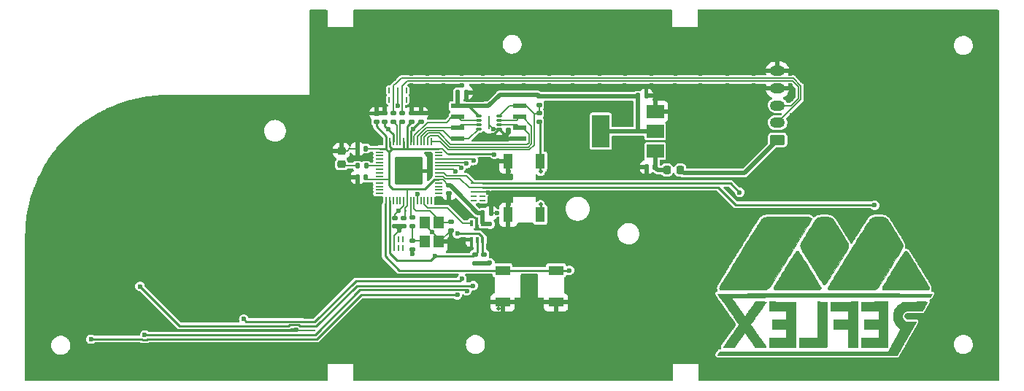
<source format=gbl>
G04 #@! TF.GenerationSoftware,KiCad,Pcbnew,7.0.9*
G04 #@! TF.CreationDate,2023-12-20T17:09:37-07:00*
G04 #@! TF.ProjectId,nes_controller_pcb,6e65735f-636f-46e7-9472-6f6c6c65725f,4a*
G04 #@! TF.SameCoordinates,Original*
G04 #@! TF.FileFunction,Copper,L2,Bot*
G04 #@! TF.FilePolarity,Positive*
%FSLAX46Y46*%
G04 Gerber Fmt 4.6, Leading zero omitted, Abs format (unit mm)*
G04 Created by KiCad (PCBNEW 7.0.9) date 2023-12-20 17:09:37*
%MOMM*%
%LPD*%
G01*
G04 APERTURE LIST*
G04 Aperture macros list*
%AMRoundRect*
0 Rectangle with rounded corners*
0 $1 Rounding radius*
0 $2 $3 $4 $5 $6 $7 $8 $9 X,Y pos of 4 corners*
0 Add a 4 corners polygon primitive as box body*
4,1,4,$2,$3,$4,$5,$6,$7,$8,$9,$2,$3,0*
0 Add four circle primitives for the rounded corners*
1,1,$1+$1,$2,$3*
1,1,$1+$1,$4,$5*
1,1,$1+$1,$6,$7*
1,1,$1+$1,$8,$9*
0 Add four rect primitives between the rounded corners*
20,1,$1+$1,$2,$3,$4,$5,0*
20,1,$1+$1,$4,$5,$6,$7,0*
20,1,$1+$1,$6,$7,$8,$9,0*
20,1,$1+$1,$8,$9,$2,$3,0*%
G04 Aperture macros list end*
G04 #@! TA.AperFunction,EtchedComponent*
%ADD10C,0.010000*%
G04 #@! TD*
G04 #@! TA.AperFunction,SMDPad,CuDef*
%ADD11R,2.000000X1.500000*%
G04 #@! TD*
G04 #@! TA.AperFunction,SMDPad,CuDef*
%ADD12R,2.000000X3.800000*%
G04 #@! TD*
G04 #@! TA.AperFunction,SMDPad,CuDef*
%ADD13RoundRect,0.140000X0.140000X0.170000X-0.140000X0.170000X-0.140000X-0.170000X0.140000X-0.170000X0*%
G04 #@! TD*
G04 #@! TA.AperFunction,SMDPad,CuDef*
%ADD14RoundRect,0.140000X-0.140000X-0.170000X0.140000X-0.170000X0.140000X0.170000X-0.140000X0.170000X0*%
G04 #@! TD*
G04 #@! TA.AperFunction,SMDPad,CuDef*
%ADD15O,0.700000X0.200000*%
G04 #@! TD*
G04 #@! TA.AperFunction,SMDPad,CuDef*
%ADD16RoundRect,0.135000X-0.185000X0.135000X-0.185000X-0.135000X0.185000X-0.135000X0.185000X0.135000X0*%
G04 #@! TD*
G04 #@! TA.AperFunction,SMDPad,CuDef*
%ADD17O,0.200000X0.700000*%
G04 #@! TD*
G04 #@! TA.AperFunction,SMDPad,CuDef*
%ADD18R,1.800000X1.100000*%
G04 #@! TD*
G04 #@! TA.AperFunction,SMDPad,CuDef*
%ADD19RoundRect,0.135000X-0.135000X-0.185000X0.135000X-0.185000X0.135000X0.185000X-0.135000X0.185000X0*%
G04 #@! TD*
G04 #@! TA.AperFunction,SMDPad,CuDef*
%ADD20R,1.100000X1.800000*%
G04 #@! TD*
G04 #@! TA.AperFunction,ComponentPad*
%ADD21RoundRect,0.250000X0.625000X-0.350000X0.625000X0.350000X-0.625000X0.350000X-0.625000X-0.350000X0*%
G04 #@! TD*
G04 #@! TA.AperFunction,ComponentPad*
%ADD22O,1.750000X1.200000*%
G04 #@! TD*
G04 #@! TA.AperFunction,SMDPad,CuDef*
%ADD23RoundRect,0.140000X-0.170000X0.140000X-0.170000X-0.140000X0.170000X-0.140000X0.170000X0.140000X0*%
G04 #@! TD*
G04 #@! TA.AperFunction,SMDPad,CuDef*
%ADD24RoundRect,0.140000X0.170000X-0.140000X0.170000X0.140000X-0.170000X0.140000X-0.170000X-0.140000X0*%
G04 #@! TD*
G04 #@! TA.AperFunction,SMDPad,CuDef*
%ADD25RoundRect,0.218750X-0.256250X0.218750X-0.256250X-0.218750X0.256250X-0.218750X0.256250X0.218750X0*%
G04 #@! TD*
G04 #@! TA.AperFunction,SMDPad,CuDef*
%ADD26RoundRect,0.218750X-0.218750X-0.256250X0.218750X-0.256250X0.218750X0.256250X-0.218750X0.256250X0*%
G04 #@! TD*
G04 #@! TA.AperFunction,SMDPad,CuDef*
%ADD27R,0.400000X0.650000*%
G04 #@! TD*
G04 #@! TA.AperFunction,SMDPad,CuDef*
%ADD28RoundRect,0.135000X0.185000X-0.135000X0.185000X0.135000X-0.185000X0.135000X-0.185000X-0.135000X0*%
G04 #@! TD*
G04 #@! TA.AperFunction,SMDPad,CuDef*
%ADD29R,1.610000X0.580000*%
G04 #@! TD*
G04 #@! TA.AperFunction,SMDPad,CuDef*
%ADD30RoundRect,0.075000X0.225000X0.075000X-0.225000X0.075000X-0.225000X-0.075000X0.225000X-0.075000X0*%
G04 #@! TD*
G04 #@! TA.AperFunction,SMDPad,CuDef*
%ADD31RoundRect,0.050000X0.050000X0.700000X-0.050000X0.700000X-0.050000X-0.700000X0.050000X-0.700000X0*%
G04 #@! TD*
G04 #@! TA.AperFunction,SMDPad,CuDef*
%ADD32R,1.150000X1.400000*%
G04 #@! TD*
G04 #@! TA.AperFunction,SMDPad,CuDef*
%ADD33RoundRect,0.050000X0.387500X0.050000X-0.387500X0.050000X-0.387500X-0.050000X0.387500X-0.050000X0*%
G04 #@! TD*
G04 #@! TA.AperFunction,SMDPad,CuDef*
%ADD34RoundRect,0.050000X0.050000X0.387500X-0.050000X0.387500X-0.050000X-0.387500X0.050000X-0.387500X0*%
G04 #@! TD*
G04 #@! TA.AperFunction,ComponentPad*
%ADD35C,0.600000*%
G04 #@! TD*
G04 #@! TA.AperFunction,SMDPad,CuDef*
%ADD36RoundRect,0.144000X1.456000X1.456000X-1.456000X1.456000X-1.456000X-1.456000X1.456000X-1.456000X0*%
G04 #@! TD*
G04 #@! TA.AperFunction,ViaPad*
%ADD37C,0.508000*%
G04 #@! TD*
G04 #@! TA.AperFunction,ViaPad*
%ADD38C,0.600000*%
G04 #@! TD*
G04 #@! TA.AperFunction,Conductor*
%ADD39C,0.152400*%
G04 #@! TD*
G04 #@! TA.AperFunction,Conductor*
%ADD40C,0.500000*%
G04 #@! TD*
G04 #@! TA.AperFunction,Conductor*
%ADD41C,0.250000*%
G04 #@! TD*
G04 APERTURE END LIST*
D10*
X189694410Y-127929180D02*
X189711672Y-127946387D01*
X189739734Y-127982195D01*
X189779451Y-128038021D01*
X189831757Y-128115336D01*
X189897588Y-128215612D01*
X189977877Y-128340320D01*
X190073561Y-128490932D01*
X190185573Y-128668920D01*
X190314850Y-128875756D01*
X190462325Y-129112910D01*
X190628934Y-129381855D01*
X190815611Y-129684062D01*
X191023292Y-130021003D01*
X191077622Y-130109264D01*
X191241709Y-130376274D01*
X191399333Y-130633432D01*
X191549058Y-130878362D01*
X191689447Y-131108685D01*
X191819064Y-131322024D01*
X191936470Y-131516002D01*
X192040230Y-131688241D01*
X192128906Y-131836364D01*
X192201062Y-131957993D01*
X192255260Y-132050750D01*
X192290065Y-132112260D01*
X192304039Y-132140143D01*
X192308478Y-132156987D01*
X192309492Y-132244829D01*
X192271140Y-132319022D01*
X192195002Y-132376150D01*
X192182809Y-132381448D01*
X192166249Y-132386425D01*
X192143587Y-132390839D01*
X192112558Y-132394717D01*
X192070898Y-132398087D01*
X192016343Y-132400975D01*
X191946627Y-132403409D01*
X191859488Y-132405415D01*
X191752660Y-132407020D01*
X191623878Y-132408253D01*
X191470879Y-132409138D01*
X191291398Y-132409704D01*
X191083170Y-132409977D01*
X190843931Y-132409985D01*
X190571417Y-132409754D01*
X190263363Y-132409312D01*
X189917505Y-132408685D01*
X189531578Y-132407900D01*
X186942214Y-132402461D01*
X186880453Y-132333335D01*
X186851675Y-132296423D01*
X186822929Y-132225767D01*
X186828235Y-132147188D01*
X186867162Y-132051506D01*
X186868009Y-132049887D01*
X186892289Y-132006947D01*
X186936389Y-131932303D01*
X186998561Y-131828781D01*
X187077056Y-131699203D01*
X187170127Y-131546394D01*
X187276024Y-131373179D01*
X187392998Y-131182382D01*
X187519303Y-130976827D01*
X187653187Y-130759338D01*
X187792905Y-130532740D01*
X187936705Y-130299857D01*
X188082841Y-130063514D01*
X188229564Y-129826534D01*
X188375124Y-129591742D01*
X188517775Y-129361962D01*
X188655766Y-129140019D01*
X188787349Y-128928737D01*
X188910776Y-128730939D01*
X189024299Y-128549451D01*
X189126168Y-128387097D01*
X189214636Y-128246701D01*
X189287953Y-128131087D01*
X189344371Y-128043080D01*
X189382142Y-127985504D01*
X189399517Y-127961183D01*
X189430520Y-127933980D01*
X189515852Y-127893615D01*
X189606860Y-127891684D01*
X189694410Y-127929180D01*
G04 #@! TA.AperFunction,EtchedComponent*
G36*
X189694410Y-127929180D02*
G01*
X189711672Y-127946387D01*
X189739734Y-127982195D01*
X189779451Y-128038021D01*
X189831757Y-128115336D01*
X189897588Y-128215612D01*
X189977877Y-128340320D01*
X190073561Y-128490932D01*
X190185573Y-128668920D01*
X190314850Y-128875756D01*
X190462325Y-129112910D01*
X190628934Y-129381855D01*
X190815611Y-129684062D01*
X191023292Y-130021003D01*
X191077622Y-130109264D01*
X191241709Y-130376274D01*
X191399333Y-130633432D01*
X191549058Y-130878362D01*
X191689447Y-131108685D01*
X191819064Y-131322024D01*
X191936470Y-131516002D01*
X192040230Y-131688241D01*
X192128906Y-131836364D01*
X192201062Y-131957993D01*
X192255260Y-132050750D01*
X192290065Y-132112260D01*
X192304039Y-132140143D01*
X192308478Y-132156987D01*
X192309492Y-132244829D01*
X192271140Y-132319022D01*
X192195002Y-132376150D01*
X192182809Y-132381448D01*
X192166249Y-132386425D01*
X192143587Y-132390839D01*
X192112558Y-132394717D01*
X192070898Y-132398087D01*
X192016343Y-132400975D01*
X191946627Y-132403409D01*
X191859488Y-132405415D01*
X191752660Y-132407020D01*
X191623878Y-132408253D01*
X191470879Y-132409138D01*
X191291398Y-132409704D01*
X191083170Y-132409977D01*
X190843931Y-132409985D01*
X190571417Y-132409754D01*
X190263363Y-132409312D01*
X189917505Y-132408685D01*
X189531578Y-132407900D01*
X186942214Y-132402461D01*
X186880453Y-132333335D01*
X186851675Y-132296423D01*
X186822929Y-132225767D01*
X186828235Y-132147188D01*
X186867162Y-132051506D01*
X186868009Y-132049887D01*
X186892289Y-132006947D01*
X186936389Y-131932303D01*
X186998561Y-131828781D01*
X187077056Y-131699203D01*
X187170127Y-131546394D01*
X187276024Y-131373179D01*
X187392998Y-131182382D01*
X187519303Y-130976827D01*
X187653187Y-130759338D01*
X187792905Y-130532740D01*
X187936705Y-130299857D01*
X188082841Y-130063514D01*
X188229564Y-129826534D01*
X188375124Y-129591742D01*
X188517775Y-129361962D01*
X188655766Y-129140019D01*
X188787349Y-128928737D01*
X188910776Y-128730939D01*
X189024299Y-128549451D01*
X189126168Y-128387097D01*
X189214636Y-128246701D01*
X189287953Y-128131087D01*
X189344371Y-128043080D01*
X189382142Y-127985504D01*
X189399517Y-127961183D01*
X189430520Y-127933980D01*
X189515852Y-127893615D01*
X189606860Y-127891684D01*
X189694410Y-127929180D01*
G37*
G04 #@! TD.AperFunction*
X202258518Y-127909502D02*
X202340678Y-127974843D01*
X202348066Y-127984188D01*
X202379170Y-128029328D01*
X202429481Y-128106187D01*
X202497266Y-128211944D01*
X202580794Y-128343783D01*
X202678332Y-128498882D01*
X202788148Y-128674424D01*
X202908508Y-128867589D01*
X203037680Y-129075558D01*
X203173933Y-129295512D01*
X203315533Y-129524633D01*
X203460748Y-129760100D01*
X203607845Y-129999095D01*
X203755093Y-130238799D01*
X203900758Y-130476393D01*
X204043108Y-130709058D01*
X204180410Y-130933975D01*
X204310933Y-131148324D01*
X204432943Y-131349287D01*
X204544708Y-131534045D01*
X204644496Y-131699778D01*
X204730574Y-131843668D01*
X204801210Y-131962895D01*
X204854671Y-132054641D01*
X204889225Y-132116086D01*
X204903138Y-132144411D01*
X204907291Y-132161307D01*
X204907415Y-132247564D01*
X204867955Y-132319019D01*
X204788764Y-132375969D01*
X204779878Y-132379972D01*
X204764127Y-132385116D01*
X204742560Y-132389700D01*
X204712895Y-132393753D01*
X204672849Y-132397310D01*
X204620139Y-132400403D01*
X204552485Y-132403063D01*
X204467602Y-132405322D01*
X204363209Y-132407214D01*
X204237024Y-132408770D01*
X204086764Y-132410023D01*
X203910147Y-132411005D01*
X203704891Y-132411748D01*
X203468713Y-132412285D01*
X203199331Y-132412647D01*
X202894463Y-132412867D01*
X202551826Y-132412978D01*
X202169138Y-132413011D01*
X202085938Y-132413013D01*
X201704786Y-132413042D01*
X201363271Y-132413029D01*
X201059157Y-132412879D01*
X200790206Y-132412498D01*
X200554181Y-132411793D01*
X200348844Y-132410668D01*
X200171959Y-132409029D01*
X200021287Y-132406781D01*
X199894592Y-132403831D01*
X199789637Y-132400083D01*
X199704183Y-132395443D01*
X199635995Y-132389818D01*
X199582834Y-132383112D01*
X199542464Y-132375231D01*
X199512647Y-132366081D01*
X199491145Y-132355567D01*
X199475722Y-132343595D01*
X199464141Y-132330070D01*
X199454163Y-132314898D01*
X199443553Y-132297985D01*
X199422075Y-132251112D01*
X199419601Y-132168033D01*
X199425256Y-132154021D01*
X199451363Y-132104492D01*
X199497034Y-132023642D01*
X199560553Y-131914272D01*
X199640202Y-131779184D01*
X199734264Y-131621180D01*
X199841020Y-131443061D01*
X199958755Y-131247629D01*
X200085749Y-131037685D01*
X200220286Y-130816031D01*
X200360648Y-130585470D01*
X200505118Y-130348802D01*
X200651979Y-130108829D01*
X200799512Y-129868352D01*
X200946000Y-129630175D01*
X201089727Y-129397097D01*
X201228974Y-129171922D01*
X201362023Y-128957449D01*
X201487159Y-128756482D01*
X201602662Y-128571822D01*
X201706816Y-128406270D01*
X201797903Y-128262629D01*
X201874206Y-128143699D01*
X201934007Y-128052282D01*
X201975589Y-127991181D01*
X201997234Y-127963196D01*
X202083184Y-127904075D01*
X202171658Y-127885878D01*
X202258518Y-127909502D01*
G04 #@! TA.AperFunction,EtchedComponent*
G36*
X202258518Y-127909502D02*
G01*
X202340678Y-127974843D01*
X202348066Y-127984188D01*
X202379170Y-128029328D01*
X202429481Y-128106187D01*
X202497266Y-128211944D01*
X202580794Y-128343783D01*
X202678332Y-128498882D01*
X202788148Y-128674424D01*
X202908508Y-128867589D01*
X203037680Y-129075558D01*
X203173933Y-129295512D01*
X203315533Y-129524633D01*
X203460748Y-129760100D01*
X203607845Y-129999095D01*
X203755093Y-130238799D01*
X203900758Y-130476393D01*
X204043108Y-130709058D01*
X204180410Y-130933975D01*
X204310933Y-131148324D01*
X204432943Y-131349287D01*
X204544708Y-131534045D01*
X204644496Y-131699778D01*
X204730574Y-131843668D01*
X204801210Y-131962895D01*
X204854671Y-132054641D01*
X204889225Y-132116086D01*
X204903138Y-132144411D01*
X204907291Y-132161307D01*
X204907415Y-132247564D01*
X204867955Y-132319019D01*
X204788764Y-132375969D01*
X204779878Y-132379972D01*
X204764127Y-132385116D01*
X204742560Y-132389700D01*
X204712895Y-132393753D01*
X204672849Y-132397310D01*
X204620139Y-132400403D01*
X204552485Y-132403063D01*
X204467602Y-132405322D01*
X204363209Y-132407214D01*
X204237024Y-132408770D01*
X204086764Y-132410023D01*
X203910147Y-132411005D01*
X203704891Y-132411748D01*
X203468713Y-132412285D01*
X203199331Y-132412647D01*
X202894463Y-132412867D01*
X202551826Y-132412978D01*
X202169138Y-132413011D01*
X202085938Y-132413013D01*
X201704786Y-132413042D01*
X201363271Y-132413029D01*
X201059157Y-132412879D01*
X200790206Y-132412498D01*
X200554181Y-132411793D01*
X200348844Y-132410668D01*
X200171959Y-132409029D01*
X200021287Y-132406781D01*
X199894592Y-132403831D01*
X199789637Y-132400083D01*
X199704183Y-132395443D01*
X199635995Y-132389818D01*
X199582834Y-132383112D01*
X199542464Y-132375231D01*
X199512647Y-132366081D01*
X199491145Y-132355567D01*
X199475722Y-132343595D01*
X199464141Y-132330070D01*
X199454163Y-132314898D01*
X199443553Y-132297985D01*
X199422075Y-132251112D01*
X199419601Y-132168033D01*
X199425256Y-132154021D01*
X199451363Y-132104492D01*
X199497034Y-132023642D01*
X199560553Y-131914272D01*
X199640202Y-131779184D01*
X199734264Y-131621180D01*
X199841020Y-131443061D01*
X199958755Y-131247629D01*
X200085749Y-131037685D01*
X200220286Y-130816031D01*
X200360648Y-130585470D01*
X200505118Y-130348802D01*
X200651979Y-130108829D01*
X200799512Y-129868352D01*
X200946000Y-129630175D01*
X201089727Y-129397097D01*
X201228974Y-129171922D01*
X201362023Y-128957449D01*
X201487159Y-128756482D01*
X201602662Y-128571822D01*
X201706816Y-128406270D01*
X201797903Y-128262629D01*
X201874206Y-128143699D01*
X201934007Y-128052282D01*
X201975589Y-127991181D01*
X201997234Y-127963196D01*
X202083184Y-127904075D01*
X202171658Y-127885878D01*
X202258518Y-127909502D01*
G37*
G04 #@! TD.AperFunction*
X187732320Y-123947528D02*
X188080595Y-123947736D01*
X188468848Y-123948004D01*
X188545435Y-123948057D01*
X188944503Y-123948469D01*
X189303206Y-123949093D01*
X189623211Y-123949946D01*
X189906187Y-123951045D01*
X190153799Y-123952408D01*
X190367715Y-123954052D01*
X190549601Y-123955994D01*
X190701126Y-123958252D01*
X190823955Y-123960842D01*
X190919757Y-123963782D01*
X190990197Y-123967089D01*
X191036944Y-123970781D01*
X191061664Y-123974875D01*
X191108683Y-123994136D01*
X191176143Y-124050730D01*
X191209860Y-124127289D01*
X191205776Y-124217000D01*
X191201853Y-124225171D01*
X191178102Y-124267067D01*
X191134014Y-124341905D01*
X191070826Y-124447671D01*
X190989772Y-124582352D01*
X190892090Y-124743934D01*
X190779015Y-124930403D01*
X190651783Y-125139746D01*
X190511630Y-125369948D01*
X190359793Y-125618997D01*
X190197506Y-125884878D01*
X190026006Y-126165578D01*
X189846530Y-126459083D01*
X189660312Y-126763380D01*
X189468590Y-127076454D01*
X189272598Y-127396292D01*
X189073573Y-127720881D01*
X188872751Y-128048206D01*
X188671368Y-128376255D01*
X188470660Y-128703012D01*
X188271862Y-129026466D01*
X188076212Y-129344601D01*
X187884944Y-129655404D01*
X187699295Y-129956862D01*
X187520500Y-130246961D01*
X187349797Y-130523687D01*
X187188420Y-130785026D01*
X187037605Y-131028966D01*
X186898589Y-131253491D01*
X186772608Y-131456589D01*
X186660898Y-131636245D01*
X186564694Y-131790447D01*
X186485232Y-131917180D01*
X186423749Y-132014430D01*
X186381481Y-132080185D01*
X186359662Y-132112430D01*
X186290444Y-132183882D01*
X186190478Y-132258017D01*
X186075245Y-132323394D01*
X185958143Y-132371375D01*
X185952450Y-132373170D01*
X185932247Y-132378888D01*
X185909107Y-132383992D01*
X185880711Y-132388512D01*
X185844744Y-132392477D01*
X185798887Y-132395919D01*
X185740822Y-132398867D01*
X185668233Y-132401351D01*
X185578803Y-132403402D01*
X185470213Y-132405050D01*
X185340146Y-132406326D01*
X185186285Y-132407259D01*
X185006313Y-132407880D01*
X184797912Y-132408219D01*
X184558765Y-132408306D01*
X184286554Y-132408172D01*
X183978962Y-132407846D01*
X183633672Y-132407360D01*
X183248366Y-132406743D01*
X180662289Y-132402461D01*
X180602532Y-132357997D01*
X180552305Y-132296337D01*
X180532585Y-132213054D01*
X180544287Y-132116552D01*
X180587753Y-132014810D01*
X180600388Y-131993885D01*
X180634948Y-131937301D01*
X180689766Y-131847846D01*
X180763784Y-131727236D01*
X180855946Y-131577189D01*
X180965196Y-131399422D01*
X181090478Y-131195652D01*
X181230734Y-130967597D01*
X181384909Y-130716975D01*
X181551945Y-130445501D01*
X181730787Y-130154895D01*
X181920379Y-129846872D01*
X182119663Y-129523151D01*
X182327583Y-129185449D01*
X182543082Y-128835483D01*
X182765105Y-128474970D01*
X182992595Y-128105627D01*
X183238479Y-127706670D01*
X183485653Y-127306093D01*
X183721758Y-126923948D01*
X183946005Y-126561496D01*
X184157607Y-126220001D01*
X184355775Y-125900724D01*
X184539722Y-125604929D01*
X184708660Y-125333877D01*
X184861800Y-125088832D01*
X184998356Y-124871055D01*
X185117538Y-124681810D01*
X185218559Y-124522359D01*
X185300632Y-124393963D01*
X185362967Y-124297887D01*
X185404778Y-124235392D01*
X185425276Y-124207741D01*
X185458164Y-124176614D01*
X185535841Y-124114287D01*
X185610859Y-124065563D01*
X185612855Y-124064475D01*
X185644528Y-124047035D01*
X185673758Y-124031399D01*
X185702904Y-124017471D01*
X185734320Y-124005153D01*
X185770365Y-123994349D01*
X185813394Y-123984962D01*
X185865763Y-123976894D01*
X185929830Y-123970049D01*
X186007952Y-123964330D01*
X186102484Y-123959640D01*
X186215783Y-123955882D01*
X186350207Y-123952959D01*
X186508111Y-123950774D01*
X186691852Y-123949230D01*
X186903787Y-123948230D01*
X187146272Y-123947678D01*
X187421664Y-123947476D01*
X187732320Y-123947528D01*
G04 #@! TA.AperFunction,EtchedComponent*
G36*
X187732320Y-123947528D02*
G01*
X188080595Y-123947736D01*
X188468848Y-123948004D01*
X188545435Y-123948057D01*
X188944503Y-123948469D01*
X189303206Y-123949093D01*
X189623211Y-123949946D01*
X189906187Y-123951045D01*
X190153799Y-123952408D01*
X190367715Y-123954052D01*
X190549601Y-123955994D01*
X190701126Y-123958252D01*
X190823955Y-123960842D01*
X190919757Y-123963782D01*
X190990197Y-123967089D01*
X191036944Y-123970781D01*
X191061664Y-123974875D01*
X191108683Y-123994136D01*
X191176143Y-124050730D01*
X191209860Y-124127289D01*
X191205776Y-124217000D01*
X191201853Y-124225171D01*
X191178102Y-124267067D01*
X191134014Y-124341905D01*
X191070826Y-124447671D01*
X190989772Y-124582352D01*
X190892090Y-124743934D01*
X190779015Y-124930403D01*
X190651783Y-125139746D01*
X190511630Y-125369948D01*
X190359793Y-125618997D01*
X190197506Y-125884878D01*
X190026006Y-126165578D01*
X189846530Y-126459083D01*
X189660312Y-126763380D01*
X189468590Y-127076454D01*
X189272598Y-127396292D01*
X189073573Y-127720881D01*
X188872751Y-128048206D01*
X188671368Y-128376255D01*
X188470660Y-128703012D01*
X188271862Y-129026466D01*
X188076212Y-129344601D01*
X187884944Y-129655404D01*
X187699295Y-129956862D01*
X187520500Y-130246961D01*
X187349797Y-130523687D01*
X187188420Y-130785026D01*
X187037605Y-131028966D01*
X186898589Y-131253491D01*
X186772608Y-131456589D01*
X186660898Y-131636245D01*
X186564694Y-131790447D01*
X186485232Y-131917180D01*
X186423749Y-132014430D01*
X186381481Y-132080185D01*
X186359662Y-132112430D01*
X186290444Y-132183882D01*
X186190478Y-132258017D01*
X186075245Y-132323394D01*
X185958143Y-132371375D01*
X185952450Y-132373170D01*
X185932247Y-132378888D01*
X185909107Y-132383992D01*
X185880711Y-132388512D01*
X185844744Y-132392477D01*
X185798887Y-132395919D01*
X185740822Y-132398867D01*
X185668233Y-132401351D01*
X185578803Y-132403402D01*
X185470213Y-132405050D01*
X185340146Y-132406326D01*
X185186285Y-132407259D01*
X185006313Y-132407880D01*
X184797912Y-132408219D01*
X184558765Y-132408306D01*
X184286554Y-132408172D01*
X183978962Y-132407846D01*
X183633672Y-132407360D01*
X183248366Y-132406743D01*
X180662289Y-132402461D01*
X180602532Y-132357997D01*
X180552305Y-132296337D01*
X180532585Y-132213054D01*
X180544287Y-132116552D01*
X180587753Y-132014810D01*
X180600388Y-131993885D01*
X180634948Y-131937301D01*
X180689766Y-131847846D01*
X180763784Y-131727236D01*
X180855946Y-131577189D01*
X180965196Y-131399422D01*
X181090478Y-131195652D01*
X181230734Y-130967597D01*
X181384909Y-130716975D01*
X181551945Y-130445501D01*
X181730787Y-130154895D01*
X181920379Y-129846872D01*
X182119663Y-129523151D01*
X182327583Y-129185449D01*
X182543082Y-128835483D01*
X182765105Y-128474970D01*
X182992595Y-128105627D01*
X183238479Y-127706670D01*
X183485653Y-127306093D01*
X183721758Y-126923948D01*
X183946005Y-126561496D01*
X184157607Y-126220001D01*
X184355775Y-125900724D01*
X184539722Y-125604929D01*
X184708660Y-125333877D01*
X184861800Y-125088832D01*
X184998356Y-124871055D01*
X185117538Y-124681810D01*
X185218559Y-124522359D01*
X185300632Y-124393963D01*
X185362967Y-124297887D01*
X185404778Y-124235392D01*
X185425276Y-124207741D01*
X185458164Y-124176614D01*
X185535841Y-124114287D01*
X185610859Y-124065563D01*
X185612855Y-124064475D01*
X185644528Y-124047035D01*
X185673758Y-124031399D01*
X185702904Y-124017471D01*
X185734320Y-124005153D01*
X185770365Y-123994349D01*
X185813394Y-123984962D01*
X185865763Y-123976894D01*
X185929830Y-123970049D01*
X186007952Y-123964330D01*
X186102484Y-123959640D01*
X186215783Y-123955882D01*
X186350207Y-123952959D01*
X186508111Y-123950774D01*
X186691852Y-123949230D01*
X186903787Y-123948230D01*
X187146272Y-123947678D01*
X187421664Y-123947476D01*
X187732320Y-123947528D01*
G37*
G04 #@! TD.AperFunction*
X193051206Y-123951743D02*
X193166089Y-123959004D01*
X193260623Y-123971281D01*
X193341026Y-123989259D01*
X193413520Y-124013620D01*
X193484324Y-124045048D01*
X193512202Y-124059019D01*
X193552295Y-124081262D01*
X193590807Y-124106747D01*
X193629552Y-124138005D01*
X193670349Y-124177566D01*
X193715013Y-124227964D01*
X193765360Y-124291728D01*
X193823208Y-124371390D01*
X193890373Y-124469482D01*
X193968672Y-124588534D01*
X194059921Y-124731077D01*
X194165936Y-124899644D01*
X194288534Y-125096765D01*
X194429532Y-125324971D01*
X194590745Y-125586794D01*
X194691017Y-125749891D01*
X194819304Y-125958860D01*
X194940667Y-126156887D01*
X195053194Y-126340834D01*
X195154973Y-126507566D01*
X195244092Y-126653945D01*
X195318641Y-126776836D01*
X195376707Y-126873101D01*
X195416378Y-126939605D01*
X195435744Y-126973211D01*
X195452409Y-127006637D01*
X195470074Y-127054762D01*
X195480401Y-127110425D01*
X195485240Y-127185213D01*
X195486442Y-127290711D01*
X195486137Y-127349689D01*
X195483110Y-127439147D01*
X195475435Y-127503357D01*
X195461397Y-127553601D01*
X195439283Y-127601162D01*
X195438141Y-127603286D01*
X195409491Y-127653657D01*
X195361375Y-127735057D01*
X195295529Y-127844692D01*
X195213687Y-127979764D01*
X195117582Y-128137479D01*
X195008950Y-128315040D01*
X194889525Y-128509651D01*
X194761040Y-128718518D01*
X194625231Y-128938842D01*
X194483831Y-129167830D01*
X194338575Y-129402685D01*
X194191197Y-129640611D01*
X194043431Y-129878812D01*
X193897013Y-130114493D01*
X193753675Y-130344857D01*
X193615153Y-130567109D01*
X193483180Y-130778452D01*
X193359491Y-130976092D01*
X193245820Y-131157232D01*
X193143902Y-131319075D01*
X193055471Y-131458828D01*
X192982261Y-131573692D01*
X192926007Y-131660873D01*
X192888442Y-131717575D01*
X192871301Y-131741002D01*
X192868946Y-131743145D01*
X192787757Y-131789485D01*
X192694536Y-131797854D01*
X192597241Y-131767485D01*
X192589906Y-131763725D01*
X192580791Y-131758518D01*
X192571007Y-131751250D01*
X192559422Y-131740133D01*
X192544902Y-131723378D01*
X192526312Y-131699197D01*
X192502519Y-131665801D01*
X192472390Y-131621402D01*
X192434791Y-131564211D01*
X192388589Y-131492441D01*
X192332649Y-131404302D01*
X192265838Y-131298006D01*
X192187023Y-131171765D01*
X192095070Y-131023791D01*
X191988845Y-130852294D01*
X191867215Y-130655487D01*
X191729046Y-130431581D01*
X191573204Y-130178787D01*
X191398556Y-129895318D01*
X191203969Y-129579385D01*
X190988307Y-129229199D01*
X190903583Y-129091609D01*
X190736356Y-128819813D01*
X190589456Y-128580501D01*
X190461568Y-128371263D01*
X190351374Y-128189687D01*
X190257560Y-128033361D01*
X190178808Y-127899875D01*
X190113803Y-127786816D01*
X190061228Y-127691775D01*
X190019768Y-127612340D01*
X189988106Y-127546099D01*
X189964927Y-127490641D01*
X189948913Y-127443556D01*
X189938748Y-127402431D01*
X189933118Y-127364856D01*
X189930704Y-127328420D01*
X189930192Y-127290711D01*
X189930193Y-127289827D01*
X189930876Y-127248727D01*
X189933846Y-127209051D01*
X189940530Y-127168125D01*
X189952357Y-127123279D01*
X189970758Y-127071839D01*
X189997160Y-127011134D01*
X190032994Y-126938490D01*
X190079687Y-126851237D01*
X190138670Y-126746701D01*
X190211371Y-126622211D01*
X190299219Y-126475094D01*
X190403644Y-126302678D01*
X190526074Y-126102291D01*
X190667938Y-125871259D01*
X190830667Y-125606912D01*
X190940703Y-125428342D01*
X191085064Y-125194412D01*
X191210143Y-124992335D01*
X191317605Y-124819574D01*
X191409118Y-124673589D01*
X191486347Y-124551844D01*
X191550959Y-124451801D01*
X191604620Y-124370920D01*
X191648998Y-124306665D01*
X191685758Y-124256496D01*
X191716568Y-124217876D01*
X191743093Y-124188268D01*
X191767000Y-124165132D01*
X191789955Y-124145931D01*
X191813442Y-124127673D01*
X191883345Y-124076828D01*
X191949165Y-124037281D01*
X192017532Y-124007495D01*
X192095077Y-123985931D01*
X192188431Y-123971050D01*
X192304223Y-123961316D01*
X192449085Y-123955188D01*
X192629646Y-123951130D01*
X192735505Y-123949535D01*
X192909751Y-123948814D01*
X193051206Y-123951743D01*
G04 #@! TA.AperFunction,EtchedComponent*
G36*
X193051206Y-123951743D02*
G01*
X193166089Y-123959004D01*
X193260623Y-123971281D01*
X193341026Y-123989259D01*
X193413520Y-124013620D01*
X193484324Y-124045048D01*
X193512202Y-124059019D01*
X193552295Y-124081262D01*
X193590807Y-124106747D01*
X193629552Y-124138005D01*
X193670349Y-124177566D01*
X193715013Y-124227964D01*
X193765360Y-124291728D01*
X193823208Y-124371390D01*
X193890373Y-124469482D01*
X193968672Y-124588534D01*
X194059921Y-124731077D01*
X194165936Y-124899644D01*
X194288534Y-125096765D01*
X194429532Y-125324971D01*
X194590745Y-125586794D01*
X194691017Y-125749891D01*
X194819304Y-125958860D01*
X194940667Y-126156887D01*
X195053194Y-126340834D01*
X195154973Y-126507566D01*
X195244092Y-126653945D01*
X195318641Y-126776836D01*
X195376707Y-126873101D01*
X195416378Y-126939605D01*
X195435744Y-126973211D01*
X195452409Y-127006637D01*
X195470074Y-127054762D01*
X195480401Y-127110425D01*
X195485240Y-127185213D01*
X195486442Y-127290711D01*
X195486137Y-127349689D01*
X195483110Y-127439147D01*
X195475435Y-127503357D01*
X195461397Y-127553601D01*
X195439283Y-127601162D01*
X195438141Y-127603286D01*
X195409491Y-127653657D01*
X195361375Y-127735057D01*
X195295529Y-127844692D01*
X195213687Y-127979764D01*
X195117582Y-128137479D01*
X195008950Y-128315040D01*
X194889525Y-128509651D01*
X194761040Y-128718518D01*
X194625231Y-128938842D01*
X194483831Y-129167830D01*
X194338575Y-129402685D01*
X194191197Y-129640611D01*
X194043431Y-129878812D01*
X193897013Y-130114493D01*
X193753675Y-130344857D01*
X193615153Y-130567109D01*
X193483180Y-130778452D01*
X193359491Y-130976092D01*
X193245820Y-131157232D01*
X193143902Y-131319075D01*
X193055471Y-131458828D01*
X192982261Y-131573692D01*
X192926007Y-131660873D01*
X192888442Y-131717575D01*
X192871301Y-131741002D01*
X192868946Y-131743145D01*
X192787757Y-131789485D01*
X192694536Y-131797854D01*
X192597241Y-131767485D01*
X192589906Y-131763725D01*
X192580791Y-131758518D01*
X192571007Y-131751250D01*
X192559422Y-131740133D01*
X192544902Y-131723378D01*
X192526312Y-131699197D01*
X192502519Y-131665801D01*
X192472390Y-131621402D01*
X192434791Y-131564211D01*
X192388589Y-131492441D01*
X192332649Y-131404302D01*
X192265838Y-131298006D01*
X192187023Y-131171765D01*
X192095070Y-131023791D01*
X191988845Y-130852294D01*
X191867215Y-130655487D01*
X191729046Y-130431581D01*
X191573204Y-130178787D01*
X191398556Y-129895318D01*
X191203969Y-129579385D01*
X190988307Y-129229199D01*
X190903583Y-129091609D01*
X190736356Y-128819813D01*
X190589456Y-128580501D01*
X190461568Y-128371263D01*
X190351374Y-128189687D01*
X190257560Y-128033361D01*
X190178808Y-127899875D01*
X190113803Y-127786816D01*
X190061228Y-127691775D01*
X190019768Y-127612340D01*
X189988106Y-127546099D01*
X189964927Y-127490641D01*
X189948913Y-127443556D01*
X189938748Y-127402431D01*
X189933118Y-127364856D01*
X189930704Y-127328420D01*
X189930192Y-127290711D01*
X189930193Y-127289827D01*
X189930876Y-127248727D01*
X189933846Y-127209051D01*
X189940530Y-127168125D01*
X189952357Y-127123279D01*
X189970758Y-127071839D01*
X189997160Y-127011134D01*
X190032994Y-126938490D01*
X190079687Y-126851237D01*
X190138670Y-126746701D01*
X190211371Y-126622211D01*
X190299219Y-126475094D01*
X190403644Y-126302678D01*
X190526074Y-126102291D01*
X190667938Y-125871259D01*
X190830667Y-125606912D01*
X190940703Y-125428342D01*
X191085064Y-125194412D01*
X191210143Y-124992335D01*
X191317605Y-124819574D01*
X191409118Y-124673589D01*
X191486347Y-124551844D01*
X191550959Y-124451801D01*
X191604620Y-124370920D01*
X191648998Y-124306665D01*
X191685758Y-124256496D01*
X191716568Y-124217876D01*
X191743093Y-124188268D01*
X191767000Y-124165132D01*
X191789955Y-124145931D01*
X191813442Y-124127673D01*
X191883345Y-124076828D01*
X191949165Y-124037281D01*
X192017532Y-124007495D01*
X192095077Y-123985931D01*
X192188431Y-123971050D01*
X192304223Y-123961316D01*
X192449085Y-123955188D01*
X192629646Y-123951130D01*
X192735505Y-123949535D01*
X192909751Y-123948814D01*
X193051206Y-123951743D01*
G37*
G04 #@! TD.AperFunction*
X199145764Y-123947887D02*
X199283679Y-123950696D01*
X199405361Y-123955364D01*
X199502122Y-123961870D01*
X199565276Y-123970195D01*
X199626663Y-123986109D01*
X199764903Y-124039809D01*
X199895216Y-124112324D01*
X200000405Y-124194776D01*
X200009044Y-124204548D01*
X200044112Y-124252148D01*
X200098945Y-124332675D01*
X200172065Y-124443812D01*
X200261993Y-124583242D01*
X200367251Y-124748647D01*
X200486361Y-124937711D01*
X200617844Y-125148116D01*
X200760222Y-125377546D01*
X200912017Y-125623683D01*
X201036545Y-125826305D01*
X201182728Y-126064676D01*
X201309130Y-126271761D01*
X201417184Y-126450238D01*
X201508323Y-126602782D01*
X201583980Y-126732069D01*
X201645590Y-126840776D01*
X201694583Y-126931580D01*
X201732395Y-127007156D01*
X201760457Y-127070181D01*
X201780204Y-127123331D01*
X201793067Y-127169283D01*
X201800481Y-127210713D01*
X201803879Y-127250296D01*
X201804692Y-127290711D01*
X201804647Y-127304133D01*
X201803799Y-127334909D01*
X201801000Y-127365813D01*
X201795126Y-127398841D01*
X201785052Y-127435989D01*
X201769653Y-127479253D01*
X201747803Y-127530626D01*
X201718378Y-127592106D01*
X201680252Y-127665686D01*
X201632302Y-127753363D01*
X201573401Y-127857132D01*
X201502425Y-127978988D01*
X201418249Y-128120927D01*
X201319747Y-128284944D01*
X201205796Y-128473034D01*
X201075269Y-128687192D01*
X200927043Y-128929415D01*
X200759991Y-129201696D01*
X200572989Y-129506033D01*
X200364912Y-129844419D01*
X200343098Y-129879886D01*
X200123512Y-130236568D01*
X199924934Y-130558448D01*
X199746544Y-130846825D01*
X199587520Y-131102998D01*
X199447042Y-131328265D01*
X199324287Y-131523927D01*
X199218435Y-131691282D01*
X199128664Y-131831628D01*
X199054153Y-131946266D01*
X198994080Y-132036495D01*
X198947625Y-132103612D01*
X198913966Y-132148918D01*
X198892281Y-132173712D01*
X198835887Y-132220853D01*
X198725194Y-132294007D01*
X198606210Y-132354512D01*
X198496736Y-132392520D01*
X198479126Y-132394047D01*
X198420301Y-132396101D01*
X198323768Y-132398099D01*
X198192197Y-132400022D01*
X198028258Y-132401851D01*
X197834624Y-132403569D01*
X197613965Y-132405155D01*
X197368951Y-132406591D01*
X197102255Y-132407860D01*
X196816546Y-132408941D01*
X196514495Y-132409817D01*
X196198775Y-132410469D01*
X195872054Y-132410877D01*
X195851744Y-132410894D01*
X195462926Y-132411235D01*
X195114113Y-132411499D01*
X194803087Y-132411604D01*
X194527629Y-132411464D01*
X194285520Y-132410995D01*
X194074543Y-132410111D01*
X193892478Y-132408727D01*
X193737107Y-132406760D01*
X193606213Y-132404124D01*
X193497575Y-132400735D01*
X193408976Y-132396507D01*
X193338197Y-132391357D01*
X193283021Y-132385198D01*
X193241227Y-132377947D01*
X193210598Y-132369518D01*
X193188915Y-132359828D01*
X193173960Y-132348790D01*
X193163515Y-132336320D01*
X193155360Y-132322334D01*
X193147278Y-132306747D01*
X193142533Y-132298199D01*
X193135066Y-132284908D01*
X193128874Y-132271564D01*
X193124794Y-132256725D01*
X193123662Y-132238952D01*
X193126312Y-132216805D01*
X193133582Y-132188842D01*
X193146307Y-132153623D01*
X193165323Y-132109709D01*
X193191465Y-132055658D01*
X193225570Y-131990031D01*
X193268474Y-131911388D01*
X193321012Y-131818287D01*
X193384021Y-131709288D01*
X193458336Y-131582952D01*
X193544794Y-131437838D01*
X193644229Y-131272505D01*
X193757479Y-131085514D01*
X193885378Y-130875424D01*
X194028763Y-130640794D01*
X194188470Y-130380184D01*
X194365334Y-130092154D01*
X194560193Y-129775264D01*
X194773880Y-129428074D01*
X195007233Y-129049142D01*
X195261087Y-128637029D01*
X195536278Y-128190294D01*
X195560017Y-128151757D01*
X195820480Y-127729195D01*
X196070308Y-127324364D01*
X196308737Y-126938489D01*
X196535003Y-126572796D01*
X196748341Y-126228509D01*
X196947986Y-125906854D01*
X197133175Y-125609055D01*
X197303143Y-125336337D01*
X197457126Y-125089926D01*
X197594359Y-124871047D01*
X197714078Y-124680924D01*
X197815519Y-124520782D01*
X197897917Y-124391848D01*
X197960507Y-124295344D01*
X198002527Y-124232498D01*
X198023210Y-124204533D01*
X198077889Y-124154955D01*
X198199926Y-124073304D01*
X198339045Y-124008078D01*
X198479123Y-123967656D01*
X198516754Y-123962439D01*
X198605523Y-123955648D01*
X198721496Y-123950818D01*
X198855985Y-123947928D01*
X199000304Y-123946958D01*
X199145764Y-123947887D01*
G04 #@! TA.AperFunction,EtchedComponent*
G36*
X199145764Y-123947887D02*
G01*
X199283679Y-123950696D01*
X199405361Y-123955364D01*
X199502122Y-123961870D01*
X199565276Y-123970195D01*
X199626663Y-123986109D01*
X199764903Y-124039809D01*
X199895216Y-124112324D01*
X200000405Y-124194776D01*
X200009044Y-124204548D01*
X200044112Y-124252148D01*
X200098945Y-124332675D01*
X200172065Y-124443812D01*
X200261993Y-124583242D01*
X200367251Y-124748647D01*
X200486361Y-124937711D01*
X200617844Y-125148116D01*
X200760222Y-125377546D01*
X200912017Y-125623683D01*
X201036545Y-125826305D01*
X201182728Y-126064676D01*
X201309130Y-126271761D01*
X201417184Y-126450238D01*
X201508323Y-126602782D01*
X201583980Y-126732069D01*
X201645590Y-126840776D01*
X201694583Y-126931580D01*
X201732395Y-127007156D01*
X201760457Y-127070181D01*
X201780204Y-127123331D01*
X201793067Y-127169283D01*
X201800481Y-127210713D01*
X201803879Y-127250296D01*
X201804692Y-127290711D01*
X201804647Y-127304133D01*
X201803799Y-127334909D01*
X201801000Y-127365813D01*
X201795126Y-127398841D01*
X201785052Y-127435989D01*
X201769653Y-127479253D01*
X201747803Y-127530626D01*
X201718378Y-127592106D01*
X201680252Y-127665686D01*
X201632302Y-127753363D01*
X201573401Y-127857132D01*
X201502425Y-127978988D01*
X201418249Y-128120927D01*
X201319747Y-128284944D01*
X201205796Y-128473034D01*
X201075269Y-128687192D01*
X200927043Y-128929415D01*
X200759991Y-129201696D01*
X200572989Y-129506033D01*
X200364912Y-129844419D01*
X200343098Y-129879886D01*
X200123512Y-130236568D01*
X199924934Y-130558448D01*
X199746544Y-130846825D01*
X199587520Y-131102998D01*
X199447042Y-131328265D01*
X199324287Y-131523927D01*
X199218435Y-131691282D01*
X199128664Y-131831628D01*
X199054153Y-131946266D01*
X198994080Y-132036495D01*
X198947625Y-132103612D01*
X198913966Y-132148918D01*
X198892281Y-132173712D01*
X198835887Y-132220853D01*
X198725194Y-132294007D01*
X198606210Y-132354512D01*
X198496736Y-132392520D01*
X198479126Y-132394047D01*
X198420301Y-132396101D01*
X198323768Y-132398099D01*
X198192197Y-132400022D01*
X198028258Y-132401851D01*
X197834624Y-132403569D01*
X197613965Y-132405155D01*
X197368951Y-132406591D01*
X197102255Y-132407860D01*
X196816546Y-132408941D01*
X196514495Y-132409817D01*
X196198775Y-132410469D01*
X195872054Y-132410877D01*
X195851744Y-132410894D01*
X195462926Y-132411235D01*
X195114113Y-132411499D01*
X194803087Y-132411604D01*
X194527629Y-132411464D01*
X194285520Y-132410995D01*
X194074543Y-132410111D01*
X193892478Y-132408727D01*
X193737107Y-132406760D01*
X193606213Y-132404124D01*
X193497575Y-132400735D01*
X193408976Y-132396507D01*
X193338197Y-132391357D01*
X193283021Y-132385198D01*
X193241227Y-132377947D01*
X193210598Y-132369518D01*
X193188915Y-132359828D01*
X193173960Y-132348790D01*
X193163515Y-132336320D01*
X193155360Y-132322334D01*
X193147278Y-132306747D01*
X193142533Y-132298199D01*
X193135066Y-132284908D01*
X193128874Y-132271564D01*
X193124794Y-132256725D01*
X193123662Y-132238952D01*
X193126312Y-132216805D01*
X193133582Y-132188842D01*
X193146307Y-132153623D01*
X193165323Y-132109709D01*
X193191465Y-132055658D01*
X193225570Y-131990031D01*
X193268474Y-131911388D01*
X193321012Y-131818287D01*
X193384021Y-131709288D01*
X193458336Y-131582952D01*
X193544794Y-131437838D01*
X193644229Y-131272505D01*
X193757479Y-131085514D01*
X193885378Y-130875424D01*
X194028763Y-130640794D01*
X194188470Y-130380184D01*
X194365334Y-130092154D01*
X194560193Y-129775264D01*
X194773880Y-129428074D01*
X195007233Y-129049142D01*
X195261087Y-128637029D01*
X195536278Y-128190294D01*
X195560017Y-128151757D01*
X195820480Y-127729195D01*
X196070308Y-127324364D01*
X196308737Y-126938489D01*
X196535003Y-126572796D01*
X196748341Y-126228509D01*
X196947986Y-125906854D01*
X197133175Y-125609055D01*
X197303143Y-125336337D01*
X197457126Y-125089926D01*
X197594359Y-124871047D01*
X197714078Y-124680924D01*
X197815519Y-124520782D01*
X197897917Y-124391848D01*
X197960507Y-124295344D01*
X198002527Y-124232498D01*
X198023210Y-124204533D01*
X198077889Y-124154955D01*
X198199926Y-124073304D01*
X198339045Y-124008078D01*
X198479123Y-123967656D01*
X198516754Y-123962439D01*
X198605523Y-123955648D01*
X198721496Y-123950818D01*
X198855985Y-123947928D01*
X199000304Y-123946958D01*
X199145764Y-123947887D01*
G37*
G04 #@! TD.AperFunction*
X196559417Y-139053726D02*
X196035542Y-139048065D01*
X195511667Y-139042403D01*
X195501084Y-137994653D01*
X195490500Y-136946903D01*
X194638542Y-136941371D01*
X193786584Y-136935840D01*
X193786584Y-135899633D01*
X194638542Y-135894102D01*
X195490500Y-135888570D01*
X195496161Y-135364898D01*
X195501822Y-134841227D01*
X193458500Y-134830237D01*
X193458500Y-133793070D01*
X195008959Y-133787641D01*
X196559417Y-133782212D01*
X196559417Y-139053726D01*
G04 #@! TA.AperFunction,EtchedComponent*
G36*
X196559417Y-139053726D02*
G01*
X196035542Y-139048065D01*
X195511667Y-139042403D01*
X195501084Y-137994653D01*
X195490500Y-136946903D01*
X194638542Y-136941371D01*
X193786584Y-136935840D01*
X193786584Y-135899633D01*
X194638542Y-135894102D01*
X195490500Y-135888570D01*
X195496161Y-135364898D01*
X195501822Y-134841227D01*
X193458500Y-134830237D01*
X193458500Y-133793070D01*
X195008959Y-133787641D01*
X196559417Y-133782212D01*
X196559417Y-139053726D01*
G37*
G04 #@! TD.AperFunction*
X200073084Y-139052987D02*
X197003178Y-139052987D01*
X197014500Y-138005237D01*
X198009334Y-137994653D01*
X199004167Y-137984070D01*
X199009851Y-137477561D01*
X199010262Y-137439082D01*
X199011317Y-137278858D01*
X199010736Y-137155924D01*
X199008350Y-137066125D01*
X199003991Y-137005309D01*
X198997492Y-136969322D01*
X198988684Y-136954010D01*
X198987163Y-136953387D01*
X198954299Y-136949605D01*
X198884653Y-136946121D01*
X198783010Y-136943034D01*
X198654157Y-136940443D01*
X198502882Y-136938449D01*
X198333970Y-136937149D01*
X198152209Y-136936644D01*
X197342584Y-136936320D01*
X197342584Y-135899645D01*
X198173375Y-135894107D01*
X199004167Y-135888570D01*
X199004167Y-134851403D01*
X198009334Y-134840820D01*
X197014500Y-134830237D01*
X197014500Y-133793070D01*
X200073084Y-133782208D01*
X200073084Y-139052987D01*
G04 #@! TA.AperFunction,EtchedComponent*
G36*
X200073084Y-139052987D02*
G01*
X197003178Y-139052987D01*
X197014500Y-138005237D01*
X198009334Y-137994653D01*
X199004167Y-137984070D01*
X199009851Y-137477561D01*
X199010262Y-137439082D01*
X199011317Y-137278858D01*
X199010736Y-137155924D01*
X199008350Y-137066125D01*
X199003991Y-137005309D01*
X198997492Y-136969322D01*
X198988684Y-136954010D01*
X198987163Y-136953387D01*
X198954299Y-136949605D01*
X198884653Y-136946121D01*
X198783010Y-136943034D01*
X198654157Y-136940443D01*
X198502882Y-136938449D01*
X198333970Y-136937149D01*
X198152209Y-136936644D01*
X197342584Y-136936320D01*
X197342584Y-135899645D01*
X198173375Y-135894107D01*
X199004167Y-135888570D01*
X199004167Y-134851403D01*
X198009334Y-134840820D01*
X197014500Y-134830237D01*
X197014500Y-133793070D01*
X200073084Y-133782208D01*
X200073084Y-139052987D01*
G37*
G04 #@! TD.AperFunction*
X187822875Y-133787639D02*
X189352167Y-133793070D01*
X189357542Y-136423028D01*
X189362916Y-139052987D01*
X186293584Y-139052987D01*
X186293584Y-137995068D01*
X188293834Y-137984070D01*
X188299518Y-137477561D01*
X188299928Y-137439082D01*
X188300984Y-137278858D01*
X188300403Y-137155924D01*
X188298017Y-137066125D01*
X188293658Y-137005309D01*
X188287159Y-136969322D01*
X188278351Y-136954010D01*
X188277387Y-136953568D01*
X188246349Y-136949751D01*
X188178339Y-136946231D01*
X188078179Y-136943110D01*
X187950690Y-136940490D01*
X187800693Y-136938471D01*
X187633009Y-136937155D01*
X187452459Y-136936644D01*
X186653417Y-136936320D01*
X186653417Y-135899650D01*
X187473625Y-135894110D01*
X188293834Y-135888570D01*
X188293834Y-134851403D01*
X186293584Y-134840405D01*
X186293584Y-133782208D01*
X187822875Y-133787639D01*
G04 #@! TA.AperFunction,EtchedComponent*
G36*
X187822875Y-133787639D02*
G01*
X189352167Y-133793070D01*
X189357542Y-136423028D01*
X189362916Y-139052987D01*
X186293584Y-139052987D01*
X186293584Y-137995068D01*
X188293834Y-137984070D01*
X188299518Y-137477561D01*
X188299928Y-137439082D01*
X188300984Y-137278858D01*
X188300403Y-137155924D01*
X188298017Y-137066125D01*
X188293658Y-137005309D01*
X188287159Y-136969322D01*
X188278351Y-136954010D01*
X188277387Y-136953568D01*
X188246349Y-136949751D01*
X188178339Y-136946231D01*
X188078179Y-136943110D01*
X187950690Y-136940490D01*
X187800693Y-136938471D01*
X187633009Y-136937155D01*
X187452459Y-136936644D01*
X186653417Y-136936320D01*
X186653417Y-135899650D01*
X187473625Y-135894110D01*
X188293834Y-135888570D01*
X188293834Y-134851403D01*
X186293584Y-134840405D01*
X186293584Y-133782208D01*
X187822875Y-133787639D01*
G37*
G04 #@! TD.AperFunction*
X192469062Y-133787409D02*
X192992834Y-133793070D01*
X192998279Y-136396570D01*
X192998818Y-136683727D01*
X192999269Y-137002586D01*
X192999544Y-137307601D01*
X192999648Y-137596181D01*
X192999586Y-137865737D01*
X192999362Y-138113679D01*
X192998981Y-138337417D01*
X192998448Y-138534361D01*
X192997767Y-138701922D01*
X192996942Y-138837508D01*
X192995978Y-138938532D01*
X192994880Y-139002402D01*
X192993652Y-139026528D01*
X192991809Y-139028512D01*
X192975346Y-139033414D01*
X192940256Y-139037662D01*
X192884166Y-139041297D01*
X192804707Y-139044357D01*
X192699509Y-139046882D01*
X192566201Y-139048911D01*
X192402412Y-139050483D01*
X192205773Y-139051637D01*
X191973912Y-139052413D01*
X191704460Y-139052850D01*
X191395045Y-139052987D01*
X189806511Y-139052987D01*
X189812172Y-138529112D01*
X189817834Y-138005237D01*
X190876167Y-137994653D01*
X191934500Y-137984070D01*
X191939895Y-135882909D01*
X191945289Y-133781747D01*
X192469062Y-133787409D01*
G04 #@! TA.AperFunction,EtchedComponent*
G36*
X192469062Y-133787409D02*
G01*
X192992834Y-133793070D01*
X192998279Y-136396570D01*
X192998818Y-136683727D01*
X192999269Y-137002586D01*
X192999544Y-137307601D01*
X192999648Y-137596181D01*
X192999586Y-137865737D01*
X192999362Y-138113679D01*
X192998981Y-138337417D01*
X192998448Y-138534361D01*
X192997767Y-138701922D01*
X192996942Y-138837508D01*
X192995978Y-138938532D01*
X192994880Y-139002402D01*
X192993652Y-139026528D01*
X192991809Y-139028512D01*
X192975346Y-139033414D01*
X192940256Y-139037662D01*
X192884166Y-139041297D01*
X192804707Y-139044357D01*
X192699509Y-139046882D01*
X192566201Y-139048911D01*
X192402412Y-139050483D01*
X192205773Y-139051637D01*
X191973912Y-139052413D01*
X191704460Y-139052850D01*
X191395045Y-139052987D01*
X189806511Y-139052987D01*
X189812172Y-138529112D01*
X189817834Y-138005237D01*
X190876167Y-137994653D01*
X191934500Y-137984070D01*
X191939895Y-135882909D01*
X191945289Y-133781747D01*
X192469062Y-133787409D01*
G37*
G04 #@! TD.AperFunction*
X204287171Y-133783573D02*
X204406441Y-133785231D01*
X204499062Y-133788240D01*
X204567896Y-133792829D01*
X204615802Y-133799225D01*
X204645640Y-133807657D01*
X204660271Y-133818352D01*
X204662554Y-133831537D01*
X204655349Y-133847442D01*
X204641517Y-133866294D01*
X204623917Y-133888320D01*
X204622798Y-133889756D01*
X204594174Y-133930159D01*
X204582054Y-133954439D01*
X204581936Y-133955129D01*
X204569939Y-133980677D01*
X204541130Y-134034667D01*
X204499564Y-134109657D01*
X204449292Y-134198206D01*
X204395649Y-134292313D01*
X204346673Y-134379361D01*
X204308083Y-134449123D01*
X204285284Y-134491919D01*
X204283384Y-134495684D01*
X204258938Y-134541065D01*
X204242951Y-134565653D01*
X204223137Y-134594121D01*
X204185046Y-134659652D01*
X204130185Y-134760088D01*
X204088345Y-134838107D01*
X203144339Y-134844755D01*
X203044120Y-134845465D01*
X202836383Y-134847038D01*
X202665263Y-134848638D01*
X202526749Y-134850478D01*
X202416828Y-134852768D01*
X202331487Y-134855720D01*
X202266716Y-134859545D01*
X202218501Y-134864454D01*
X202182830Y-134870659D01*
X202155692Y-134878370D01*
X202133074Y-134887800D01*
X202110964Y-134899158D01*
X202032384Y-134946623D01*
X201905489Y-135056436D01*
X201814351Y-135188164D01*
X201793621Y-135231704D01*
X201772187Y-135295435D01*
X201761676Y-135367676D01*
X201758715Y-135465237D01*
X201759313Y-135510561D01*
X201769632Y-135628133D01*
X201792031Y-135711607D01*
X201816726Y-135758733D01*
X201889154Y-135856778D01*
X201981906Y-135949122D01*
X202082147Y-136022033D01*
X202179167Y-136079070D01*
X202766542Y-136085588D01*
X202785583Y-136085808D01*
X202936827Y-136088220D01*
X203072634Y-136091526D01*
X203187626Y-136095507D01*
X203276424Y-136099947D01*
X203333647Y-136104628D01*
X203353917Y-136109333D01*
X203346640Y-136128163D01*
X203322079Y-136177360D01*
X203284275Y-136248071D01*
X203237500Y-136332126D01*
X203196736Y-136404797D01*
X203157531Y-136476314D01*
X203130902Y-136526850D01*
X203121084Y-136548530D01*
X203121040Y-136549104D01*
X203108978Y-136573746D01*
X203081980Y-136615552D01*
X203059904Y-136649556D01*
X203020342Y-136715485D01*
X202979265Y-136788153D01*
X202950643Y-136840228D01*
X202906311Y-136919979D01*
X202870202Y-136983945D01*
X202851607Y-137016425D01*
X202794682Y-137116006D01*
X202751249Y-137192314D01*
X202715316Y-137255902D01*
X202680892Y-137317320D01*
X202654851Y-137363671D01*
X202610105Y-137442856D01*
X202556637Y-137537156D01*
X202501100Y-137634820D01*
X202455667Y-137714848D01*
X202398501Y-137816180D01*
X202347795Y-137906717D01*
X202310834Y-137973487D01*
X202280117Y-138028667D01*
X202248932Y-138082445D01*
X202230434Y-138111554D01*
X202216234Y-138133731D01*
X202187009Y-138184370D01*
X202151439Y-138249137D01*
X202123412Y-138300289D01*
X202077363Y-138382896D01*
X202019256Y-138486241D01*
X201953738Y-138602057D01*
X201885457Y-138722081D01*
X201878381Y-138734488D01*
X201816154Y-138844148D01*
X201762167Y-138940238D01*
X201719631Y-139016971D01*
X201691756Y-139068564D01*
X201681750Y-139089230D01*
X201681704Y-139089791D01*
X201669625Y-139113974D01*
X201642647Y-139155552D01*
X201620570Y-139189556D01*
X201581009Y-139255485D01*
X201539932Y-139328153D01*
X201511309Y-139380228D01*
X201466977Y-139459979D01*
X201430868Y-139523945D01*
X201426079Y-139532315D01*
X201382605Y-139608635D01*
X201340672Y-139682695D01*
X201286270Y-139778969D01*
X201238051Y-139863514D01*
X201204358Y-139921322D01*
X201181931Y-139957968D01*
X201167514Y-139979028D01*
X201164939Y-139979725D01*
X201129507Y-139981908D01*
X201053847Y-139984003D01*
X200939517Y-139986011D01*
X200788076Y-139987933D01*
X200601081Y-139989768D01*
X200380089Y-139991517D01*
X200126658Y-139993180D01*
X199842347Y-139994757D01*
X199528712Y-139996248D01*
X199187312Y-139997653D01*
X198819705Y-139998973D01*
X198427447Y-140000207D01*
X198012098Y-140001356D01*
X197575213Y-140002420D01*
X197118353Y-140003400D01*
X196643073Y-140004294D01*
X196150932Y-140005104D01*
X195643488Y-140005829D01*
X195122298Y-140006470D01*
X194588920Y-140007027D01*
X194044912Y-140007499D01*
X193491832Y-140007888D01*
X192931237Y-140008193D01*
X192364685Y-140008415D01*
X191793734Y-140008553D01*
X191219941Y-140008608D01*
X190644865Y-140008580D01*
X190070063Y-140008469D01*
X189497092Y-140008275D01*
X188927511Y-140007999D01*
X188362878Y-140007640D01*
X187804749Y-140007199D01*
X187254684Y-140006676D01*
X186714239Y-140006070D01*
X186184972Y-140005383D01*
X185668441Y-140004614D01*
X185166204Y-140003763D01*
X184679818Y-140002831D01*
X184210842Y-140001818D01*
X183760833Y-140000724D01*
X183331349Y-139999549D01*
X182923947Y-139998293D01*
X182540186Y-139996956D01*
X182181622Y-139995539D01*
X181849814Y-139994042D01*
X181546320Y-139992464D01*
X181272697Y-139990806D01*
X181030504Y-139989069D01*
X180821297Y-139987252D01*
X180646634Y-139985355D01*
X180508074Y-139983379D01*
X180407173Y-139981323D01*
X180345491Y-139979189D01*
X180324584Y-139976975D01*
X180333559Y-139948048D01*
X180361625Y-139905656D01*
X180365119Y-139901509D01*
X180397696Y-139858930D01*
X180443491Y-139795216D01*
X180493749Y-139722500D01*
X180588831Y-139582153D01*
X190336249Y-139581829D01*
X190930057Y-139581781D01*
X191560592Y-139581665D01*
X192179266Y-139581487D01*
X192784754Y-139581248D01*
X193375732Y-139580950D01*
X193950874Y-139580595D01*
X194508856Y-139580186D01*
X195048352Y-139579724D01*
X195568039Y-139579213D01*
X196066590Y-139578653D01*
X196542681Y-139578047D01*
X196994988Y-139577398D01*
X197422185Y-139576707D01*
X197822947Y-139575976D01*
X198195950Y-139575209D01*
X198539868Y-139574406D01*
X198853377Y-139573570D01*
X199135152Y-139572703D01*
X199383868Y-139571808D01*
X199598199Y-139570886D01*
X199776822Y-139569940D01*
X199918411Y-139568971D01*
X200021642Y-139567983D01*
X200085189Y-139566976D01*
X200107727Y-139565954D01*
X200119265Y-139554707D01*
X200149511Y-139512977D01*
X200184174Y-139455153D01*
X200443892Y-138978903D01*
X200508055Y-138860251D01*
X200584376Y-138719465D01*
X200648675Y-138601354D01*
X200705605Y-138497362D01*
X200741732Y-138431137D01*
X200792226Y-138337777D01*
X200840044Y-138248653D01*
X200881032Y-138172311D01*
X200928167Y-138085398D01*
X200966382Y-138015820D01*
X200994202Y-137965152D01*
X201038159Y-137884193D01*
X201090118Y-137787883D01*
X201143851Y-137687737D01*
X201194157Y-137594055D01*
X201241993Y-137505645D01*
X201280704Y-137434792D01*
X201304904Y-137391403D01*
X201324343Y-137356297D01*
X201361215Y-137286551D01*
X201399458Y-137211487D01*
X201427093Y-137157451D01*
X201454170Y-137107729D01*
X201469086Y-137084487D01*
X201475835Y-137077027D01*
X201500595Y-137038293D01*
X201523506Y-136991746D01*
X201533584Y-136958791D01*
X201524062Y-136943629D01*
X201487549Y-136910188D01*
X201433042Y-136869662D01*
X201359880Y-136816536D01*
X201169532Y-136645152D01*
X201005420Y-136446385D01*
X200872736Y-136227160D01*
X200776673Y-135994403D01*
X200774362Y-135987195D01*
X200752823Y-135920163D01*
X200729738Y-135848499D01*
X200723152Y-135822341D01*
X200712089Y-135739730D01*
X200705457Y-135630890D01*
X200703170Y-135506689D01*
X200705143Y-135377996D01*
X200711293Y-135255680D01*
X200721533Y-135150610D01*
X200735780Y-135073653D01*
X200749307Y-135024773D01*
X200772820Y-134944673D01*
X200794060Y-134881714D01*
X200818306Y-134819653D01*
X200818904Y-134818198D01*
X200933998Y-134593096D01*
X201089084Y-134379077D01*
X201114074Y-134350161D01*
X201272841Y-134194784D01*
X201454310Y-134057384D01*
X201647267Y-133945600D01*
X201840500Y-133867072D01*
X201853618Y-133862894D01*
X201922620Y-133839093D01*
X201978084Y-133817414D01*
X202009506Y-133811927D01*
X202080174Y-133806818D01*
X202190238Y-133802228D01*
X202340188Y-133798148D01*
X202530513Y-133794566D01*
X202761701Y-133791472D01*
X203034242Y-133788854D01*
X203348625Y-133786701D01*
X203486415Y-133785899D01*
X203740876Y-133784430D01*
X203957249Y-133783400D01*
X204138394Y-133783039D01*
X204287171Y-133783573D01*
G04 #@! TA.AperFunction,EtchedComponent*
G36*
X204287171Y-133783573D02*
G01*
X204406441Y-133785231D01*
X204499062Y-133788240D01*
X204567896Y-133792829D01*
X204615802Y-133799225D01*
X204645640Y-133807657D01*
X204660271Y-133818352D01*
X204662554Y-133831537D01*
X204655349Y-133847442D01*
X204641517Y-133866294D01*
X204623917Y-133888320D01*
X204622798Y-133889756D01*
X204594174Y-133930159D01*
X204582054Y-133954439D01*
X204581936Y-133955129D01*
X204569939Y-133980677D01*
X204541130Y-134034667D01*
X204499564Y-134109657D01*
X204449292Y-134198206D01*
X204395649Y-134292313D01*
X204346673Y-134379361D01*
X204308083Y-134449123D01*
X204285284Y-134491919D01*
X204283384Y-134495684D01*
X204258938Y-134541065D01*
X204242951Y-134565653D01*
X204223137Y-134594121D01*
X204185046Y-134659652D01*
X204130185Y-134760088D01*
X204088345Y-134838107D01*
X203144339Y-134844755D01*
X203044120Y-134845465D01*
X202836383Y-134847038D01*
X202665263Y-134848638D01*
X202526749Y-134850478D01*
X202416828Y-134852768D01*
X202331487Y-134855720D01*
X202266716Y-134859545D01*
X202218501Y-134864454D01*
X202182830Y-134870659D01*
X202155692Y-134878370D01*
X202133074Y-134887800D01*
X202110964Y-134899158D01*
X202032384Y-134946623D01*
X201905489Y-135056436D01*
X201814351Y-135188164D01*
X201793621Y-135231704D01*
X201772187Y-135295435D01*
X201761676Y-135367676D01*
X201758715Y-135465237D01*
X201759313Y-135510561D01*
X201769632Y-135628133D01*
X201792031Y-135711607D01*
X201816726Y-135758733D01*
X201889154Y-135856778D01*
X201981906Y-135949122D01*
X202082147Y-136022033D01*
X202179167Y-136079070D01*
X202766542Y-136085588D01*
X202785583Y-136085808D01*
X202936827Y-136088220D01*
X203072634Y-136091526D01*
X203187626Y-136095507D01*
X203276424Y-136099947D01*
X203333647Y-136104628D01*
X203353917Y-136109333D01*
X203346640Y-136128163D01*
X203322079Y-136177360D01*
X203284275Y-136248071D01*
X203237500Y-136332126D01*
X203196736Y-136404797D01*
X203157531Y-136476314D01*
X203130902Y-136526850D01*
X203121084Y-136548530D01*
X203121040Y-136549104D01*
X203108978Y-136573746D01*
X203081980Y-136615552D01*
X203059904Y-136649556D01*
X203020342Y-136715485D01*
X202979265Y-136788153D01*
X202950643Y-136840228D01*
X202906311Y-136919979D01*
X202870202Y-136983945D01*
X202851607Y-137016425D01*
X202794682Y-137116006D01*
X202751249Y-137192314D01*
X202715316Y-137255902D01*
X202680892Y-137317320D01*
X202654851Y-137363671D01*
X202610105Y-137442856D01*
X202556637Y-137537156D01*
X202501100Y-137634820D01*
X202455667Y-137714848D01*
X202398501Y-137816180D01*
X202347795Y-137906717D01*
X202310834Y-137973487D01*
X202280117Y-138028667D01*
X202248932Y-138082445D01*
X202230434Y-138111554D01*
X202216234Y-138133731D01*
X202187009Y-138184370D01*
X202151439Y-138249137D01*
X202123412Y-138300289D01*
X202077363Y-138382896D01*
X202019256Y-138486241D01*
X201953738Y-138602057D01*
X201885457Y-138722081D01*
X201878381Y-138734488D01*
X201816154Y-138844148D01*
X201762167Y-138940238D01*
X201719631Y-139016971D01*
X201691756Y-139068564D01*
X201681750Y-139089230D01*
X201681704Y-139089791D01*
X201669625Y-139113974D01*
X201642647Y-139155552D01*
X201620570Y-139189556D01*
X201581009Y-139255485D01*
X201539932Y-139328153D01*
X201511309Y-139380228D01*
X201466977Y-139459979D01*
X201430868Y-139523945D01*
X201426079Y-139532315D01*
X201382605Y-139608635D01*
X201340672Y-139682695D01*
X201286270Y-139778969D01*
X201238051Y-139863514D01*
X201204358Y-139921322D01*
X201181931Y-139957968D01*
X201167514Y-139979028D01*
X201164939Y-139979725D01*
X201129507Y-139981908D01*
X201053847Y-139984003D01*
X200939517Y-139986011D01*
X200788076Y-139987933D01*
X200601081Y-139989768D01*
X200380089Y-139991517D01*
X200126658Y-139993180D01*
X199842347Y-139994757D01*
X199528712Y-139996248D01*
X199187312Y-139997653D01*
X198819705Y-139998973D01*
X198427447Y-140000207D01*
X198012098Y-140001356D01*
X197575213Y-140002420D01*
X197118353Y-140003400D01*
X196643073Y-140004294D01*
X196150932Y-140005104D01*
X195643488Y-140005829D01*
X195122298Y-140006470D01*
X194588920Y-140007027D01*
X194044912Y-140007499D01*
X193491832Y-140007888D01*
X192931237Y-140008193D01*
X192364685Y-140008415D01*
X191793734Y-140008553D01*
X191219941Y-140008608D01*
X190644865Y-140008580D01*
X190070063Y-140008469D01*
X189497092Y-140008275D01*
X188927511Y-140007999D01*
X188362878Y-140007640D01*
X187804749Y-140007199D01*
X187254684Y-140006676D01*
X186714239Y-140006070D01*
X186184972Y-140005383D01*
X185668441Y-140004614D01*
X185166204Y-140003763D01*
X184679818Y-140002831D01*
X184210842Y-140001818D01*
X183760833Y-140000724D01*
X183331349Y-139999549D01*
X182923947Y-139998293D01*
X182540186Y-139996956D01*
X182181622Y-139995539D01*
X181849814Y-139994042D01*
X181546320Y-139992464D01*
X181272697Y-139990806D01*
X181030504Y-139989069D01*
X180821297Y-139987252D01*
X180646634Y-139985355D01*
X180508074Y-139983379D01*
X180407173Y-139981323D01*
X180345491Y-139979189D01*
X180324584Y-139976975D01*
X180333559Y-139948048D01*
X180361625Y-139905656D01*
X180365119Y-139901509D01*
X180397696Y-139858930D01*
X180443491Y-139795216D01*
X180493749Y-139722500D01*
X180588831Y-139582153D01*
X190336249Y-139581829D01*
X190930057Y-139581781D01*
X191560592Y-139581665D01*
X192179266Y-139581487D01*
X192784754Y-139581248D01*
X193375732Y-139580950D01*
X193950874Y-139580595D01*
X194508856Y-139580186D01*
X195048352Y-139579724D01*
X195568039Y-139579213D01*
X196066590Y-139578653D01*
X196542681Y-139578047D01*
X196994988Y-139577398D01*
X197422185Y-139576707D01*
X197822947Y-139575976D01*
X198195950Y-139575209D01*
X198539868Y-139574406D01*
X198853377Y-139573570D01*
X199135152Y-139572703D01*
X199383868Y-139571808D01*
X199598199Y-139570886D01*
X199776822Y-139569940D01*
X199918411Y-139568971D01*
X200021642Y-139567983D01*
X200085189Y-139566976D01*
X200107727Y-139565954D01*
X200119265Y-139554707D01*
X200149511Y-139512977D01*
X200184174Y-139455153D01*
X200443892Y-138978903D01*
X200508055Y-138860251D01*
X200584376Y-138719465D01*
X200648675Y-138601354D01*
X200705605Y-138497362D01*
X200741732Y-138431137D01*
X200792226Y-138337777D01*
X200840044Y-138248653D01*
X200881032Y-138172311D01*
X200928167Y-138085398D01*
X200966382Y-138015820D01*
X200994202Y-137965152D01*
X201038159Y-137884193D01*
X201090118Y-137787883D01*
X201143851Y-137687737D01*
X201194157Y-137594055D01*
X201241993Y-137505645D01*
X201280704Y-137434792D01*
X201304904Y-137391403D01*
X201324343Y-137356297D01*
X201361215Y-137286551D01*
X201399458Y-137211487D01*
X201427093Y-137157451D01*
X201454170Y-137107729D01*
X201469086Y-137084487D01*
X201475835Y-137077027D01*
X201500595Y-137038293D01*
X201523506Y-136991746D01*
X201533584Y-136958791D01*
X201524062Y-136943629D01*
X201487549Y-136910188D01*
X201433042Y-136869662D01*
X201359880Y-136816536D01*
X201169532Y-136645152D01*
X201005420Y-136446385D01*
X200872736Y-136227160D01*
X200776673Y-135994403D01*
X200774362Y-135987195D01*
X200752823Y-135920163D01*
X200729738Y-135848499D01*
X200723152Y-135822341D01*
X200712089Y-135739730D01*
X200705457Y-135630890D01*
X200703170Y-135506689D01*
X200705143Y-135377996D01*
X200711293Y-135255680D01*
X200721533Y-135150610D01*
X200735780Y-135073653D01*
X200749307Y-135024773D01*
X200772820Y-134944673D01*
X200794060Y-134881714D01*
X200818306Y-134819653D01*
X200818904Y-134818198D01*
X200933998Y-134593096D01*
X201089084Y-134379077D01*
X201114074Y-134350161D01*
X201272841Y-134194784D01*
X201454310Y-134057384D01*
X201647267Y-133945600D01*
X201840500Y-133867072D01*
X201853618Y-133862894D01*
X201922620Y-133839093D01*
X201978084Y-133817414D01*
X202009506Y-133811927D01*
X202080174Y-133806818D01*
X202190238Y-133802228D01*
X202340188Y-133798148D01*
X202530513Y-133794566D01*
X202761701Y-133791472D01*
X203034242Y-133788854D01*
X203348625Y-133786701D01*
X203486415Y-133785899D01*
X203740876Y-133784430D01*
X203957249Y-133783400D01*
X204138394Y-133783039D01*
X204287171Y-133783573D01*
G37*
G04 #@! TD.AperFunction*
X193192734Y-132851410D02*
X193819837Y-132851454D01*
X194444550Y-132851527D01*
X195065444Y-132851628D01*
X195681094Y-132851757D01*
X196290073Y-132851914D01*
X196890955Y-132852098D01*
X197482312Y-132852311D01*
X198062720Y-132852551D01*
X198630751Y-132852819D01*
X199184978Y-132853115D01*
X199723975Y-132853439D01*
X200246316Y-132853790D01*
X200750575Y-132854169D01*
X201235324Y-132854576D01*
X201699137Y-132855010D01*
X202140588Y-132855472D01*
X202558249Y-132855962D01*
X202950696Y-132856479D01*
X203316501Y-132857023D01*
X203654237Y-132857595D01*
X203962479Y-132858195D01*
X204239799Y-132858822D01*
X204484771Y-132859476D01*
X204695969Y-132860158D01*
X204871967Y-132860867D01*
X205011336Y-132861604D01*
X205112653Y-132862368D01*
X205174488Y-132863159D01*
X205195417Y-132863977D01*
X205192908Y-132871361D01*
X205174454Y-132909257D01*
X205141983Y-132970509D01*
X205100167Y-133046177D01*
X205078711Y-133084758D01*
X205040848Y-133155299D01*
X205014683Y-133207496D01*
X205004917Y-133232171D01*
X205000470Y-133242128D01*
X204971436Y-133261639D01*
X204971373Y-133261658D01*
X204947339Y-133262437D01*
X204882225Y-133263203D01*
X204777253Y-133263957D01*
X204633646Y-133264695D01*
X204452627Y-133265418D01*
X204235418Y-133266123D01*
X203983242Y-133266810D01*
X203697322Y-133267476D01*
X203378881Y-133268121D01*
X203029140Y-133268742D01*
X202649324Y-133269340D01*
X202240655Y-133269912D01*
X201804355Y-133270457D01*
X201341647Y-133270973D01*
X200853753Y-133271460D01*
X200341898Y-133271916D01*
X199807303Y-133272339D01*
X199251191Y-133272729D01*
X198674784Y-133273083D01*
X198079306Y-133273401D01*
X197465980Y-133273681D01*
X196836027Y-133273921D01*
X196190671Y-133274121D01*
X195531134Y-133274279D01*
X194858639Y-133274393D01*
X194174409Y-133274463D01*
X193479667Y-133274487D01*
X193462452Y-133274487D01*
X192767953Y-133274511D01*
X192083998Y-133274582D01*
X191411807Y-133274697D01*
X190752605Y-133274856D01*
X190107613Y-133275057D01*
X189478055Y-133275299D01*
X188865153Y-133275579D01*
X188270130Y-133275898D01*
X187694208Y-133276253D01*
X187138611Y-133276644D01*
X186604561Y-133277068D01*
X186093280Y-133277524D01*
X185605992Y-133278012D01*
X185143920Y-133278529D01*
X184708285Y-133279075D01*
X184300311Y-133279647D01*
X183921220Y-133280246D01*
X183572235Y-133280868D01*
X183254580Y-133281513D01*
X182969475Y-133282180D01*
X182718146Y-133282867D01*
X182501813Y-133283573D01*
X182321699Y-133284296D01*
X182179029Y-133285035D01*
X182075023Y-133285788D01*
X182010905Y-133286555D01*
X181987898Y-133287334D01*
X181971389Y-133296452D01*
X181954417Y-133321444D01*
X181964125Y-133340630D01*
X181993491Y-133387672D01*
X182037376Y-133454570D01*
X182090563Y-133533702D01*
X182147832Y-133617441D01*
X182203967Y-133698164D01*
X182253750Y-133768245D01*
X182291962Y-133820061D01*
X182313387Y-133845987D01*
X182322642Y-133856836D01*
X182346000Y-133891244D01*
X182350395Y-133898107D01*
X182377289Y-133937951D01*
X182421773Y-134002547D01*
X182478838Y-134084645D01*
X182543474Y-134176994D01*
X182622850Y-134290152D01*
X182710838Y-134415785D01*
X182795904Y-134537417D01*
X182867332Y-134639737D01*
X182925042Y-134722197D01*
X182981721Y-134802539D01*
X183027164Y-134866277D01*
X183054926Y-134904320D01*
X183061095Y-134912621D01*
X183094097Y-134958438D01*
X183143792Y-135028540D01*
X183204569Y-135114987D01*
X183270818Y-135209839D01*
X183296839Y-135246919D01*
X183358832Y-135332795D01*
X183411912Y-135402949D01*
X183451121Y-135450946D01*
X183471506Y-135470354D01*
X183474000Y-135470546D01*
X183500001Y-135452870D01*
X183539729Y-135408888D01*
X183585649Y-135346761D01*
X183589702Y-135340800D01*
X183637130Y-135272218D01*
X183677890Y-135215176D01*
X183703548Y-135181495D01*
X183707398Y-135176709D01*
X183735091Y-135139281D01*
X183779977Y-135076425D01*
X183836754Y-134995614D01*
X183900125Y-134904320D01*
X183919188Y-134876728D01*
X183979646Y-134789637D01*
X184030887Y-134716442D01*
X184067992Y-134664142D01*
X184086044Y-134639737D01*
X184087947Y-134637434D01*
X184113391Y-134603419D01*
X184147280Y-134555070D01*
X184149700Y-134551535D01*
X184178362Y-134510216D01*
X184226228Y-134441693D01*
X184288805Y-134352380D01*
X184361601Y-134248687D01*
X184440126Y-134137028D01*
X184689671Y-133782487D01*
X185332878Y-133782487D01*
X185399154Y-133782554D01*
X185554019Y-133783270D01*
X185692254Y-133784683D01*
X185808719Y-133786692D01*
X185898272Y-133789194D01*
X185955774Y-133792088D01*
X185976084Y-133795270D01*
X185976005Y-133795793D01*
X185962664Y-133819421D01*
X185929700Y-133869824D01*
X185881824Y-133939966D01*
X185823746Y-134022812D01*
X185773741Y-134093411D01*
X185690780Y-134210852D01*
X185608157Y-134328125D01*
X185537973Y-134428070D01*
X185534077Y-134433631D01*
X185467975Y-134527700D01*
X185387779Y-134641437D01*
X185303258Y-134761005D01*
X185224179Y-134872570D01*
X185212634Y-134888831D01*
X185136661Y-134995984D01*
X185060331Y-135103842D01*
X184991943Y-135200671D01*
X184939794Y-135274737D01*
X184893733Y-135340091D01*
X184825034Y-135437092D01*
X184749545Y-135543306D01*
X184676905Y-135645153D01*
X184623215Y-135720587D01*
X184533980Y-135846903D01*
X184443323Y-135976133D01*
X184364338Y-136089653D01*
X184360844Y-136094702D01*
X184299146Y-136182730D01*
X184243184Y-136260636D01*
X184198994Y-136320133D01*
X184172610Y-136352936D01*
X184147634Y-136384504D01*
X184134584Y-136412622D01*
X184137307Y-136422266D01*
X184158079Y-136461276D01*
X184192088Y-136514953D01*
X184230662Y-136570544D01*
X184265127Y-136615297D01*
X184286810Y-136636459D01*
X184293129Y-136641072D01*
X184303917Y-136671737D01*
X184305151Y-136682668D01*
X184321260Y-136707014D01*
X184323748Y-136708639D01*
X184347200Y-136735003D01*
X184385356Y-136785710D01*
X184431287Y-136851653D01*
X184474720Y-136915171D01*
X184536133Y-137003664D01*
X184609078Y-137107954D01*
X184687610Y-137219612D01*
X184765785Y-137330207D01*
X184837660Y-137431310D01*
X184897290Y-137514491D01*
X184938733Y-137571320D01*
X184947756Y-137583735D01*
X184981715Y-137631468D01*
X185033798Y-137705320D01*
X185099987Y-137799572D01*
X185176261Y-137908506D01*
X185258601Y-138026403D01*
X185305326Y-138093295D01*
X185381514Y-138201939D01*
X185447750Y-138295856D01*
X185500483Y-138370037D01*
X185536160Y-138419472D01*
X185551230Y-138439153D01*
X185560883Y-138450110D01*
X185584500Y-138484695D01*
X185586772Y-138488325D01*
X185610840Y-138524369D01*
X185652953Y-138585831D01*
X185707882Y-138665116D01*
X185770394Y-138754625D01*
X185784661Y-138775029D01*
X185844847Y-138862330D01*
X185895301Y-138937430D01*
X185931090Y-138992896D01*
X185947284Y-139021292D01*
X185947907Y-139023316D01*
X185945031Y-139032020D01*
X185929216Y-139038861D01*
X185896264Y-139044050D01*
X185841975Y-139047800D01*
X185762151Y-139050324D01*
X185652591Y-139051834D01*
X185509099Y-139052542D01*
X185327473Y-139052662D01*
X185274327Y-139052580D01*
X185118181Y-139051684D01*
X184977267Y-139049918D01*
X184857005Y-139047413D01*
X184762816Y-139044302D01*
X184700118Y-139040716D01*
X184674334Y-139036787D01*
X184656279Y-139018972D01*
X184626404Y-138978903D01*
X184619518Y-138968077D01*
X184601517Y-138940480D01*
X184578355Y-138906173D01*
X184546169Y-138859589D01*
X184501096Y-138795163D01*
X184439272Y-138707329D01*
X184356834Y-138590520D01*
X184300215Y-138510336D01*
X184194999Y-138361227D01*
X184106810Y-138236053D01*
X184030583Y-138127590D01*
X183961255Y-138028613D01*
X183893759Y-137931896D01*
X183823031Y-137830216D01*
X183744007Y-137716347D01*
X183687125Y-137635105D01*
X183620907Y-137542586D01*
X183564660Y-137466265D01*
X183523012Y-137412401D01*
X183500590Y-137387251D01*
X183494901Y-137382903D01*
X183483222Y-137376340D01*
X183470352Y-137376752D01*
X183453435Y-137387623D01*
X183429618Y-137412438D01*
X183396046Y-137454682D01*
X183349865Y-137517841D01*
X183288221Y-137605399D01*
X183208258Y-137720841D01*
X183107123Y-137867653D01*
X183069407Y-137922108D01*
X183022149Y-137989291D01*
X182987496Y-138037266D01*
X182971075Y-138058153D01*
X182969322Y-138060042D01*
X182948093Y-138087928D01*
X182907657Y-138143647D01*
X182852005Y-138221549D01*
X182785127Y-138315985D01*
X182711014Y-138421304D01*
X182633656Y-138531858D01*
X182557045Y-138641996D01*
X182485170Y-138746070D01*
X182455825Y-138788393D01*
X182405257Y-138859634D01*
X182364840Y-138914446D01*
X182341359Y-138943512D01*
X182323348Y-138964850D01*
X182292201Y-139012304D01*
X182292133Y-139012429D01*
X182284040Y-139023992D01*
X182270511Y-139033124D01*
X182246934Y-139040109D01*
X182208695Y-139045236D01*
X182151184Y-139048789D01*
X182069789Y-139051054D01*
X181959896Y-139052318D01*
X181816895Y-139052867D01*
X181636172Y-139052987D01*
X181611146Y-139052986D01*
X181435767Y-139052851D01*
X181297704Y-139052287D01*
X181192502Y-139051011D01*
X181115707Y-139048736D01*
X181062863Y-139045178D01*
X181029517Y-139040052D01*
X181011214Y-139033073D01*
X181003499Y-139023957D01*
X181001917Y-139012417D01*
X181004663Y-138989009D01*
X181018572Y-138964792D01*
X181023176Y-138961058D01*
X181050336Y-138928817D01*
X181096759Y-138867574D01*
X181159226Y-138781726D01*
X181234518Y-138675670D01*
X181319417Y-138553804D01*
X181372951Y-138476692D01*
X181441938Y-138378000D01*
X181519118Y-138268096D01*
X181600431Y-138152715D01*
X181681815Y-138037592D01*
X181759210Y-137928462D01*
X181828555Y-137831059D01*
X181885788Y-137751120D01*
X181926848Y-137694378D01*
X181947674Y-137666570D01*
X181955807Y-137655737D01*
X181985429Y-137614072D01*
X182029208Y-137551238D01*
X182080964Y-137476070D01*
X182109842Y-137434099D01*
X182160146Y-137361942D01*
X182200182Y-137305723D01*
X182223198Y-137274987D01*
X182224893Y-137272904D01*
X182253420Y-137234945D01*
X182302771Y-137166508D01*
X182370121Y-137071595D01*
X182452644Y-136954206D01*
X182547514Y-136818344D01*
X182651904Y-136668008D01*
X182654145Y-136664769D01*
X182711287Y-136579288D01*
X182757999Y-136504114D01*
X182789519Y-136447268D01*
X182801084Y-136416770D01*
X182791475Y-136393367D01*
X182759678Y-136338845D01*
X182708616Y-136258800D01*
X182641360Y-136157770D01*
X182560981Y-136040294D01*
X182470549Y-135910910D01*
X182373136Y-135774156D01*
X182271811Y-135634570D01*
X182220967Y-135564187D01*
X182158315Y-135475912D01*
X182099090Y-135391153D01*
X182004503Y-135254658D01*
X181907107Y-135114777D01*
X181820613Y-134991264D01*
X181747635Y-134887825D01*
X181690788Y-134808162D01*
X181652686Y-134755982D01*
X181635945Y-134734987D01*
X181622273Y-134718104D01*
X181589092Y-134672524D01*
X181542213Y-134606003D01*
X181486966Y-134526018D01*
X181395146Y-134392264D01*
X181299995Y-134254515D01*
X181214359Y-134131435D01*
X181141095Y-134027091D01*
X181083062Y-133945550D01*
X181043116Y-133890882D01*
X181024115Y-133867153D01*
X181014744Y-133856250D01*
X180991334Y-133821766D01*
X180982904Y-133808699D01*
X180951562Y-133762563D01*
X180905789Y-133696677D01*
X180852253Y-133620683D01*
X180725526Y-133441590D01*
X180611236Y-133279080D01*
X180519090Y-133146737D01*
X180447657Y-133042445D01*
X180395507Y-132964090D01*
X180361212Y-132909557D01*
X180343341Y-132876730D01*
X180340465Y-132863494D01*
X180343080Y-132863219D01*
X180378603Y-132862411D01*
X180454529Y-132861632D01*
X180569432Y-132860881D01*
X180721886Y-132860160D01*
X180910463Y-132859467D01*
X181133739Y-132858803D01*
X181390285Y-132858168D01*
X181678676Y-132857561D01*
X181997486Y-132856983D01*
X182345286Y-132856434D01*
X182720652Y-132855913D01*
X183122157Y-132855420D01*
X183548374Y-132854957D01*
X183997876Y-132854521D01*
X184469237Y-132854115D01*
X184961031Y-132853736D01*
X185471832Y-132853386D01*
X186000211Y-132853065D01*
X186544744Y-132852771D01*
X187104004Y-132852507D01*
X187676563Y-132852270D01*
X188260997Y-132852062D01*
X188855877Y-132851882D01*
X189459778Y-132851730D01*
X190071273Y-132851606D01*
X190688936Y-132851510D01*
X191311340Y-132851443D01*
X191937059Y-132851404D01*
X192564666Y-132851393D01*
X193192734Y-132851410D01*
G04 #@! TA.AperFunction,EtchedComponent*
G36*
X193192734Y-132851410D02*
G01*
X193819837Y-132851454D01*
X194444550Y-132851527D01*
X195065444Y-132851628D01*
X195681094Y-132851757D01*
X196290073Y-132851914D01*
X196890955Y-132852098D01*
X197482312Y-132852311D01*
X198062720Y-132852551D01*
X198630751Y-132852819D01*
X199184978Y-132853115D01*
X199723975Y-132853439D01*
X200246316Y-132853790D01*
X200750575Y-132854169D01*
X201235324Y-132854576D01*
X201699137Y-132855010D01*
X202140588Y-132855472D01*
X202558249Y-132855962D01*
X202950696Y-132856479D01*
X203316501Y-132857023D01*
X203654237Y-132857595D01*
X203962479Y-132858195D01*
X204239799Y-132858822D01*
X204484771Y-132859476D01*
X204695969Y-132860158D01*
X204871967Y-132860867D01*
X205011336Y-132861604D01*
X205112653Y-132862368D01*
X205174488Y-132863159D01*
X205195417Y-132863977D01*
X205192908Y-132871361D01*
X205174454Y-132909257D01*
X205141983Y-132970509D01*
X205100167Y-133046177D01*
X205078711Y-133084758D01*
X205040848Y-133155299D01*
X205014683Y-133207496D01*
X205004917Y-133232171D01*
X205000470Y-133242128D01*
X204971436Y-133261639D01*
X204971373Y-133261658D01*
X204947339Y-133262437D01*
X204882225Y-133263203D01*
X204777253Y-133263957D01*
X204633646Y-133264695D01*
X204452627Y-133265418D01*
X204235418Y-133266123D01*
X203983242Y-133266810D01*
X203697322Y-133267476D01*
X203378881Y-133268121D01*
X203029140Y-133268742D01*
X202649324Y-133269340D01*
X202240655Y-133269912D01*
X201804355Y-133270457D01*
X201341647Y-133270973D01*
X200853753Y-133271460D01*
X200341898Y-133271916D01*
X199807303Y-133272339D01*
X199251191Y-133272729D01*
X198674784Y-133273083D01*
X198079306Y-133273401D01*
X197465980Y-133273681D01*
X196836027Y-133273921D01*
X196190671Y-133274121D01*
X195531134Y-133274279D01*
X194858639Y-133274393D01*
X194174409Y-133274463D01*
X193479667Y-133274487D01*
X193462452Y-133274487D01*
X192767953Y-133274511D01*
X192083998Y-133274582D01*
X191411807Y-133274697D01*
X190752605Y-133274856D01*
X190107613Y-133275057D01*
X189478055Y-133275299D01*
X188865153Y-133275579D01*
X188270130Y-133275898D01*
X187694208Y-133276253D01*
X187138611Y-133276644D01*
X186604561Y-133277068D01*
X186093280Y-133277524D01*
X185605992Y-133278012D01*
X185143920Y-133278529D01*
X184708285Y-133279075D01*
X184300311Y-133279647D01*
X183921220Y-133280246D01*
X183572235Y-133280868D01*
X183254580Y-133281513D01*
X182969475Y-133282180D01*
X182718146Y-133282867D01*
X182501813Y-133283573D01*
X182321699Y-133284296D01*
X182179029Y-133285035D01*
X182075023Y-133285788D01*
X182010905Y-133286555D01*
X181987898Y-133287334D01*
X181971389Y-133296452D01*
X181954417Y-133321444D01*
X181964125Y-133340630D01*
X181993491Y-133387672D01*
X182037376Y-133454570D01*
X182090563Y-133533702D01*
X182147832Y-133617441D01*
X182203967Y-133698164D01*
X182253750Y-133768245D01*
X182291962Y-133820061D01*
X182313387Y-133845987D01*
X182322642Y-133856836D01*
X182346000Y-133891244D01*
X182350395Y-133898107D01*
X182377289Y-133937951D01*
X182421773Y-134002547D01*
X182478838Y-134084645D01*
X182543474Y-134176994D01*
X182622850Y-134290152D01*
X182710838Y-134415785D01*
X182795904Y-134537417D01*
X182867332Y-134639737D01*
X182925042Y-134722197D01*
X182981721Y-134802539D01*
X183027164Y-134866277D01*
X183054926Y-134904320D01*
X183061095Y-134912621D01*
X183094097Y-134958438D01*
X183143792Y-135028540D01*
X183204569Y-135114987D01*
X183270818Y-135209839D01*
X183296839Y-135246919D01*
X183358832Y-135332795D01*
X183411912Y-135402949D01*
X183451121Y-135450946D01*
X183471506Y-135470354D01*
X183474000Y-135470546D01*
X183500001Y-135452870D01*
X183539729Y-135408888D01*
X183585649Y-135346761D01*
X183589702Y-135340800D01*
X183637130Y-135272218D01*
X183677890Y-135215176D01*
X183703548Y-135181495D01*
X183707398Y-135176709D01*
X183735091Y-135139281D01*
X183779977Y-135076425D01*
X183836754Y-134995614D01*
X183900125Y-134904320D01*
X183919188Y-134876728D01*
X183979646Y-134789637D01*
X184030887Y-134716442D01*
X184067992Y-134664142D01*
X184086044Y-134639737D01*
X184087947Y-134637434D01*
X184113391Y-134603419D01*
X184147280Y-134555070D01*
X184149700Y-134551535D01*
X184178362Y-134510216D01*
X184226228Y-134441693D01*
X184288805Y-134352380D01*
X184361601Y-134248687D01*
X184440126Y-134137028D01*
X184689671Y-133782487D01*
X185332878Y-133782487D01*
X185399154Y-133782554D01*
X185554019Y-133783270D01*
X185692254Y-133784683D01*
X185808719Y-133786692D01*
X185898272Y-133789194D01*
X185955774Y-133792088D01*
X185976084Y-133795270D01*
X185976005Y-133795793D01*
X185962664Y-133819421D01*
X185929700Y-133869824D01*
X185881824Y-133939966D01*
X185823746Y-134022812D01*
X185773741Y-134093411D01*
X185690780Y-134210852D01*
X185608157Y-134328125D01*
X185537973Y-134428070D01*
X185534077Y-134433631D01*
X185467975Y-134527700D01*
X185387779Y-134641437D01*
X185303258Y-134761005D01*
X185224179Y-134872570D01*
X185212634Y-134888831D01*
X185136661Y-134995984D01*
X185060331Y-135103842D01*
X184991943Y-135200671D01*
X184939794Y-135274737D01*
X184893733Y-135340091D01*
X184825034Y-135437092D01*
X184749545Y-135543306D01*
X184676905Y-135645153D01*
X184623215Y-135720587D01*
X184533980Y-135846903D01*
X184443323Y-135976133D01*
X184364338Y-136089653D01*
X184360844Y-136094702D01*
X184299146Y-136182730D01*
X184243184Y-136260636D01*
X184198994Y-136320133D01*
X184172610Y-136352936D01*
X184147634Y-136384504D01*
X184134584Y-136412622D01*
X184137307Y-136422266D01*
X184158079Y-136461276D01*
X184192088Y-136514953D01*
X184230662Y-136570544D01*
X184265127Y-136615297D01*
X184286810Y-136636459D01*
X184293129Y-136641072D01*
X184303917Y-136671737D01*
X184305151Y-136682668D01*
X184321260Y-136707014D01*
X184323748Y-136708639D01*
X184347200Y-136735003D01*
X184385356Y-136785710D01*
X184431287Y-136851653D01*
X184474720Y-136915171D01*
X184536133Y-137003664D01*
X184609078Y-137107954D01*
X184687610Y-137219612D01*
X184765785Y-137330207D01*
X184837660Y-137431310D01*
X184897290Y-137514491D01*
X184938733Y-137571320D01*
X184947756Y-137583735D01*
X184981715Y-137631468D01*
X185033798Y-137705320D01*
X185099987Y-137799572D01*
X185176261Y-137908506D01*
X185258601Y-138026403D01*
X185305326Y-138093295D01*
X185381514Y-138201939D01*
X185447750Y-138295856D01*
X185500483Y-138370037D01*
X185536160Y-138419472D01*
X185551230Y-138439153D01*
X185560883Y-138450110D01*
X185584500Y-138484695D01*
X185586772Y-138488325D01*
X185610840Y-138524369D01*
X185652953Y-138585831D01*
X185707882Y-138665116D01*
X185770394Y-138754625D01*
X185784661Y-138775029D01*
X185844847Y-138862330D01*
X185895301Y-138937430D01*
X185931090Y-138992896D01*
X185947284Y-139021292D01*
X185947907Y-139023316D01*
X185945031Y-139032020D01*
X185929216Y-139038861D01*
X185896264Y-139044050D01*
X185841975Y-139047800D01*
X185762151Y-139050324D01*
X185652591Y-139051834D01*
X185509099Y-139052542D01*
X185327473Y-139052662D01*
X185274327Y-139052580D01*
X185118181Y-139051684D01*
X184977267Y-139049918D01*
X184857005Y-139047413D01*
X184762816Y-139044302D01*
X184700118Y-139040716D01*
X184674334Y-139036787D01*
X184656279Y-139018972D01*
X184626404Y-138978903D01*
X184619518Y-138968077D01*
X184601517Y-138940480D01*
X184578355Y-138906173D01*
X184546169Y-138859589D01*
X184501096Y-138795163D01*
X184439272Y-138707329D01*
X184356834Y-138590520D01*
X184300215Y-138510336D01*
X184194999Y-138361227D01*
X184106810Y-138236053D01*
X184030583Y-138127590D01*
X183961255Y-138028613D01*
X183893759Y-137931896D01*
X183823031Y-137830216D01*
X183744007Y-137716347D01*
X183687125Y-137635105D01*
X183620907Y-137542586D01*
X183564660Y-137466265D01*
X183523012Y-137412401D01*
X183500590Y-137387251D01*
X183494901Y-137382903D01*
X183483222Y-137376340D01*
X183470352Y-137376752D01*
X183453435Y-137387623D01*
X183429618Y-137412438D01*
X183396046Y-137454682D01*
X183349865Y-137517841D01*
X183288221Y-137605399D01*
X183208258Y-137720841D01*
X183107123Y-137867653D01*
X183069407Y-137922108D01*
X183022149Y-137989291D01*
X182987496Y-138037266D01*
X182971075Y-138058153D01*
X182969322Y-138060042D01*
X182948093Y-138087928D01*
X182907657Y-138143647D01*
X182852005Y-138221549D01*
X182785127Y-138315985D01*
X182711014Y-138421304D01*
X182633656Y-138531858D01*
X182557045Y-138641996D01*
X182485170Y-138746070D01*
X182455825Y-138788393D01*
X182405257Y-138859634D01*
X182364840Y-138914446D01*
X182341359Y-138943512D01*
X182323348Y-138964850D01*
X182292201Y-139012304D01*
X182292133Y-139012429D01*
X182284040Y-139023992D01*
X182270511Y-139033124D01*
X182246934Y-139040109D01*
X182208695Y-139045236D01*
X182151184Y-139048789D01*
X182069789Y-139051054D01*
X181959896Y-139052318D01*
X181816895Y-139052867D01*
X181636172Y-139052987D01*
X181611146Y-139052986D01*
X181435767Y-139052851D01*
X181297704Y-139052287D01*
X181192502Y-139051011D01*
X181115707Y-139048736D01*
X181062863Y-139045178D01*
X181029517Y-139040052D01*
X181011214Y-139033073D01*
X181003499Y-139023957D01*
X181001917Y-139012417D01*
X181004663Y-138989009D01*
X181018572Y-138964792D01*
X181023176Y-138961058D01*
X181050336Y-138928817D01*
X181096759Y-138867574D01*
X181159226Y-138781726D01*
X181234518Y-138675670D01*
X181319417Y-138553804D01*
X181372951Y-138476692D01*
X181441938Y-138378000D01*
X181519118Y-138268096D01*
X181600431Y-138152715D01*
X181681815Y-138037592D01*
X181759210Y-137928462D01*
X181828555Y-137831059D01*
X181885788Y-137751120D01*
X181926848Y-137694378D01*
X181947674Y-137666570D01*
X181955807Y-137655737D01*
X181985429Y-137614072D01*
X182029208Y-137551238D01*
X182080964Y-137476070D01*
X182109842Y-137434099D01*
X182160146Y-137361942D01*
X182200182Y-137305723D01*
X182223198Y-137274987D01*
X182224893Y-137272904D01*
X182253420Y-137234945D01*
X182302771Y-137166508D01*
X182370121Y-137071595D01*
X182452644Y-136954206D01*
X182547514Y-136818344D01*
X182651904Y-136668008D01*
X182654145Y-136664769D01*
X182711287Y-136579288D01*
X182757999Y-136504114D01*
X182789519Y-136447268D01*
X182801084Y-136416770D01*
X182791475Y-136393367D01*
X182759678Y-136338845D01*
X182708616Y-136258800D01*
X182641360Y-136157770D01*
X182560981Y-136040294D01*
X182470549Y-135910910D01*
X182373136Y-135774156D01*
X182271811Y-135634570D01*
X182220967Y-135564187D01*
X182158315Y-135475912D01*
X182099090Y-135391153D01*
X182004503Y-135254658D01*
X181907107Y-135114777D01*
X181820613Y-134991264D01*
X181747635Y-134887825D01*
X181690788Y-134808162D01*
X181652686Y-134755982D01*
X181635945Y-134734987D01*
X181622273Y-134718104D01*
X181589092Y-134672524D01*
X181542213Y-134606003D01*
X181486966Y-134526018D01*
X181395146Y-134392264D01*
X181299995Y-134254515D01*
X181214359Y-134131435D01*
X181141095Y-134027091D01*
X181083062Y-133945550D01*
X181043116Y-133890882D01*
X181024115Y-133867153D01*
X181014744Y-133856250D01*
X180991334Y-133821766D01*
X180982904Y-133808699D01*
X180951562Y-133762563D01*
X180905789Y-133696677D01*
X180852253Y-133620683D01*
X180725526Y-133441590D01*
X180611236Y-133279080D01*
X180519090Y-133146737D01*
X180447657Y-133042445D01*
X180395507Y-132964090D01*
X180361212Y-132909557D01*
X180343341Y-132876730D01*
X180340465Y-132863494D01*
X180343080Y-132863219D01*
X180378603Y-132862411D01*
X180454529Y-132861632D01*
X180569432Y-132860881D01*
X180721886Y-132860160D01*
X180910463Y-132859467D01*
X181133739Y-132858803D01*
X181390285Y-132858168D01*
X181678676Y-132857561D01*
X181997486Y-132856983D01*
X182345286Y-132856434D01*
X182720652Y-132855913D01*
X183122157Y-132855420D01*
X183548374Y-132854957D01*
X183997876Y-132854521D01*
X184469237Y-132854115D01*
X184961031Y-132853736D01*
X185471832Y-132853386D01*
X186000211Y-132853065D01*
X186544744Y-132852771D01*
X187104004Y-132852507D01*
X187676563Y-132852270D01*
X188260997Y-132852062D01*
X188855877Y-132851882D01*
X189459778Y-132851730D01*
X190071273Y-132851606D01*
X190688936Y-132851510D01*
X191311340Y-132851443D01*
X191937059Y-132851404D01*
X192564666Y-132851393D01*
X193192734Y-132851410D01*
G37*
G04 #@! TD.AperFunction*
D11*
X173090000Y-111710000D03*
X173090000Y-114010000D03*
D12*
X166790000Y-114010000D03*
D11*
X173090000Y-116310000D03*
D13*
X139530000Y-119365000D03*
X138570000Y-119365000D03*
D14*
X150206681Y-109491286D03*
X151166681Y-109491286D03*
D15*
X133330000Y-136135664D03*
X133330000Y-136635664D03*
X133330000Y-137135664D03*
X133330000Y-137635664D03*
X133330000Y-138135664D03*
X132280000Y-138135664D03*
X132280000Y-137635664D03*
X132280000Y-137135664D03*
X132280000Y-136635664D03*
X132280000Y-136135664D03*
D16*
X144910000Y-124025000D03*
X144910000Y-125045000D03*
D17*
X141810000Y-126510000D03*
X142310000Y-126510000D03*
X142810000Y-126510000D03*
X143310000Y-126510000D03*
X143810000Y-126510000D03*
X143810000Y-127560000D03*
X143310000Y-127560000D03*
X142810000Y-127560000D03*
X142310000Y-127560000D03*
X141810000Y-127560000D03*
D18*
X161600000Y-130150000D03*
X155400000Y-130150000D03*
X161600000Y-133850000D03*
X155400000Y-133850000D03*
D19*
X138550000Y-118025000D03*
X139570000Y-118025000D03*
D16*
X142730000Y-111885505D03*
X142730000Y-112905505D03*
D13*
X139540000Y-116015000D03*
X138580000Y-116015000D03*
D20*
X156050000Y-117500000D03*
X156050000Y-123700000D03*
X159750000Y-117500000D03*
X159750000Y-123700000D03*
D21*
X187290000Y-115020000D03*
D22*
X187290000Y-113020000D03*
X187290000Y-111020000D03*
X187290000Y-109020000D03*
X187290000Y-107020000D03*
D23*
X149202500Y-120270505D03*
X149202500Y-121230505D03*
D14*
X171110000Y-109890000D03*
X172070000Y-109890000D03*
X153090000Y-123490000D03*
X154050000Y-123490000D03*
D24*
X144840000Y-112885000D03*
X144840000Y-111925000D03*
D17*
X142230000Y-109285000D03*
X142730000Y-109285000D03*
X143230000Y-109285000D03*
X143730000Y-109285000D03*
X144230000Y-109285000D03*
X144230000Y-110335000D03*
X143730000Y-110335000D03*
X143230000Y-110335000D03*
X142730000Y-110335000D03*
X142230000Y-110335000D03*
D16*
X159630000Y-109959326D03*
X159630000Y-110979326D03*
D15*
X152035000Y-122035000D03*
X152035000Y-121535000D03*
X152035000Y-121035000D03*
X152035000Y-120535000D03*
X152035000Y-120035000D03*
X153085000Y-120035000D03*
X153085000Y-120535000D03*
X153085000Y-121035000D03*
X153085000Y-121535000D03*
X153085000Y-122035000D03*
D16*
X143730000Y-111885505D03*
X143730000Y-112905505D03*
D24*
X140760000Y-112905000D03*
X140760000Y-111945000D03*
D25*
X136705000Y-116270000D03*
X136705000Y-117845000D03*
D26*
X174442500Y-118500000D03*
X176017500Y-118500000D03*
D24*
X144910000Y-127695000D03*
X144910000Y-126735000D03*
D27*
X153100000Y-126600000D03*
X152450000Y-126600000D03*
X151800000Y-126600000D03*
X151800000Y-124700000D03*
X153100000Y-124700000D03*
D28*
X153250000Y-129311332D03*
X153250000Y-128291332D03*
D29*
X157405821Y-111094125D03*
D30*
X155000821Y-112249125D03*
D29*
X157405821Y-112364125D03*
D30*
X155000821Y-112749125D03*
D29*
X157405821Y-113634125D03*
D30*
X155000821Y-113249125D03*
D29*
X157405821Y-114904125D03*
D30*
X155000821Y-113749125D03*
D31*
X153800821Y-112999125D03*
D30*
X152600821Y-113749125D03*
D29*
X150195821Y-114904125D03*
D30*
X152600821Y-113249125D03*
D29*
X150195821Y-113634125D03*
D30*
X152600821Y-112749125D03*
D29*
X150195821Y-112364125D03*
D30*
X152600821Y-112249125D03*
D29*
X150195821Y-111094125D03*
D32*
X146360000Y-126810000D03*
X146360000Y-124610000D03*
X147960000Y-124610000D03*
X147960000Y-126810000D03*
D23*
X143910000Y-124050000D03*
X143910000Y-125010000D03*
D24*
X149390000Y-125500000D03*
X149390000Y-124540000D03*
D33*
X147962500Y-116030505D03*
X147962500Y-116430505D03*
X147962500Y-116830505D03*
X147962500Y-117230505D03*
X147962500Y-117630505D03*
X147962500Y-118030505D03*
X147962500Y-118430505D03*
X147962500Y-118830505D03*
X147962500Y-119230505D03*
X147962500Y-119630505D03*
X147962500Y-120030505D03*
X147962500Y-120430505D03*
X147962500Y-120830505D03*
X147962500Y-121230505D03*
D34*
X147125000Y-122068005D03*
X146725000Y-122068005D03*
X146325000Y-122068005D03*
X145925000Y-122068005D03*
X145525000Y-122068005D03*
X145125000Y-122068005D03*
X144725000Y-122068005D03*
X144325000Y-122068005D03*
X143925000Y-122068005D03*
X143525000Y-122068005D03*
X143125000Y-122068005D03*
X142725000Y-122068005D03*
X142325000Y-122068005D03*
X141925000Y-122068005D03*
D33*
X141087500Y-121230505D03*
X141087500Y-120830505D03*
X141087500Y-120430505D03*
X141087500Y-120030505D03*
X141087500Y-119630505D03*
X141087500Y-119230505D03*
X141087500Y-118830505D03*
X141087500Y-118430505D03*
X141087500Y-118030505D03*
X141087500Y-117630505D03*
X141087500Y-117230505D03*
X141087500Y-116830505D03*
X141087500Y-116430505D03*
X141087500Y-116030505D03*
D34*
X141925000Y-115193005D03*
X142325000Y-115193005D03*
X142725000Y-115193005D03*
X143125000Y-115193005D03*
X143525000Y-115193005D03*
X143925000Y-115193005D03*
X144325000Y-115193005D03*
X144725000Y-115193005D03*
X145125000Y-115193005D03*
X145525000Y-115193005D03*
X145925000Y-115193005D03*
X146325000Y-115193005D03*
X146725000Y-115193005D03*
X147125000Y-115193005D03*
D35*
X145800000Y-119905505D03*
X145800000Y-118630505D03*
X145800000Y-117355505D03*
X144525000Y-119905505D03*
X144525000Y-118630505D03*
D36*
X144525000Y-118630505D03*
D35*
X144525000Y-117355505D03*
X143250000Y-119905505D03*
X143250000Y-118630505D03*
X143250000Y-117355505D03*
D24*
X141740000Y-112875000D03*
X141740000Y-111915000D03*
D13*
X173060000Y-118200000D03*
X172100000Y-118200000D03*
D16*
X159630000Y-111890000D03*
X159630000Y-112910000D03*
D28*
X152190000Y-129311332D03*
X152190000Y-128291332D03*
D24*
X145950000Y-112875000D03*
X145950000Y-111915000D03*
D23*
X142930000Y-124060000D03*
X142930000Y-125020000D03*
D37*
X147260000Y-137100000D03*
X205680000Y-137100000D03*
X190440000Y-116780000D03*
D38*
X144900000Y-128240000D03*
D37*
X175200000Y-139640000D03*
X109160000Y-114240000D03*
X154880000Y-101540000D03*
X182820000Y-104080000D03*
X177740000Y-124400000D03*
X129480000Y-111700000D03*
X170120000Y-134560000D03*
X200600000Y-101540000D03*
X147260000Y-101540000D03*
X192980000Y-121860000D03*
X129480000Y-132020000D03*
D38*
X154330000Y-113750000D03*
D37*
X208220000Y-134560000D03*
X185360000Y-101540000D03*
X121860000Y-111700000D03*
X192980000Y-106620000D03*
X185360000Y-111700000D03*
X137100000Y-106620000D03*
X177740000Y-137100000D03*
X187900000Y-119320000D03*
X139640000Y-104080000D03*
X154880000Y-139640000D03*
X182820000Y-114240000D03*
X124400000Y-114240000D03*
D38*
X156100000Y-122500000D03*
D37*
X119320000Y-129480000D03*
X126940000Y-139640000D03*
D38*
X155470000Y-108693628D03*
D37*
X134560000Y-121860000D03*
X132020000Y-124400000D03*
X159960000Y-139640000D03*
X170120000Y-139640000D03*
X182820000Y-111700000D03*
X157420000Y-129480000D03*
D38*
X147178892Y-125712163D03*
D37*
X129480000Y-142180000D03*
X203140000Y-119320000D03*
X172660000Y-121860000D03*
X121860000Y-129480000D03*
X172660000Y-139640000D03*
X195520000Y-142180000D03*
X170120000Y-101540000D03*
X208220000Y-109160000D03*
X167580000Y-142180000D03*
X192980000Y-104080000D03*
X170120000Y-121860000D03*
X142180000Y-104080000D03*
X106620000Y-119320000D03*
D38*
X169610000Y-108693628D03*
D37*
X175200000Y-104080000D03*
D38*
X150660000Y-107332628D03*
D37*
X101540000Y-142180000D03*
X180280000Y-116780000D03*
X144720000Y-104080000D03*
X190440000Y-106620000D03*
X210760000Y-124400000D03*
X170120000Y-137100000D03*
X109160000Y-134560000D03*
X165040000Y-101540000D03*
D38*
X156100000Y-118700000D03*
D37*
X167580000Y-104080000D03*
X126940000Y-134560000D03*
X154880000Y-137100000D03*
X149800000Y-142180000D03*
X172660000Y-132020000D03*
X165040000Y-139640000D03*
X203140000Y-139640000D03*
X111700000Y-121860000D03*
X172660000Y-137100000D03*
X165040000Y-137100000D03*
X167580000Y-137100000D03*
D38*
X142828812Y-107918812D03*
D37*
X137100000Y-126940000D03*
X167580000Y-121860000D03*
X170120000Y-129480000D03*
X170120000Y-142180000D03*
X172650000Y-129480000D03*
X116780000Y-132020000D03*
X139640000Y-137100000D03*
X129480000Y-116780000D03*
X142180000Y-142180000D03*
X208220000Y-142180000D03*
X192980000Y-114240000D03*
D38*
X175440000Y-108693628D03*
D37*
X175200000Y-121860000D03*
X210760000Y-142180000D03*
X162500000Y-121860000D03*
X192980000Y-142180000D03*
X116780000Y-139640000D03*
X205680000Y-126940000D03*
X106620000Y-139640000D03*
D38*
X144870000Y-108693628D03*
D37*
X167580000Y-116780000D03*
X180280000Y-101540000D03*
X198060000Y-104080000D03*
D38*
X154780000Y-123490000D03*
D37*
X114240000Y-114240000D03*
X134560000Y-106620000D03*
X132020000Y-142180000D03*
X129480000Y-124400000D03*
X119320000Y-114240000D03*
X185360000Y-119320000D03*
X152340000Y-142180000D03*
X165040000Y-129480000D03*
X104080000Y-126940000D03*
X111700000Y-142180000D03*
X165040000Y-116780000D03*
X205680000Y-142180000D03*
X167580000Y-134560000D03*
X175200000Y-137100000D03*
X208220000Y-101540000D03*
X162500000Y-137100000D03*
X205680000Y-104080000D03*
X109160000Y-142180000D03*
X167560000Y-126970000D03*
X142180000Y-137100000D03*
X111700000Y-132020000D03*
X104080000Y-142180000D03*
X159960000Y-142180000D03*
X139640000Y-109160000D03*
X205680000Y-106620000D03*
X190440000Y-121860000D03*
X139640000Y-142180000D03*
D38*
X166660000Y-108693628D03*
X190109374Y-108088040D03*
D37*
X144720000Y-139640000D03*
X180280000Y-106620000D03*
X111700000Y-111700000D03*
X149800000Y-101540000D03*
X208220000Y-106620000D03*
X109160000Y-137100000D03*
X177740000Y-132020000D03*
X195520000Y-106620000D03*
X154880000Y-142180000D03*
X101540000Y-139640000D03*
X139640000Y-129480000D03*
X165040000Y-119320000D03*
X121860000Y-124400000D03*
X139640000Y-111700000D03*
X165040000Y-134560000D03*
X203140000Y-126940000D03*
X157420000Y-139640000D03*
D38*
X188876050Y-110256050D03*
X148560000Y-108693628D03*
D37*
X190440000Y-101540000D03*
X129480000Y-139640000D03*
D38*
X145390000Y-111930000D03*
D37*
X205680000Y-134560000D03*
X132020000Y-139640000D03*
X126940000Y-111700000D03*
X147260000Y-111700000D03*
X210760000Y-134560000D03*
X129480000Y-119320000D03*
X106620000Y-142180000D03*
X190440000Y-119320000D03*
D38*
X157910000Y-108693628D03*
D37*
X119320000Y-142180000D03*
X149800000Y-139640000D03*
X210760000Y-114240000D03*
D38*
X153160000Y-107332628D03*
D37*
X165040000Y-109160000D03*
X137100000Y-119320000D03*
X208220000Y-124400000D03*
X177740000Y-134560000D03*
X200600000Y-106620000D03*
X198060000Y-106620000D03*
X210760000Y-101540000D03*
X167580000Y-124400000D03*
X187900000Y-121860000D03*
X190440000Y-142180000D03*
X137100000Y-114240000D03*
X175200000Y-134560000D03*
X111700000Y-114240000D03*
D38*
X190528100Y-110110000D03*
X157910000Y-107332628D03*
D37*
X172660000Y-119320000D03*
D38*
X178350000Y-107332628D03*
D37*
X203140000Y-121860000D03*
X132020000Y-114240000D03*
X106620000Y-137100000D03*
D38*
X188789508Y-108693628D03*
D37*
X152340000Y-101540000D03*
X203140000Y-101540000D03*
X210760000Y-104080000D03*
X137100000Y-129480000D03*
X180280000Y-104080000D03*
X101540000Y-124400000D03*
X167580000Y-139640000D03*
X137100000Y-104080000D03*
X192980000Y-111700000D03*
X195520000Y-119320000D03*
X187900000Y-142180000D03*
X132020000Y-116780000D03*
X205680000Y-139640000D03*
X175200000Y-129480000D03*
X180280000Y-121860000D03*
X154880000Y-126940000D03*
X121860000Y-121860000D03*
X152340000Y-134560000D03*
X137100000Y-139640000D03*
X134560000Y-119320000D03*
X203140000Y-142180000D03*
D38*
X155460000Y-107332628D03*
D37*
X165040000Y-142180000D03*
X162500000Y-101540000D03*
X170120000Y-116780000D03*
X106620000Y-134560000D03*
X104080000Y-124400000D03*
X109160000Y-116780000D03*
X132020000Y-132020000D03*
X175200000Y-111700000D03*
X104080000Y-132020000D03*
X208220000Y-137100000D03*
X177740000Y-129480000D03*
X119320000Y-121860000D03*
X144720000Y-101540000D03*
X154880000Y-134560000D03*
X124400000Y-116780000D03*
X198060000Y-142180000D03*
X205680000Y-129480000D03*
D38*
X143230500Y-111040000D03*
D37*
X205680000Y-119320000D03*
X104080000Y-129480000D03*
X116780000Y-142180000D03*
X177740000Y-139640000D03*
X157420000Y-101540000D03*
D38*
X146710000Y-108693628D03*
D37*
X165070000Y-126980000D03*
X187900000Y-116780000D03*
D38*
X151800000Y-109496709D03*
D37*
X182820000Y-142180000D03*
X104080000Y-119320000D03*
X142180000Y-101540000D03*
X144720000Y-137100000D03*
X134560000Y-132020000D03*
X162500000Y-104080000D03*
X210760000Y-129480000D03*
X124400000Y-139640000D03*
X119320000Y-132020000D03*
X121860000Y-114240000D03*
X177740000Y-126940000D03*
X200600000Y-119320000D03*
X129480000Y-129480000D03*
X185360000Y-104080000D03*
X192980000Y-109160000D03*
X205680000Y-124400000D03*
X101540000Y-134560000D03*
X121860000Y-142180000D03*
X205680000Y-121860000D03*
X170120000Y-104080000D03*
X114240000Y-121860000D03*
X134560000Y-139640000D03*
X170120000Y-111700000D03*
X126940000Y-119320000D03*
X175200000Y-132020000D03*
D38*
X175470000Y-107332628D03*
D37*
X205680000Y-101540000D03*
X142180000Y-106620000D03*
X210760000Y-111700000D03*
X116780000Y-114240000D03*
X157420000Y-137100000D03*
X182820000Y-106620000D03*
X162500000Y-142180000D03*
D38*
X172680000Y-107332628D03*
D37*
X111700000Y-139640000D03*
X109160000Y-119320000D03*
D38*
X144870000Y-107332628D03*
D37*
X210760000Y-106620000D03*
X104080000Y-121860000D03*
D38*
X149182500Y-121940505D03*
D37*
X134560000Y-124400000D03*
X195520000Y-121860000D03*
D38*
X181520000Y-107332628D03*
D37*
X134560000Y-129480000D03*
X159960000Y-104080000D03*
X180280000Y-114240000D03*
X210760000Y-109160000D03*
X137100000Y-137100000D03*
X134560000Y-126940000D03*
X200600000Y-142180000D03*
X210760000Y-126940000D03*
X119320000Y-139640000D03*
X101540000Y-132020000D03*
D38*
X150660000Y-108693628D03*
D37*
X139640000Y-126940000D03*
X111700000Y-126940000D03*
X210760000Y-132020000D03*
X180280000Y-126940000D03*
X172660000Y-126940000D03*
X119320000Y-124400000D03*
D38*
X153746020Y-121166684D03*
D37*
X177740000Y-114240000D03*
X149800000Y-104080000D03*
X203140000Y-124400000D03*
X116780000Y-111700000D03*
X134560000Y-104080000D03*
X162500000Y-119320000D03*
X159960000Y-137100000D03*
X134560000Y-109160000D03*
D38*
X178350000Y-108693628D03*
D37*
X165040000Y-114240000D03*
X132020000Y-134560000D03*
X144720000Y-142180000D03*
X192980000Y-116780000D03*
X124400000Y-119320000D03*
X180280000Y-129480000D03*
X185360000Y-142180000D03*
D38*
X172660000Y-108693628D03*
D37*
X147260000Y-139640000D03*
X195520000Y-101540000D03*
X203140000Y-106620000D03*
X200600000Y-121860000D03*
X129480000Y-121860000D03*
X192980000Y-119320000D03*
X172660000Y-142180000D03*
X208220000Y-132020000D03*
X139640000Y-101540000D03*
X132020000Y-119320000D03*
X190440000Y-104080000D03*
X129480000Y-134560000D03*
X208220000Y-121860000D03*
X114240000Y-142180000D03*
X147260000Y-104080000D03*
X162500000Y-111700000D03*
X101540000Y-137100000D03*
X114240000Y-111700000D03*
X205680000Y-132020000D03*
X210760000Y-121860000D03*
X119320000Y-111700000D03*
X147260000Y-142180000D03*
X149800000Y-134560000D03*
X182820000Y-101540000D03*
X210760000Y-119320000D03*
X165040000Y-106620000D03*
X139640000Y-121860000D03*
X195520000Y-124400000D03*
D38*
X188810000Y-107320000D03*
X184560000Y-107332628D03*
D37*
X182820000Y-109160000D03*
X203140000Y-104080000D03*
X175200000Y-116780000D03*
X137100000Y-124400000D03*
X180280000Y-109160000D03*
X139640000Y-114240000D03*
X149800000Y-137100000D03*
D38*
X181500000Y-108693628D03*
D37*
X180280000Y-137100000D03*
X162500000Y-126940000D03*
X129480000Y-126940000D03*
X114240000Y-129480000D03*
X172660000Y-101540000D03*
X175200000Y-124400000D03*
X167580000Y-129480000D03*
X106620000Y-114240000D03*
X190440000Y-114240000D03*
X132020000Y-121860000D03*
X182820000Y-116780000D03*
X187900000Y-101540000D03*
X177740000Y-104080000D03*
X167580000Y-119320000D03*
X111700000Y-124400000D03*
X106620000Y-116780000D03*
X121860000Y-132020000D03*
X177740000Y-121860000D03*
X175200000Y-114240000D03*
X152340000Y-104080000D03*
X172660000Y-104080000D03*
X101540000Y-129480000D03*
X208220000Y-119320000D03*
X159960000Y-126940000D03*
X185360000Y-121860000D03*
X116780000Y-121860000D03*
D38*
X166660000Y-107332628D03*
D37*
X126940000Y-114240000D03*
X162500000Y-139640000D03*
D38*
X146710000Y-107332628D03*
D37*
X139640000Y-139640000D03*
X165040000Y-111700000D03*
X162500000Y-124400000D03*
X101540000Y-126940000D03*
X159960000Y-101540000D03*
X126940000Y-116780000D03*
X134560000Y-116780000D03*
X165040000Y-104080000D03*
X124400000Y-142180000D03*
D38*
X160850000Y-108693628D03*
D37*
X109160000Y-139640000D03*
X142180000Y-139640000D03*
X200600000Y-104080000D03*
X121860000Y-139640000D03*
X208220000Y-129480000D03*
X170120000Y-119320000D03*
X170120000Y-132020000D03*
X172660000Y-124400000D03*
X132020000Y-111700000D03*
X187900000Y-104080000D03*
X137100000Y-111700000D03*
D38*
X188943424Y-112113424D03*
D37*
X177740000Y-111700000D03*
D38*
X163560000Y-107332628D03*
D37*
X139640000Y-106620000D03*
X198060000Y-119320000D03*
X167580000Y-132020000D03*
X114240000Y-139640000D03*
X137100000Y-109160000D03*
X180280000Y-111700000D03*
X210760000Y-116780000D03*
D38*
X160880000Y-107332628D03*
D37*
X198060000Y-101540000D03*
X167580000Y-101540000D03*
X208220000Y-126940000D03*
D38*
X169630000Y-107332628D03*
D37*
X124400000Y-111700000D03*
X121860000Y-126940000D03*
X195520000Y-104080000D03*
X104080000Y-134560000D03*
X185360000Y-114240000D03*
D38*
X163590000Y-108693628D03*
D37*
X180280000Y-124400000D03*
X210760000Y-139640000D03*
X157420000Y-142180000D03*
X132020000Y-129480000D03*
D38*
X153170000Y-108693628D03*
D37*
X134560000Y-111700000D03*
X101540000Y-121860000D03*
X137100000Y-121860000D03*
D38*
X145525019Y-121320759D03*
D37*
X190440000Y-111700000D03*
D38*
X184560000Y-108693628D03*
D37*
X104080000Y-116780000D03*
X134560000Y-114240000D03*
D38*
X143400000Y-125530000D03*
X156470000Y-114900000D03*
X131431580Y-137069366D03*
D37*
X126940000Y-142180000D03*
X180280000Y-142180000D03*
X210760000Y-137100000D03*
X111700000Y-129480000D03*
X175200000Y-126940000D03*
X139640000Y-124400000D03*
X132020000Y-126940000D03*
X177740000Y-116780000D03*
X157420000Y-126940000D03*
X124400000Y-134560000D03*
D38*
X148560000Y-107332628D03*
D37*
X172660000Y-134560000D03*
X192980000Y-101540000D03*
D38*
X153430000Y-111094125D03*
X153940000Y-124791332D03*
X154452400Y-116688100D03*
X153940000Y-129291332D03*
X142120000Y-113755000D03*
X143340000Y-123225000D03*
X144990000Y-113755000D03*
X163150000Y-130150000D03*
X152000000Y-131940000D03*
X152010000Y-117400000D03*
X113340000Y-132010000D03*
X151250000Y-132516900D03*
X113880000Y-137630000D03*
X151230000Y-117740000D03*
X149925431Y-118647100D03*
X150140000Y-125890000D03*
X107650000Y-138140000D03*
X150140000Y-132996200D03*
X150570000Y-118240000D03*
X125380000Y-135810000D03*
X150673796Y-131141781D03*
X147520000Y-128510000D03*
X182900000Y-121110000D03*
X198550000Y-122600000D03*
D37*
X159800000Y-122500000D03*
X159800000Y-118700000D03*
D39*
X147960000Y-126810000D02*
X147960000Y-126493271D01*
X144910000Y-127695000D02*
X144910000Y-128230000D01*
X142810000Y-127560000D02*
X142810000Y-126510000D01*
X149192500Y-121930505D02*
X149182500Y-121940505D01*
X153800821Y-112999125D02*
X153800821Y-113220821D01*
X145385000Y-111925000D02*
X145390000Y-111930000D01*
X143230000Y-109285000D02*
X143230000Y-110335000D01*
X153800821Y-113220821D02*
X154330000Y-113750000D01*
X156050000Y-123700000D02*
X156050000Y-122550000D01*
X147960000Y-126810000D02*
X148080000Y-126810000D01*
X143400000Y-125530000D02*
X143400000Y-125520000D01*
X157405821Y-114904125D02*
X156474125Y-114904125D01*
X143230000Y-111039500D02*
X143230000Y-110335000D01*
X131497878Y-137135664D02*
X131694336Y-137135664D01*
X147960000Y-126493271D02*
X147178892Y-125712163D01*
X154330875Y-113749125D02*
X154330000Y-113750000D01*
X146360000Y-124610000D02*
X146360000Y-124893271D01*
X145525000Y-122068005D02*
X145525000Y-121320778D01*
X144910000Y-128230000D02*
X144900000Y-128240000D01*
X143400000Y-125530000D02*
X143400000Y-125490000D01*
X137426900Y-116270000D02*
X137691900Y-116005000D01*
X137701900Y-116015000D02*
X137691900Y-116005000D01*
X138580000Y-116015000D02*
X137701900Y-116015000D01*
X156050000Y-118650000D02*
X156100000Y-118700000D01*
X143400000Y-125530000D02*
X142810000Y-126120000D01*
X143400000Y-125520000D02*
X143910000Y-125010000D01*
X153085000Y-121035000D02*
X152035000Y-121035000D01*
X156050000Y-117500000D02*
X156050000Y-118650000D01*
X151166681Y-109491286D02*
X151794577Y-109491286D01*
X156050000Y-122550000D02*
X156100000Y-122500000D01*
X154780000Y-123490000D02*
X154050000Y-123490000D01*
X155000821Y-113749125D02*
X154330875Y-113749125D01*
X144840000Y-111925000D02*
X145385000Y-111925000D01*
X142810000Y-126120000D02*
X142810000Y-126510000D01*
X151794577Y-109491286D02*
X151800000Y-109496709D01*
X148080000Y-126810000D02*
X149390000Y-125500000D01*
X136705000Y-116270000D02*
X137401900Y-116270000D01*
X146360000Y-124893271D02*
X147178892Y-125712163D01*
X153746020Y-121166684D02*
X153614336Y-121035000D01*
X143230500Y-111040000D02*
X143230000Y-111039500D01*
X143400000Y-125490000D02*
X142930000Y-125020000D01*
X145405000Y-111915000D02*
X145390000Y-111930000D01*
X149192500Y-121260505D02*
X149192500Y-121930505D01*
X153614336Y-121035000D02*
X153085000Y-121035000D01*
X133330000Y-137135664D02*
X131694336Y-137135664D01*
X156474125Y-114904125D02*
X156470000Y-114900000D01*
X145525000Y-121320778D02*
X145525019Y-121320759D01*
X131694336Y-137135664D02*
X131680000Y-137150000D01*
X131431580Y-137069366D02*
X131497878Y-137135664D01*
X145950000Y-111915000D02*
X145405000Y-111915000D01*
D40*
X173090000Y-118170000D02*
X173090000Y-116310000D01*
X173060000Y-118200000D02*
X173090000Y-118170000D01*
X174442500Y-118500000D02*
X173360000Y-118500000D01*
X173360000Y-118500000D02*
X173060000Y-118200000D01*
X153940000Y-124791332D02*
X153191332Y-124791332D01*
D41*
X142200000Y-116405000D02*
X142574495Y-116030505D01*
D40*
X149319569Y-120270505D02*
X149990000Y-120940936D01*
X153250000Y-129311332D02*
X153920000Y-129311332D01*
D41*
X141087500Y-116030505D02*
X141899495Y-116030505D01*
D40*
X153920000Y-129311332D02*
X153940000Y-129291332D01*
D39*
X139540000Y-116015000D02*
X141103005Y-116015000D01*
D41*
X141899495Y-116030505D02*
X141925000Y-116005000D01*
D39*
X148470505Y-119630505D02*
X147962500Y-119630505D01*
D41*
X140760000Y-113455000D02*
X141925000Y-114620000D01*
D40*
X150195821Y-109502146D02*
X150206681Y-109491286D01*
X171090000Y-109910000D02*
X171090000Y-114010000D01*
D41*
X142574495Y-116030505D02*
X143920000Y-116030505D01*
D39*
X144325000Y-120705000D02*
X144325000Y-122068005D01*
X148973495Y-116610000D02*
X149100000Y-116610000D01*
D40*
X152490000Y-123490000D02*
X153090000Y-123490000D01*
D41*
X144320000Y-116030505D02*
X147962500Y-116030505D01*
D39*
X143910000Y-124050000D02*
X144120000Y-123840000D01*
X139530000Y-119365000D02*
X139795505Y-119630505D01*
D41*
X144325000Y-113400000D02*
X144325000Y-115193005D01*
X149100000Y-116610000D02*
X154374300Y-116610000D01*
D40*
X170250000Y-114010000D02*
X166790000Y-114010000D01*
D41*
X150195821Y-111094125D02*
X151445821Y-111094125D01*
X144325000Y-115193005D02*
X144325000Y-116025505D01*
X142325000Y-115781010D02*
X142574495Y-116030505D01*
X144325000Y-116025505D02*
X144320000Y-116030505D01*
X142200000Y-120285000D02*
X142200000Y-119655000D01*
X144325000Y-120705000D02*
X142620000Y-120705000D01*
D40*
X149990000Y-120990000D02*
X152490000Y-123490000D01*
D39*
X144325000Y-122671052D02*
X144325000Y-122068005D01*
X144130000Y-123205000D02*
X144120000Y-123195000D01*
D41*
X151445821Y-111094125D02*
X152600821Y-112249125D01*
D39*
X144120000Y-123195000D02*
X144120000Y-122876052D01*
D40*
X153090000Y-124690000D02*
X153100000Y-124700000D01*
D41*
X143920000Y-116030505D02*
X144320000Y-116030505D01*
D40*
X153191332Y-124791332D02*
X153100000Y-124700000D01*
X171040674Y-109959326D02*
X171110000Y-109890000D01*
D39*
X144120000Y-122876052D02*
X144325000Y-122671052D01*
D41*
X144840000Y-112885000D02*
X144325000Y-113400000D01*
D39*
X144120000Y-123225000D02*
X144120000Y-123215000D01*
D40*
X152190000Y-129311332D02*
X153250000Y-129311332D01*
D41*
X142620000Y-120705000D02*
X142200000Y-120285000D01*
D39*
X144120000Y-123840000D02*
X144120000Y-123245000D01*
D40*
X173090000Y-114010000D02*
X171090000Y-114010000D01*
D41*
X141925000Y-116005000D02*
X141925000Y-116130000D01*
X141925000Y-114620000D02*
X141925000Y-115193005D01*
X144325000Y-120705000D02*
X146387491Y-120705000D01*
D40*
X159630000Y-109959326D02*
X171040674Y-109959326D01*
D39*
X149202500Y-120270505D02*
X149110505Y-120270505D01*
X144130000Y-123235000D02*
X144120000Y-123225000D01*
D40*
X149990000Y-120940936D02*
X149990000Y-120990000D01*
X171090000Y-114010000D02*
X170250000Y-114010000D01*
X150195821Y-111094125D02*
X150195821Y-109502146D01*
D39*
X141087500Y-119630505D02*
X142175505Y-119630505D01*
D41*
X142200000Y-119655000D02*
X142200000Y-116405000D01*
X154374300Y-116610000D02*
X154452400Y-116688100D01*
X141925000Y-115193005D02*
X141925000Y-116005000D01*
D39*
X148394000Y-116030505D02*
X148973495Y-116610000D01*
D40*
X171110000Y-109890000D02*
X171090000Y-109910000D01*
X153765875Y-111094125D02*
X155050000Y-109810000D01*
D39*
X147962500Y-116030505D02*
X148394000Y-116030505D01*
D40*
X153090000Y-123490000D02*
X153090000Y-124690000D01*
D41*
X143925000Y-116025505D02*
X143920000Y-116030505D01*
D40*
X159480674Y-109810000D02*
X159630000Y-109959326D01*
D41*
X143925000Y-115193005D02*
X143925000Y-116025505D01*
D39*
X142175505Y-119630505D02*
X142200000Y-119655000D01*
D41*
X141925000Y-116130000D02*
X142200000Y-116405000D01*
D40*
X149202500Y-120270505D02*
X149319569Y-120270505D01*
D41*
X142325000Y-115193005D02*
X142325000Y-115781010D01*
X147461986Y-119630505D02*
X147962500Y-119630505D01*
D39*
X144120000Y-123215000D02*
X144130000Y-123205000D01*
X139540000Y-116015000D02*
X141071995Y-116015000D01*
X139795505Y-119630505D02*
X141087500Y-119630505D01*
X149110505Y-120270505D02*
X148470505Y-119630505D01*
D40*
X155050000Y-109810000D02*
X159480674Y-109810000D01*
D41*
X140760000Y-112905000D02*
X140760000Y-113455000D01*
D39*
X144120000Y-123245000D02*
X144130000Y-123235000D01*
D40*
X150195821Y-111094125D02*
X153765875Y-111094125D01*
D41*
X146387491Y-120705000D02*
X147461986Y-119630505D01*
D39*
X146285000Y-126735000D02*
X146360000Y-126810000D01*
X144910000Y-126735000D02*
X146285000Y-126735000D01*
X144910000Y-125045000D02*
X144910000Y-126735000D01*
X146940000Y-123240000D02*
X145395000Y-123240000D01*
X145125000Y-122970000D02*
X145125000Y-122068005D01*
X145395000Y-123240000D02*
X145125000Y-122970000D01*
X147960000Y-124610000D02*
X149320000Y-124610000D01*
X147980000Y-124280000D02*
X146940000Y-123240000D01*
X149320000Y-124610000D02*
X149390000Y-124540000D01*
D41*
X144990000Y-113685000D02*
X144990000Y-113755000D01*
X144727400Y-113947600D02*
X144727400Y-115190605D01*
D39*
X143925000Y-122640000D02*
X143925000Y-122068005D01*
D41*
X141740000Y-113395000D02*
X142727400Y-114382400D01*
X144920000Y-113755000D02*
X144727400Y-113947600D01*
X141740000Y-112875000D02*
X141740000Y-113395000D01*
X144990000Y-113755000D02*
X144920000Y-113755000D01*
D39*
X142930000Y-124060000D02*
X142930000Y-123635000D01*
D41*
X145800000Y-112875000D02*
X144990000Y-113685000D01*
X142727400Y-114382400D02*
X142727400Y-115193005D01*
D39*
X142930000Y-123635000D02*
X143925000Y-122640000D01*
D40*
X176017500Y-118500000D02*
X176388005Y-118870505D01*
X176388005Y-118870505D02*
X183439495Y-118870505D01*
X183439495Y-118870505D02*
X187290000Y-115020000D01*
D39*
X143758600Y-110363600D02*
X143730000Y-110335000D01*
X189008962Y-108165528D02*
X144315266Y-108165528D01*
X143730000Y-108750794D02*
X143730000Y-109285000D01*
X144315266Y-108165528D02*
X143730000Y-108750794D01*
X188858948Y-111020000D02*
X189690000Y-110188948D01*
X187290000Y-111020000D02*
X188858948Y-111020000D01*
X189690000Y-110188948D02*
X189690000Y-108846566D01*
X143758600Y-111856905D02*
X143758600Y-110363600D01*
X189690000Y-108846566D02*
X189008962Y-108165528D01*
X143730000Y-109285000D02*
X143730000Y-110335000D01*
X143093889Y-108386905D02*
X142770794Y-108710000D01*
X142701400Y-110363600D02*
X142730000Y-110335000D01*
X190000000Y-110310000D02*
X190000000Y-108725514D01*
X190000000Y-108725514D02*
X189135214Y-107860728D01*
X142730000Y-108730000D02*
X142730000Y-109285000D01*
X142770794Y-108710000D02*
X142750000Y-108710000D01*
X189135214Y-107860728D02*
X143633744Y-107860728D01*
X142750000Y-108710000D02*
X142730000Y-108730000D01*
X143107567Y-108386905D02*
X143093889Y-108386905D01*
X143633744Y-107860728D02*
X143107567Y-108386905D01*
X142730000Y-109285000D02*
X142730000Y-110335000D01*
X142701400Y-111856905D02*
X142701400Y-110363600D01*
X187290000Y-113020000D02*
X190000000Y-110310000D01*
X141830000Y-122500000D02*
X141925000Y-122405000D01*
X141925000Y-122405000D02*
X141925000Y-122068005D01*
D41*
X141790000Y-122540000D02*
X141790000Y-128530000D01*
X143410000Y-130150000D02*
X163150000Y-130150000D01*
X141790000Y-128530000D02*
X143410000Y-130150000D01*
X141830000Y-122500000D02*
X141790000Y-122540000D01*
D39*
X158144125Y-111094125D02*
X157405821Y-111094125D01*
X159058200Y-112008200D02*
X158144125Y-111094125D01*
X156155821Y-111094125D02*
X157405821Y-111094125D01*
X158502104Y-116160000D02*
X159058200Y-115603904D01*
X159058200Y-115603904D02*
X159058200Y-112008200D01*
X159511800Y-112008200D02*
X159630000Y-111890000D01*
X149097896Y-116160000D02*
X158502104Y-116160000D01*
X147125000Y-115193005D02*
X148130901Y-115193005D01*
X148130901Y-115193005D02*
X149097896Y-116160000D01*
X159058200Y-112008200D02*
X159511800Y-112008200D01*
X159630000Y-110979326D02*
X159630000Y-111890000D01*
X155000821Y-112249125D02*
X156155821Y-111094125D01*
X144725000Y-123840000D02*
X144725000Y-122068005D01*
X143525000Y-113110505D02*
X143525000Y-115193005D01*
X143730000Y-112905505D02*
X143525000Y-113110505D01*
X143125000Y-113300505D02*
X143125000Y-115193005D01*
X142730000Y-112905505D02*
X143125000Y-113300505D01*
X139570000Y-118025000D02*
X141081995Y-118025000D01*
D41*
X131734336Y-136490000D02*
X130690000Y-136490000D01*
X131880000Y-136635664D02*
X131734336Y-136490000D01*
X133764336Y-136635664D02*
X133330000Y-136635664D01*
X132280000Y-136635664D02*
X133330000Y-136635664D01*
X138460000Y-131940000D02*
X133764336Y-136635664D01*
X117950000Y-136620000D02*
X113340000Y-132010000D01*
D39*
X147981605Y-117211400D02*
X147962500Y-117230505D01*
D41*
X130560000Y-136620000D02*
X117950000Y-136620000D01*
X132280000Y-136635664D02*
X131880000Y-136635664D01*
X130690000Y-136490000D02*
X130560000Y-136620000D01*
D39*
X152010000Y-117400000D02*
X151821400Y-117211400D01*
X151821400Y-117211400D02*
X147981605Y-117211400D01*
D41*
X152000000Y-131940000D02*
X138460000Y-131940000D01*
X113890000Y-137640000D02*
X113880000Y-137630000D01*
D39*
X151120505Y-117630505D02*
X151230000Y-117740000D01*
D41*
X151250000Y-132516900D02*
X151151900Y-132418800D01*
X131677513Y-137640000D02*
X131670747Y-137646766D01*
D39*
X147962500Y-117630505D02*
X151120505Y-117630505D01*
D41*
X133650000Y-137640000D02*
X131677513Y-137640000D01*
X131192413Y-137646766D02*
X131185647Y-137640000D01*
X151151900Y-132418800D02*
X138871200Y-132418800D01*
X138871200Y-132418800D02*
X133650000Y-137640000D01*
X131185647Y-137640000D02*
X113890000Y-137640000D01*
X131670747Y-137646766D02*
X131192413Y-137646766D01*
X114119167Y-138207400D02*
X114186567Y-138140000D01*
X133854336Y-138135664D02*
X133330000Y-138135664D01*
D39*
X147962500Y-118430505D02*
X149708836Y-118430505D01*
D41*
X150140000Y-125890000D02*
X150150000Y-125880000D01*
X153100000Y-126600000D02*
X153100000Y-127440000D01*
X107650000Y-138140000D02*
X113573433Y-138140000D01*
X113640833Y-138207400D02*
X114119167Y-138207400D01*
X152670000Y-125880000D02*
X153100000Y-126310000D01*
X132275664Y-138140000D02*
X132280000Y-138135664D01*
X138993800Y-132996200D02*
X133854336Y-138135664D01*
X113573433Y-138140000D02*
X113640833Y-138207400D01*
D39*
X149708836Y-118430505D02*
X149925431Y-118647100D01*
D41*
X114186567Y-138140000D02*
X132275664Y-138140000D01*
X153100000Y-127440000D02*
X153100000Y-128141332D01*
X150140000Y-132996200D02*
X138993800Y-132996200D01*
X150150000Y-125880000D02*
X152670000Y-125880000D01*
X153100000Y-126310000D02*
X153100000Y-126600000D01*
X132280000Y-138135664D02*
X133330000Y-138135664D01*
X150425577Y-131390000D02*
X138370000Y-131390000D01*
X150673796Y-131141781D02*
X150425577Y-131390000D01*
X132280000Y-136135664D02*
X132231936Y-136087600D01*
D39*
X147962500Y-118030505D02*
X150360505Y-118030505D01*
D41*
X125657600Y-136087600D02*
X125380000Y-135810000D01*
X132280000Y-136135664D02*
X133330000Y-136135664D01*
X133624336Y-136135664D02*
X133330000Y-136135664D01*
X132231936Y-136087600D02*
X125657600Y-136087600D01*
X138370000Y-131390000D02*
X133624336Y-136135664D01*
D39*
X150360505Y-118030505D02*
X150570000Y-118240000D01*
D41*
X147520000Y-128510000D02*
X147010000Y-129020000D01*
X142320000Y-128160000D02*
X142320000Y-122073005D01*
X143180000Y-129020000D02*
X142320000Y-128160000D01*
X142320000Y-122073005D02*
X142325000Y-122068005D01*
X152450000Y-128031332D02*
X152450000Y-126600000D01*
X147010000Y-129020000D02*
X143180000Y-129020000D01*
X152190000Y-128291332D02*
X152450000Y-128031332D01*
X147520000Y-128510000D02*
X151971332Y-128510000D01*
X151971332Y-128510000D02*
X152190000Y-128291332D01*
D39*
X152035000Y-120035000D02*
X153085000Y-120035000D01*
X148559374Y-118830505D02*
X148904069Y-119175200D01*
D41*
X181825000Y-120035000D02*
X153085000Y-120035000D01*
D39*
X151175200Y-119175200D02*
X152035000Y-120035000D01*
X147962500Y-118830505D02*
X148559374Y-118830505D01*
D41*
X182900000Y-121110000D02*
X181825000Y-120035000D01*
D39*
X148904069Y-119175200D02*
X151175200Y-119175200D01*
X151505000Y-120535000D02*
X153085000Y-120535000D01*
D41*
X180415000Y-120535000D02*
X153085000Y-120535000D01*
D39*
X148528322Y-119230505D02*
X148777817Y-119480000D01*
D41*
X198490000Y-122540000D02*
X182420000Y-122540000D01*
X182420000Y-122540000D02*
X180415000Y-120535000D01*
D39*
X147962500Y-119230505D02*
X148528322Y-119230505D01*
X150450000Y-119480000D02*
X151505000Y-120535000D01*
X148777817Y-119480000D02*
X150450000Y-119480000D01*
D41*
X198550000Y-122600000D02*
X198490000Y-122540000D01*
D39*
X146725000Y-115193005D02*
X146725000Y-114761505D01*
X147895853Y-114526905D02*
X149223748Y-115854800D01*
X158753400Y-115477652D02*
X158753400Y-113429504D01*
X149223748Y-115854800D02*
X158376252Y-115854800D01*
X158376252Y-115854800D02*
X158753400Y-115477652D01*
X157688021Y-112364125D02*
X157405821Y-112364125D01*
X146725000Y-114761505D02*
X146959600Y-114526905D01*
X155000821Y-112749125D02*
X157020821Y-112749125D01*
X146959600Y-114526905D02*
X147895853Y-114526905D01*
X157020821Y-112749125D02*
X157405821Y-112364125D01*
X158753400Y-113429504D02*
X157688021Y-112364125D01*
X158250000Y-115550000D02*
X158448600Y-115351400D01*
X155000821Y-113249125D02*
X157020821Y-113249125D01*
X157020821Y-113249125D02*
X157405821Y-113634125D01*
X157704125Y-113634125D02*
X157405821Y-113634125D01*
X146325000Y-115193005D02*
X146325000Y-114658156D01*
X158448600Y-115351400D02*
X158448600Y-114378600D01*
X146761051Y-114222105D02*
X148022105Y-114222105D01*
X146325000Y-114658156D02*
X146761051Y-114222105D01*
X149350000Y-115550000D02*
X158250000Y-115550000D01*
X158448600Y-114378600D02*
X157704125Y-113634125D01*
X148022105Y-114222105D02*
X149350000Y-115550000D01*
X149444125Y-114904125D02*
X150195821Y-114904125D01*
X151445821Y-114904125D02*
X150195821Y-114904125D01*
X148457305Y-113917305D02*
X149444125Y-114904125D01*
X152600821Y-113749125D02*
X151445821Y-114904125D01*
X145925000Y-115193005D02*
X145925000Y-114627104D01*
X146634799Y-113917305D02*
X148457305Y-113917305D01*
X145925000Y-114627104D02*
X146634799Y-113917305D01*
X150580821Y-113249125D02*
X152600821Y-113249125D01*
X145525000Y-115193005D02*
X145525000Y-114596052D01*
X145525000Y-114596052D02*
X146508547Y-113612505D01*
X150195821Y-113634125D02*
X150580821Y-113249125D01*
X148605177Y-113634125D02*
X150195821Y-113634125D01*
X148583557Y-113612505D02*
X148605177Y-113634125D01*
X146508547Y-113612505D02*
X148583557Y-113612505D01*
X149535875Y-112364125D02*
X150195821Y-112364125D01*
X150580821Y-112749125D02*
X152600821Y-112749125D01*
X145125000Y-115193005D02*
X145125000Y-114565000D01*
X150195821Y-112364125D02*
X150580821Y-112749125D01*
X146730000Y-112960000D02*
X148940000Y-112960000D01*
X145125000Y-114565000D02*
X146730000Y-112960000D01*
X148940000Y-112960000D02*
X149535875Y-112364125D01*
X148990000Y-122910000D02*
X150780000Y-124700000D01*
X146325000Y-122499505D02*
X146735495Y-122910000D01*
X146325000Y-122068005D02*
X146325000Y-122499505D01*
X146735495Y-122910000D02*
X148990000Y-122910000D01*
X150780000Y-124700000D02*
X151800000Y-124700000D01*
D41*
X159800000Y-123650000D02*
X159750000Y-123700000D01*
X159750000Y-117500000D02*
X159750000Y-118650000D01*
X159750000Y-113030000D02*
X159750000Y-117500000D01*
X159750000Y-118650000D02*
X159800000Y-118700000D01*
X159800000Y-122500000D02*
X159800000Y-123650000D01*
X159630000Y-112910000D02*
X159750000Y-113030000D01*
D39*
X136900000Y-118015000D02*
X138540000Y-118015000D01*
G04 #@! TA.AperFunction,Conductor*
G36*
X149583039Y-125269685D02*
G01*
X149628794Y-125322489D01*
X149640000Y-125374000D01*
X149640000Y-125623461D01*
X149630561Y-125670913D01*
X149599773Y-125745242D01*
X149599771Y-125745247D01*
X149580715Y-125889998D01*
X149580715Y-125890001D01*
X149599771Y-126034752D01*
X149599772Y-126034754D01*
X149628814Y-126104868D01*
X149630561Y-126109084D01*
X149640000Y-126156537D01*
X149640000Y-126278789D01*
X149660907Y-126277145D01*
X149665557Y-126276296D01*
X149735042Y-126283612D01*
X149763328Y-126299901D01*
X149784940Y-126316485D01*
X149860355Y-126374354D01*
X149860361Y-126374357D01*
X149913723Y-126396460D01*
X149995246Y-126430228D01*
X150067623Y-126439756D01*
X150139999Y-126449285D01*
X150140000Y-126449285D01*
X150140001Y-126449285D01*
X150188251Y-126442932D01*
X150284754Y-126430228D01*
X150419643Y-126374355D01*
X150522798Y-126295201D01*
X150535929Y-126285125D01*
X150601098Y-126259930D01*
X150611416Y-126259500D01*
X150976000Y-126259500D01*
X151043039Y-126279185D01*
X151088794Y-126331989D01*
X151100000Y-126383500D01*
X151100000Y-126400000D01*
X151871500Y-126400000D01*
X151938539Y-126419685D01*
X151984294Y-126472489D01*
X151995500Y-126524000D01*
X151995500Y-126950064D01*
X151997618Y-126960708D01*
X152000000Y-126984898D01*
X152000000Y-127425000D01*
X152034181Y-127459181D01*
X152067666Y-127520504D01*
X152070500Y-127546862D01*
X152070500Y-127645697D01*
X152050815Y-127712736D01*
X151998011Y-127758491D01*
X151965898Y-127768170D01*
X151883141Y-127781277D01*
X151883136Y-127781278D01*
X151826903Y-127809931D01*
X151773204Y-127837292D01*
X151773203Y-127837293D01*
X151773198Y-127837296D01*
X151685964Y-127924530D01*
X151685961Y-127924534D01*
X151629943Y-128034476D01*
X151626928Y-128043756D01*
X151623383Y-128042604D01*
X151601374Y-128089033D01*
X151542062Y-128125964D01*
X151508830Y-128130500D01*
X148913008Y-128130500D01*
X148845969Y-128110815D01*
X148800214Y-128058011D01*
X148790270Y-127988853D01*
X148819295Y-127925297D01*
X148838696Y-127907234D01*
X148892190Y-127867187D01*
X148978350Y-127752093D01*
X148978354Y-127752086D01*
X149028596Y-127617379D01*
X149028598Y-127617372D01*
X149034999Y-127557844D01*
X149035000Y-127557827D01*
X149035000Y-127060000D01*
X147834000Y-127060000D01*
X147766961Y-127040315D01*
X147721206Y-126987511D01*
X147710000Y-126936000D01*
X147710000Y-126800000D01*
X151100000Y-126800000D01*
X151100000Y-126972844D01*
X151106401Y-127032372D01*
X151106403Y-127032379D01*
X151156645Y-127167086D01*
X151156649Y-127167093D01*
X151242809Y-127282187D01*
X151242812Y-127282190D01*
X151357906Y-127368350D01*
X151357913Y-127368354D01*
X151492620Y-127418596D01*
X151492627Y-127418598D01*
X151552155Y-127424999D01*
X151552172Y-127425000D01*
X151600000Y-127425000D01*
X151600000Y-126800000D01*
X151100000Y-126800000D01*
X147710000Y-126800000D01*
X147710000Y-126684000D01*
X147729685Y-126616961D01*
X147782489Y-126571206D01*
X147834000Y-126560000D01*
X149035000Y-126560000D01*
X149035000Y-126404667D01*
X149054685Y-126337628D01*
X149107489Y-126291873D01*
X149130188Y-126287860D01*
X149140000Y-126278790D01*
X149140000Y-125374000D01*
X149159685Y-125306961D01*
X149212489Y-125261206D01*
X149264000Y-125250000D01*
X149516000Y-125250000D01*
X149583039Y-125269685D01*
G37*
G04 #@! TD.AperFunction*
G04 #@! TA.AperFunction,Conductor*
G36*
X144103039Y-124779685D02*
G01*
X144148794Y-124832489D01*
X144160000Y-124884000D01*
X144160000Y-125136000D01*
X144140315Y-125203039D01*
X144087511Y-125248794D01*
X144036000Y-125260000D01*
X143758120Y-125260000D01*
X143744996Y-125267166D01*
X143718638Y-125270000D01*
X142823500Y-125270000D01*
X142756461Y-125250315D01*
X142710706Y-125197511D01*
X142699500Y-125146000D01*
X142699500Y-124894000D01*
X142719185Y-124826961D01*
X142771989Y-124781206D01*
X142823500Y-124770000D01*
X143081880Y-124770000D01*
X143095004Y-124762834D01*
X143121362Y-124760000D01*
X144036000Y-124760000D01*
X144103039Y-124779685D01*
G37*
G04 #@! TD.AperFunction*
G04 #@! TA.AperFunction,Conductor*
G36*
X147213797Y-116429690D02*
G01*
X147259552Y-116482494D01*
X147269462Y-116522478D01*
X147270087Y-116522406D01*
X147273454Y-116551427D01*
X147273455Y-116551432D01*
X147286255Y-116580423D01*
X147295324Y-116649701D01*
X147286255Y-116680587D01*
X147273455Y-116709577D01*
X147273454Y-116709582D01*
X147270500Y-116735041D01*
X147270500Y-116925968D01*
X147273454Y-116951427D01*
X147273455Y-116951432D01*
X147286255Y-116980423D01*
X147295324Y-117049701D01*
X147286255Y-117080587D01*
X147273455Y-117109577D01*
X147273454Y-117109582D01*
X147270500Y-117135041D01*
X147270500Y-117325968D01*
X147273454Y-117351427D01*
X147273455Y-117351432D01*
X147286255Y-117380423D01*
X147295324Y-117449701D01*
X147286255Y-117480587D01*
X147273455Y-117509577D01*
X147273454Y-117509582D01*
X147270500Y-117535041D01*
X147270500Y-117725968D01*
X147273454Y-117751427D01*
X147273455Y-117751432D01*
X147286255Y-117780423D01*
X147295324Y-117849701D01*
X147286255Y-117880587D01*
X147273455Y-117909577D01*
X147273454Y-117909582D01*
X147270500Y-117935041D01*
X147270500Y-118125968D01*
X147273454Y-118151427D01*
X147273455Y-118151432D01*
X147286255Y-118180423D01*
X147295324Y-118249701D01*
X147286255Y-118280587D01*
X147273455Y-118309577D01*
X147273454Y-118309582D01*
X147270500Y-118335041D01*
X147270500Y-118525968D01*
X147273454Y-118551427D01*
X147273455Y-118551432D01*
X147286255Y-118580423D01*
X147295324Y-118649701D01*
X147286255Y-118680587D01*
X147273455Y-118709577D01*
X147273454Y-118709582D01*
X147270500Y-118735041D01*
X147270500Y-118925968D01*
X147273454Y-118951427D01*
X147273455Y-118951432D01*
X147286255Y-118980423D01*
X147295324Y-119049701D01*
X147286255Y-119080587D01*
X147273455Y-119109577D01*
X147273454Y-119109582D01*
X147270500Y-119135041D01*
X147270500Y-119231373D01*
X147250815Y-119298412D01*
X147232127Y-119318868D01*
X147232627Y-119319329D01*
X147188105Y-119367691D01*
X146836681Y-119719114D01*
X146775358Y-119752599D01*
X146705666Y-119747615D01*
X146649733Y-119705743D01*
X146625316Y-119640279D01*
X146625000Y-119631433D01*
X146625000Y-118880505D01*
X144399000Y-118880505D01*
X144331961Y-118860820D01*
X144286206Y-118808016D01*
X144275000Y-118756505D01*
X144275000Y-118608780D01*
X144346077Y-118608780D01*
X144356475Y-118694418D01*
X144405481Y-118765414D01*
X144481866Y-118805505D01*
X144546247Y-118805505D01*
X144608760Y-118790097D01*
X144673332Y-118732891D01*
X144703923Y-118652230D01*
X144698647Y-118608780D01*
X145621077Y-118608780D01*
X145631475Y-118694418D01*
X145680481Y-118765414D01*
X145756866Y-118805505D01*
X145821247Y-118805505D01*
X145883760Y-118790097D01*
X145948332Y-118732891D01*
X145978923Y-118652230D01*
X145968525Y-118566592D01*
X145919519Y-118495596D01*
X145843134Y-118455505D01*
X145778753Y-118455505D01*
X145716240Y-118470913D01*
X145651668Y-118528119D01*
X145621077Y-118608780D01*
X144698647Y-118608780D01*
X144693525Y-118566592D01*
X144644519Y-118495596D01*
X144568134Y-118455505D01*
X144503753Y-118455505D01*
X144441240Y-118470913D01*
X144376668Y-118528119D01*
X144346077Y-118608780D01*
X144275000Y-118608780D01*
X144275000Y-118504505D01*
X144294685Y-118437466D01*
X144347489Y-118391711D01*
X144399000Y-118380505D01*
X146625000Y-118380505D01*
X146625000Y-117109474D01*
X146622126Y-117072962D01*
X146622125Y-117072956D01*
X146576732Y-116916713D01*
X146576730Y-116916708D01*
X146493905Y-116776658D01*
X146493899Y-116776650D01*
X146378854Y-116661605D01*
X146378846Y-116661599D01*
X146343570Y-116640737D01*
X146295887Y-116589668D01*
X146283383Y-116520926D01*
X146310028Y-116456337D01*
X146367364Y-116416407D01*
X146406691Y-116410005D01*
X147146758Y-116410005D01*
X147213797Y-116429690D01*
G37*
G04 #@! TD.AperFunction*
G04 #@! TA.AperFunction,Conductor*
G36*
X153990629Y-117009185D02*
G01*
X154021965Y-117038013D01*
X154048778Y-117072956D01*
X154056926Y-117083574D01*
X154172757Y-117172455D01*
X154172760Y-117172456D01*
X154172761Y-117172457D01*
X154192191Y-117180505D01*
X154307646Y-117228328D01*
X154380023Y-117237856D01*
X154452399Y-117247385D01*
X154452400Y-117247385D01*
X154452401Y-117247385D01*
X154500651Y-117241032D01*
X154597154Y-117228328D01*
X154732043Y-117172455D01*
X154800515Y-117119913D01*
X154865681Y-117094720D01*
X154934126Y-117108758D01*
X154984117Y-117157571D01*
X155000000Y-117218290D01*
X155000000Y-117250000D01*
X156176000Y-117250000D01*
X156243039Y-117269685D01*
X156288794Y-117322489D01*
X156300000Y-117374000D01*
X156300000Y-118900000D01*
X156476000Y-118900000D01*
X156543039Y-118919685D01*
X156588794Y-118972489D01*
X156600000Y-119024000D01*
X156600000Y-119531500D01*
X156580315Y-119598539D01*
X156527511Y-119644294D01*
X156476000Y-119655500D01*
X153053557Y-119655500D01*
X153040188Y-119657730D01*
X152960073Y-119671099D01*
X152952270Y-119673779D01*
X152912001Y-119680500D01*
X152805623Y-119680500D01*
X152718302Y-119695070D01*
X152710994Y-119697580D01*
X152670728Y-119704300D01*
X152434177Y-119704300D01*
X152393915Y-119697582D01*
X152344156Y-119680500D01*
X152199542Y-119680500D01*
X152132503Y-119660815D01*
X152111861Y-119644181D01*
X151421169Y-118953489D01*
X151417519Y-118949506D01*
X151391049Y-118917961D01*
X151355396Y-118897376D01*
X151350848Y-118894479D01*
X151317116Y-118870860D01*
X151317114Y-118870859D01*
X151317112Y-118870858D01*
X151312918Y-118868902D01*
X151294404Y-118861233D01*
X151290052Y-118859649D01*
X151249510Y-118852500D01*
X151244228Y-118851329D01*
X151204466Y-118840675D01*
X151173856Y-118843354D01*
X151163451Y-118844264D01*
X151158051Y-118844500D01*
X151055810Y-118844500D01*
X150988771Y-118824815D01*
X150943016Y-118772011D01*
X150933072Y-118702853D01*
X150960802Y-118642132D01*
X150960527Y-118641921D01*
X150961445Y-118640724D01*
X150962097Y-118639297D01*
X150964617Y-118636589D01*
X150965470Y-118635476D01*
X150965474Y-118635474D01*
X151054355Y-118519643D01*
X151107346Y-118391711D01*
X151113338Y-118377246D01*
X151116259Y-118378456D01*
X151144892Y-118331510D01*
X151207746Y-118300997D01*
X151228278Y-118299285D01*
X151230001Y-118299285D01*
X151278606Y-118292886D01*
X151374754Y-118280228D01*
X151509643Y-118224355D01*
X151625474Y-118135474D01*
X151714355Y-118019643D01*
X151717421Y-118012240D01*
X151761257Y-117957837D01*
X151827550Y-117935768D01*
X151864078Y-117939915D01*
X151865241Y-117940225D01*
X151865246Y-117940228D01*
X151990942Y-117956775D01*
X152009999Y-117959285D01*
X152010000Y-117959285D01*
X152010001Y-117959285D01*
X152080535Y-117949999D01*
X152154754Y-117940228D01*
X152289643Y-117884355D01*
X152405474Y-117795474D01*
X152440368Y-117750000D01*
X155000000Y-117750000D01*
X155000000Y-118447844D01*
X155006401Y-118507372D01*
X155006403Y-118507379D01*
X155056645Y-118642086D01*
X155056649Y-118642093D01*
X155142809Y-118757187D01*
X155142812Y-118757190D01*
X155257906Y-118843350D01*
X155257913Y-118843354D01*
X155392620Y-118893596D01*
X155392627Y-118893598D01*
X155452155Y-118899999D01*
X155452172Y-118900000D01*
X155800000Y-118900000D01*
X155800000Y-117750000D01*
X155000000Y-117750000D01*
X152440368Y-117750000D01*
X152494355Y-117679643D01*
X152550228Y-117544754D01*
X152564217Y-117438499D01*
X152569285Y-117400001D01*
X152569285Y-117399998D01*
X152550228Y-117255247D01*
X152550228Y-117255246D01*
X152511169Y-117160952D01*
X152503701Y-117091484D01*
X152534976Y-117029004D01*
X152595065Y-116993352D01*
X152625731Y-116989500D01*
X153923590Y-116989500D01*
X153990629Y-117009185D01*
G37*
G04 #@! TD.AperFunction*
G04 #@! TA.AperFunction,Conductor*
G36*
X156289360Y-113599510D02*
G01*
X156335115Y-113652314D01*
X156346321Y-113703825D01*
X156346321Y-113949188D01*
X156361087Y-114023426D01*
X156365761Y-114034709D01*
X156364537Y-114035215D01*
X156381510Y-114089419D01*
X156363027Y-114156799D01*
X156331842Y-114190901D01*
X156243630Y-114256937D01*
X156157470Y-114372031D01*
X156157466Y-114372038D01*
X156107224Y-114506745D01*
X156107222Y-114506752D01*
X156100821Y-114566280D01*
X156100821Y-114654125D01*
X157531821Y-114654125D01*
X157598860Y-114673810D01*
X157644615Y-114726614D01*
X157655821Y-114778125D01*
X157655821Y-115030125D01*
X157636136Y-115097164D01*
X157583332Y-115142919D01*
X157531821Y-115154125D01*
X156100821Y-115154125D01*
X156071965Y-115182981D01*
X156010642Y-115216466D01*
X155984284Y-115219300D01*
X151897687Y-115219300D01*
X151830648Y-115199615D01*
X151784893Y-115146811D01*
X151774949Y-115077653D01*
X151803974Y-115014097D01*
X151810006Y-115007619D01*
X151950320Y-114867306D01*
X152447350Y-114370277D01*
X154591800Y-114370277D01*
X154625713Y-114384324D01*
X154625711Y-114384324D01*
X154738123Y-114399124D01*
X154738138Y-114399125D01*
X155263504Y-114399125D01*
X155263518Y-114399124D01*
X155375925Y-114384324D01*
X155375929Y-114384323D01*
X155409841Y-114370276D01*
X155000822Y-113961257D01*
X155000821Y-113961257D01*
X154591800Y-114370277D01*
X152447350Y-114370277D01*
X152627683Y-114189944D01*
X152689006Y-114156459D01*
X152715364Y-114153625D01*
X152864430Y-114153625D01*
X152895198Y-114149574D01*
X152912417Y-114147307D01*
X153017730Y-114098199D01*
X153099895Y-114016034D01*
X153099895Y-114016033D01*
X153107566Y-114008363D01*
X153108803Y-114009600D01*
X153153371Y-113973970D01*
X153222869Y-113966772D01*
X153285226Y-113998290D01*
X153299182Y-114013790D01*
X153358254Y-114091688D01*
X153478725Y-114183045D01*
X153619377Y-114238511D01*
X153707767Y-114249125D01*
X153893875Y-114249125D01*
X153982264Y-114238511D01*
X154122916Y-114183045D01*
X154153340Y-114159973D01*
X154218651Y-114135149D01*
X154287015Y-114149574D01*
X154326644Y-114183289D01*
X154338748Y-114199063D01*
X154338749Y-114199063D01*
X154847870Y-113689944D01*
X154909193Y-113656459D01*
X154935551Y-113653625D01*
X155066091Y-113653625D01*
X155133130Y-113673310D01*
X155153772Y-113689944D01*
X155662891Y-114199063D01*
X155728084Y-114114103D01*
X155786019Y-113974233D01*
X155786020Y-113974229D01*
X155800820Y-113861822D01*
X155800821Y-113861808D01*
X155800821Y-113703825D01*
X155820506Y-113636786D01*
X155873310Y-113591031D01*
X155924821Y-113579825D01*
X156222321Y-113579825D01*
X156289360Y-113599510D01*
G37*
G04 #@! TD.AperFunction*
G04 #@! TA.AperFunction,Conductor*
G36*
X150778283Y-108515913D02*
G01*
X150824038Y-108568717D01*
X150833982Y-108637875D01*
X150804957Y-108701431D01*
X150774365Y-108726960D01*
X150631306Y-108811564D01*
X150631301Y-108811568D01*
X150541841Y-108901028D01*
X150480517Y-108934512D01*
X150434764Y-108935820D01*
X150377726Y-108926786D01*
X150377721Y-108926786D01*
X150035637Y-108926786D01*
X149955885Y-108939417D01*
X149943254Y-108941418D01*
X149831910Y-108998151D01*
X149831909Y-108998152D01*
X149831904Y-108998155D01*
X149743550Y-109086509D01*
X149743547Y-109086514D01*
X149686811Y-109197862D01*
X149672181Y-109290240D01*
X149672181Y-109692329D01*
X149688340Y-109794352D01*
X149687559Y-109794475D01*
X149691321Y-109818227D01*
X149691321Y-110425625D01*
X149671636Y-110492664D01*
X149618832Y-110538419D01*
X149567322Y-110549625D01*
X149365757Y-110549625D01*
X149291519Y-110564391D01*
X149207336Y-110620640D01*
X149151087Y-110704824D01*
X149151085Y-110704828D01*
X149136321Y-110779053D01*
X149136321Y-111409188D01*
X149151087Y-111483426D01*
X149207336Y-111567609D01*
X149259575Y-111602514D01*
X149283215Y-111618310D01*
X149294759Y-111626023D01*
X149339564Y-111679635D01*
X149348271Y-111748960D01*
X149318117Y-111811988D01*
X149294759Y-111832227D01*
X149207336Y-111890640D01*
X149151087Y-111974824D01*
X149151085Y-111974828D01*
X149136321Y-112049053D01*
X149136321Y-112244634D01*
X149116636Y-112311673D01*
X149100003Y-112332315D01*
X149033579Y-112398740D01*
X148889116Y-112543204D01*
X148839339Y-112592981D01*
X148778016Y-112626466D01*
X148751657Y-112629300D01*
X146747148Y-112629300D01*
X146741751Y-112629064D01*
X146730907Y-112628115D01*
X146665841Y-112602660D01*
X146624864Y-112546068D01*
X146620990Y-112476305D01*
X146634989Y-112441467D01*
X146712031Y-112311195D01*
X146754504Y-112165000D01*
X145668120Y-112165000D01*
X145654996Y-112172166D01*
X145628638Y-112175000D01*
X144714000Y-112175000D01*
X144646961Y-112155315D01*
X144601206Y-112102511D01*
X144590000Y-112051000D01*
X144590000Y-111675000D01*
X145090000Y-111675000D01*
X145121880Y-111675000D01*
X145135004Y-111667834D01*
X145161362Y-111665000D01*
X145700000Y-111665000D01*
X145700000Y-111136210D01*
X145699999Y-111136209D01*
X146200000Y-111136209D01*
X146200000Y-111665000D01*
X146754504Y-111665000D01*
X146712031Y-111518804D01*
X146629721Y-111379625D01*
X146629714Y-111379616D01*
X146515383Y-111265285D01*
X146515374Y-111265278D01*
X146376195Y-111182968D01*
X146376190Y-111182966D01*
X146220918Y-111137855D01*
X146220912Y-111137854D01*
X146200000Y-111136209D01*
X145699999Y-111136209D01*
X145679087Y-111137854D01*
X145679081Y-111137855D01*
X145523809Y-111182966D01*
X145523806Y-111182967D01*
X145449665Y-111226814D01*
X145381941Y-111243996D01*
X145323424Y-111226813D01*
X145266196Y-111192968D01*
X145266190Y-111192966D01*
X145110918Y-111147855D01*
X145110912Y-111147854D01*
X145090000Y-111146209D01*
X145090000Y-111675000D01*
X144590000Y-111675000D01*
X144590000Y-111146210D01*
X144589999Y-111146209D01*
X144569087Y-111147854D01*
X144569081Y-111147855D01*
X144413809Y-111192966D01*
X144413803Y-111192968D01*
X144276421Y-111274216D01*
X144208697Y-111291399D01*
X144142434Y-111269239D01*
X144098671Y-111214773D01*
X144089300Y-111167484D01*
X144089300Y-111063755D01*
X144108985Y-110996716D01*
X144161789Y-110950961D01*
X144223539Y-110940179D01*
X144259679Y-110943174D01*
X144374370Y-110914131D01*
X144473416Y-110849421D01*
X144546085Y-110756056D01*
X144562597Y-110707959D01*
X144584500Y-110644157D01*
X144584500Y-110055623D01*
X144579531Y-110025844D01*
X144569929Y-109968302D01*
X144514992Y-109866788D01*
X144500397Y-109798463D01*
X144525059Y-109733091D01*
X144526112Y-109731716D01*
X144546085Y-109706056D01*
X144575941Y-109619089D01*
X144584500Y-109594157D01*
X144584500Y-109005623D01*
X144579531Y-108975844D01*
X144569929Y-108918302D01*
X144513619Y-108814251D01*
X144510704Y-108811568D01*
X144460375Y-108765237D01*
X144426574Y-108734121D01*
X144426572Y-108734120D01*
X144426569Y-108734117D01*
X144426041Y-108733772D01*
X144425479Y-108733113D01*
X144419014Y-108727162D01*
X144419733Y-108726380D01*
X144380687Y-108680623D01*
X144371267Y-108611391D01*
X144400773Y-108548057D01*
X144406164Y-108542309D01*
X144415932Y-108532541D01*
X144477256Y-108499060D01*
X144503608Y-108496228D01*
X150711244Y-108496228D01*
X150778283Y-108515913D01*
G37*
G04 #@! TD.AperFunction*
G04 #@! TA.AperFunction,Conductor*
G36*
X188887659Y-108515913D02*
G01*
X188908301Y-108532547D01*
X189322981Y-108947227D01*
X189356466Y-109008550D01*
X189359300Y-109034908D01*
X189359300Y-110000606D01*
X189339615Y-110067645D01*
X189322981Y-110088287D01*
X188758287Y-110652981D01*
X188696964Y-110686466D01*
X188670606Y-110689300D01*
X188431446Y-110689300D01*
X188364407Y-110669615D01*
X188321891Y-110623383D01*
X188276430Y-110537636D01*
X188156105Y-110395979D01*
X188088283Y-110344422D01*
X188008139Y-110283498D01*
X187978314Y-110269699D01*
X187925737Y-110223685D01*
X187906384Y-110156549D01*
X187926398Y-110089608D01*
X187973563Y-110046945D01*
X188162412Y-109949587D01*
X188327537Y-109819731D01*
X188327540Y-109819728D01*
X188465105Y-109660969D01*
X188465114Y-109660958D01*
X188570144Y-109479039D01*
X188570147Y-109479032D01*
X188638855Y-109280517D01*
X188638855Y-109280515D01*
X188640368Y-109270000D01*
X187569560Y-109270000D01*
X187608278Y-109227941D01*
X187658551Y-109113330D01*
X187668886Y-108988605D01*
X187638163Y-108867281D01*
X187574606Y-108770000D01*
X188636257Y-108770000D01*
X188607837Y-108652849D01*
X188609589Y-108652423D01*
X188606667Y-108590986D01*
X188641606Y-108530479D01*
X188703711Y-108498467D01*
X188727170Y-108496228D01*
X188820620Y-108496228D01*
X188887659Y-108515913D01*
G37*
G04 #@! TD.AperFunction*
G04 #@! TA.AperFunction,Conductor*
G36*
X187483039Y-108515913D02*
G01*
X187528794Y-108568717D01*
X187540000Y-108620228D01*
X187540000Y-108739382D01*
X187470948Y-108685637D01*
X187352576Y-108645000D01*
X187258927Y-108645000D01*
X187166554Y-108660414D01*
X187056486Y-108719981D01*
X187040000Y-108737889D01*
X187040000Y-108620228D01*
X187059685Y-108553189D01*
X187112489Y-108507434D01*
X187164000Y-108496228D01*
X187416000Y-108496228D01*
X187483039Y-108515913D01*
G37*
G04 #@! TD.AperFunction*
G04 #@! TA.AperFunction,Conductor*
G36*
X187109052Y-107354363D02*
G01*
X187227424Y-107395000D01*
X187321073Y-107395000D01*
X187413446Y-107379586D01*
X187523514Y-107320019D01*
X187540000Y-107302110D01*
X187540000Y-107406028D01*
X187520315Y-107473067D01*
X187467511Y-107518822D01*
X187416000Y-107530028D01*
X187164000Y-107530028D01*
X187096961Y-107510343D01*
X187051206Y-107457539D01*
X187040000Y-107406028D01*
X187040000Y-107300617D01*
X187109052Y-107354363D01*
G37*
G04 #@! TD.AperFunction*
G04 #@! TA.AperFunction,Conductor*
G36*
X135042539Y-99920185D02*
G01*
X135088294Y-99972989D01*
X135099500Y-100024500D01*
X135099500Y-101875467D01*
X135099416Y-101875889D01*
X135099459Y-101900001D01*
X135099500Y-101900099D01*
X135099616Y-101900382D01*
X135099618Y-101900384D01*
X135099808Y-101900462D01*
X135100000Y-101900541D01*
X135100002Y-101900539D01*
X135124616Y-101900524D01*
X135124616Y-101900528D01*
X135124760Y-101900500D01*
X138025240Y-101900500D01*
X138025383Y-101900528D01*
X138025384Y-101900524D01*
X138049997Y-101900539D01*
X138050000Y-101900541D01*
X138050383Y-101900383D01*
X138050500Y-101900099D01*
X138050541Y-101900000D01*
X138050540Y-101899997D01*
X138050583Y-101875889D01*
X138050500Y-101875467D01*
X138050500Y-100024500D01*
X138070185Y-99957461D01*
X138122989Y-99911706D01*
X138174500Y-99900500D01*
X174975500Y-99900500D01*
X175042539Y-99920185D01*
X175088294Y-99972989D01*
X175099500Y-100024500D01*
X175099500Y-101875467D01*
X175099416Y-101875889D01*
X175099459Y-101900001D01*
X175099500Y-101900099D01*
X175099616Y-101900382D01*
X175099618Y-101900384D01*
X175099808Y-101900462D01*
X175100000Y-101900541D01*
X175100002Y-101900539D01*
X175124616Y-101900524D01*
X175124616Y-101900528D01*
X175124760Y-101900500D01*
X177975240Y-101900500D01*
X177975383Y-101900528D01*
X177975384Y-101900524D01*
X177999997Y-101900539D01*
X178000000Y-101900541D01*
X178000383Y-101900383D01*
X178000500Y-101900099D01*
X178000541Y-101900000D01*
X178000540Y-101899997D01*
X178000583Y-101875889D01*
X178000500Y-101875467D01*
X178000500Y-100024500D01*
X178020185Y-99957461D01*
X178072989Y-99911706D01*
X178124500Y-99900500D01*
X212875500Y-99900500D01*
X212942539Y-99920185D01*
X212988294Y-99972989D01*
X212999500Y-100024500D01*
X212999500Y-142875500D01*
X212979815Y-142942539D01*
X212927011Y-142988294D01*
X212875500Y-142999500D01*
X178224500Y-142999500D01*
X178157461Y-142979815D01*
X178111706Y-142927011D01*
X178100500Y-142875500D01*
X178100500Y-141024759D01*
X178100528Y-141024616D01*
X178100524Y-141024616D01*
X178100539Y-141000002D01*
X178100541Y-141000000D01*
X178100462Y-140999808D01*
X178100384Y-140999618D01*
X178100382Y-140999616D01*
X178100099Y-140999500D01*
X178100000Y-140999459D01*
X178075446Y-140999459D01*
X178075240Y-140999500D01*
X175174760Y-140999500D01*
X175174554Y-140999459D01*
X175150000Y-140999459D01*
X175149901Y-140999500D01*
X175149617Y-140999616D01*
X175149615Y-140999618D01*
X175149459Y-140999999D01*
X175149476Y-141024616D01*
X175149471Y-141024616D01*
X175149500Y-141024759D01*
X175149500Y-142875500D01*
X175129815Y-142942539D01*
X175077011Y-142988294D01*
X175025500Y-142999500D01*
X138174500Y-142999500D01*
X138107461Y-142979815D01*
X138061706Y-142927011D01*
X138050500Y-142875500D01*
X138050500Y-141024759D01*
X138050528Y-141024616D01*
X138050524Y-141024616D01*
X138050539Y-141000002D01*
X138050541Y-141000000D01*
X138050462Y-140999808D01*
X138050384Y-140999618D01*
X138050382Y-140999616D01*
X138050099Y-140999500D01*
X138050000Y-140999459D01*
X138025446Y-140999459D01*
X138025240Y-140999500D01*
X135124760Y-140999500D01*
X135124554Y-140999459D01*
X135100000Y-140999459D01*
X135099901Y-140999500D01*
X135099617Y-140999616D01*
X135099615Y-140999618D01*
X135099459Y-140999999D01*
X135099476Y-141024616D01*
X135099471Y-141024616D01*
X135099500Y-141024759D01*
X135099500Y-142875500D01*
X135079815Y-142942539D01*
X135027011Y-142988294D01*
X134975500Y-142999500D01*
X100124500Y-142999500D01*
X100057461Y-142979815D01*
X100011706Y-142927011D01*
X100000500Y-142875500D01*
X100000500Y-140001245D01*
X180061115Y-140001245D01*
X180064995Y-140014335D01*
X180069596Y-140038320D01*
X180070835Y-140051921D01*
X180070836Y-140051922D01*
X180077366Y-140064358D01*
X180086467Y-140086761D01*
X180090456Y-140100218D01*
X180090458Y-140100222D01*
X180099052Y-140110830D01*
X180112482Y-140131230D01*
X180118830Y-140143319D01*
X180118834Y-140143323D01*
X180129622Y-140152310D01*
X180146602Y-140169523D01*
X180151265Y-140175278D01*
X180155444Y-140180436D01*
X180167440Y-140186945D01*
X180187663Y-140200659D01*
X180198150Y-140209395D01*
X180198153Y-140209397D01*
X180211556Y-140213570D01*
X180233837Y-140222977D01*
X180246180Y-140229675D01*
X180297610Y-140235069D01*
X180298034Y-140235113D01*
X180305750Y-140236421D01*
X180310975Y-140237650D01*
X180325137Y-140238139D01*
X180329473Y-140238443D01*
X180343580Y-140239938D01*
X180343582Y-140239937D01*
X180346009Y-140240195D01*
X180347011Y-140240250D01*
X180348853Y-140240444D01*
X180348856Y-140240442D01*
X180348857Y-140240443D01*
X180352225Y-140240133D01*
X180370225Y-140240374D01*
X180370231Y-140240124D01*
X180399994Y-140240730D01*
X180423744Y-140241552D01*
X180423757Y-140241549D01*
X180425137Y-140241462D01*
X180430332Y-140241347D01*
X180474351Y-140242244D01*
X180477758Y-140242472D01*
X180478812Y-140242487D01*
X180478817Y-140242488D01*
X180503546Y-140242840D01*
X180528341Y-140243346D01*
X180528345Y-140243345D01*
X180529411Y-140243367D01*
X180532853Y-140243258D01*
X180614420Y-140244421D01*
X180616346Y-140244540D01*
X180618252Y-140244560D01*
X180618258Y-140244562D01*
X180643360Y-140244834D01*
X180668490Y-140245193D01*
X180668490Y-140245192D01*
X180670389Y-140245220D01*
X180672337Y-140245149D01*
X180789906Y-140246425D01*
X180791163Y-140246500D01*
X180818771Y-140246739D01*
X180844036Y-140247014D01*
X180844040Y-140247013D01*
X180846331Y-140247038D01*
X180847555Y-140246989D01*
X180999641Y-140248309D01*
X181000522Y-140248361D01*
X181028578Y-140248561D01*
X181056300Y-140248803D01*
X181057156Y-140248766D01*
X181242271Y-140250094D01*
X181242901Y-140250130D01*
X181270365Y-140250296D01*
X181270817Y-140250299D01*
X181296394Y-140250483D01*
X181296395Y-140250482D01*
X181299101Y-140250502D01*
X181299738Y-140250473D01*
X181516144Y-140251784D01*
X181516656Y-140251814D01*
X181545401Y-140251963D01*
X181545633Y-140251964D01*
X181570306Y-140252114D01*
X181570309Y-140252113D01*
X181573063Y-140252130D01*
X181573542Y-140252109D01*
X181819902Y-140253388D01*
X181820280Y-140253410D01*
X181823078Y-140253422D01*
X181823085Y-140253424D01*
X181848993Y-140253540D01*
X181849726Y-140253543D01*
X181876852Y-140253686D01*
X181877247Y-140253668D01*
X181973412Y-140254101D01*
X182151792Y-140254907D01*
X182152102Y-140254924D01*
X182155035Y-140254935D01*
X182155038Y-140254936D01*
X182180035Y-140255034D01*
X182206010Y-140255152D01*
X182206011Y-140255151D01*
X182208928Y-140255165D01*
X182209244Y-140255149D01*
X182510694Y-140256341D01*
X182510954Y-140256355D01*
X182513721Y-140256364D01*
X182513723Y-140256365D01*
X182538350Y-140256450D01*
X182564719Y-140256555D01*
X182564721Y-140256554D01*
X182567639Y-140256566D01*
X182567903Y-140256552D01*
X182894524Y-140257691D01*
X182894774Y-140257705D01*
X182924384Y-140257795D01*
X182951676Y-140257891D01*
X182951898Y-140257880D01*
X183301950Y-140258959D01*
X183302125Y-140258969D01*
X183305075Y-140258977D01*
X183305080Y-140258978D01*
X183329130Y-140259043D01*
X183329435Y-140259043D01*
X183359222Y-140259137D01*
X183359439Y-140259126D01*
X183375193Y-140259169D01*
X183731769Y-140260145D01*
X183731928Y-140260154D01*
X183734640Y-140260160D01*
X183734643Y-140260161D01*
X183759674Y-140260221D01*
X183785682Y-140260293D01*
X183785682Y-140260292D01*
X183788648Y-140260301D01*
X183788816Y-140260293D01*
X184035848Y-140260892D01*
X184181516Y-140261246D01*
X184181659Y-140261254D01*
X184184717Y-140261260D01*
X184184723Y-140261262D01*
X184210972Y-140261318D01*
X184235770Y-140261379D01*
X184235772Y-140261378D01*
X184238859Y-140261386D01*
X184239002Y-140261379D01*
X184329910Y-140261575D01*
X184650640Y-140262268D01*
X184650768Y-140262275D01*
X184653756Y-140262280D01*
X184653762Y-140262282D01*
X184679437Y-140262331D01*
X184704816Y-140262386D01*
X184704819Y-140262385D01*
X184708059Y-140262392D01*
X184708191Y-140262385D01*
X185137419Y-140263207D01*
X185137527Y-140263214D01*
X185140202Y-140263218D01*
X185140205Y-140263219D01*
X185166432Y-140263263D01*
X185191266Y-140263311D01*
X185191269Y-140263310D01*
X185194297Y-140263316D01*
X185194405Y-140263310D01*
X185639604Y-140264065D01*
X185639709Y-140264071D01*
X185642492Y-140264075D01*
X185642496Y-140264076D01*
X185669423Y-140264116D01*
X185693561Y-140264157D01*
X185693565Y-140264156D01*
X185696472Y-140264161D01*
X185696572Y-140264156D01*
X186155790Y-140264839D01*
X186155900Y-140264845D01*
X186159072Y-140264849D01*
X186159076Y-140264850D01*
X186185339Y-140264884D01*
X186210145Y-140264921D01*
X186210146Y-140264920D01*
X186213058Y-140264925D01*
X186213151Y-140264919D01*
X186519823Y-140265317D01*
X186684913Y-140265532D01*
X186685000Y-140265536D01*
X186688384Y-140265539D01*
X186688389Y-140265541D01*
X186712512Y-140265568D01*
X186712803Y-140265568D01*
X186742439Y-140265607D01*
X186742538Y-140265601D01*
X187225625Y-140266142D01*
X187225745Y-140266149D01*
X187228877Y-140266151D01*
X187228878Y-140266152D01*
X187259537Y-140266181D01*
X187279952Y-140266204D01*
X187279953Y-140266203D01*
X187282870Y-140266207D01*
X187282935Y-140266202D01*
X187775963Y-140266671D01*
X187776059Y-140266676D01*
X187778982Y-140266678D01*
X187778985Y-140266679D01*
X187807095Y-140266700D01*
X187807130Y-140266701D01*
X187807156Y-140266701D01*
X187830061Y-140266723D01*
X187830064Y-140266722D01*
X187833122Y-140266725D01*
X187833189Y-140266721D01*
X188333910Y-140267116D01*
X188334006Y-140267122D01*
X188337153Y-140267123D01*
X188337154Y-140267124D01*
X188365153Y-140267141D01*
X188388232Y-140267160D01*
X188388234Y-140267159D01*
X188391323Y-140267162D01*
X188391392Y-140267157D01*
X188898885Y-140267480D01*
X188898976Y-140267485D01*
X188901823Y-140267486D01*
X188901826Y-140267487D01*
X188931067Y-140267501D01*
X188952905Y-140267515D01*
X188952905Y-140267514D01*
X188956162Y-140267517D01*
X188956227Y-140267512D01*
X189468687Y-140267760D01*
X189468762Y-140267765D01*
X189471444Y-140267765D01*
X189471445Y-140267766D01*
X189497068Y-140267773D01*
X189497122Y-140267774D01*
X189497147Y-140267774D01*
X189522525Y-140267787D01*
X189522527Y-140267786D01*
X189525591Y-140267788D01*
X189525660Y-140267784D01*
X190041203Y-140267958D01*
X190041276Y-140267963D01*
X190044452Y-140267963D01*
X190044454Y-140267964D01*
X190067350Y-140267968D01*
X190095534Y-140267978D01*
X190095534Y-140267977D01*
X190098928Y-140267979D01*
X190099014Y-140267973D01*
X190616634Y-140268074D01*
X190616716Y-140268079D01*
X190645939Y-140268080D01*
X190645947Y-140268080D01*
X190670374Y-140268085D01*
X190670376Y-140268084D01*
X190673646Y-140268085D01*
X190673712Y-140268081D01*
X191191382Y-140268105D01*
X191191457Y-140268110D01*
X191194405Y-140268109D01*
X191194407Y-140268110D01*
X191218626Y-140268107D01*
X191218627Y-140268107D01*
X191245487Y-140268109D01*
X191245492Y-140268107D01*
X191248359Y-140268108D01*
X191248428Y-140268104D01*
X191764913Y-140268055D01*
X191764977Y-140268059D01*
X191768234Y-140268058D01*
X191768238Y-140268059D01*
X191789887Y-140268053D01*
X191789895Y-140268053D01*
X191822722Y-140268051D01*
X191822821Y-140268045D01*
X192336261Y-140267921D01*
X192336345Y-140267926D01*
X192339227Y-140267924D01*
X192339228Y-140267925D01*
X192363674Y-140267915D01*
X192390307Y-140267909D01*
X192390311Y-140267907D01*
X192394008Y-140267907D01*
X192394087Y-140267903D01*
X192812798Y-140267739D01*
X192902978Y-140267704D01*
X192903063Y-140267708D01*
X192905816Y-140267706D01*
X192905819Y-140267707D01*
X192931925Y-140267692D01*
X192931954Y-140267692D01*
X192959717Y-140267682D01*
X192959801Y-140267677D01*
X193463348Y-140267402D01*
X193463436Y-140267408D01*
X193466455Y-140267405D01*
X193466456Y-140267406D01*
X193492836Y-140267387D01*
X193517532Y-140267374D01*
X193517534Y-140267373D01*
X193520408Y-140267372D01*
X193520491Y-140267367D01*
X194015931Y-140267018D01*
X194016019Y-140267023D01*
X194019573Y-140267020D01*
X194019578Y-140267021D01*
X194044470Y-140266999D01*
X194070653Y-140266981D01*
X194070656Y-140266980D01*
X194073782Y-140266978D01*
X194073866Y-140266973D01*
X194560655Y-140266551D01*
X194560758Y-140266557D01*
X194563631Y-140266553D01*
X194563632Y-140266554D01*
X194590094Y-140266526D01*
X194614704Y-140266505D01*
X194614705Y-140266504D01*
X194617650Y-140266502D01*
X194617735Y-140266496D01*
X195094146Y-140265999D01*
X195094244Y-140266004D01*
X195097055Y-140266000D01*
X195097058Y-140266001D01*
X195122031Y-140265970D01*
X195148128Y-140265943D01*
X195148131Y-140265942D01*
X195151127Y-140265939D01*
X195151224Y-140265934D01*
X195614994Y-140265363D01*
X195615112Y-140265369D01*
X195618297Y-140265364D01*
X195618300Y-140265365D01*
X195644404Y-140265327D01*
X195669366Y-140265297D01*
X195669369Y-140265296D01*
X195671943Y-140265293D01*
X195672028Y-140265288D01*
X196122667Y-140264643D01*
X196122784Y-140264650D01*
X196125796Y-140264645D01*
X196125800Y-140264646D01*
X196153579Y-140264600D01*
X196153684Y-140264600D01*
X196156627Y-140264595D01*
X196176862Y-140264567D01*
X196176862Y-140264566D01*
X196180358Y-140264562D01*
X196180476Y-140264555D01*
X196615279Y-140263840D01*
X196615398Y-140263846D01*
X196617997Y-140263841D01*
X196618002Y-140263842D01*
X196643233Y-140263794D01*
X196669059Y-140263752D01*
X196669062Y-140263751D01*
X196672177Y-140263746D01*
X196672293Y-140263738D01*
X197090446Y-140262952D01*
X197090585Y-140262959D01*
X197093346Y-140262953D01*
X197093351Y-140262954D01*
X197119749Y-140262897D01*
X197144400Y-140262851D01*
X197144402Y-140262850D01*
X197147296Y-140262845D01*
X197147418Y-140262837D01*
X197547289Y-140261980D01*
X197547422Y-140261987D01*
X197550281Y-140261980D01*
X197550286Y-140261981D01*
X197572850Y-140261925D01*
X197572908Y-140261925D01*
X197572997Y-140261924D01*
X197601329Y-140261865D01*
X197601332Y-140261864D01*
X197604294Y-140261858D01*
X197604465Y-140261848D01*
X197789746Y-140261397D01*
X197984117Y-140260925D01*
X197984303Y-140260933D01*
X197987251Y-140260924D01*
X197987257Y-140260926D01*
X198013568Y-140260853D01*
X198038289Y-140260793D01*
X198038291Y-140260792D01*
X198041287Y-140260785D01*
X198041462Y-140260775D01*
X198190432Y-140260363D01*
X198399561Y-140259785D01*
X198399780Y-140259795D01*
X198402702Y-140259785D01*
X198402704Y-140259786D01*
X198428237Y-140259705D01*
X198428573Y-140259704D01*
X198428643Y-140259703D01*
X198453724Y-140259635D01*
X198453728Y-140259634D01*
X198456609Y-140259626D01*
X198456802Y-140259615D01*
X198791796Y-140258561D01*
X198792065Y-140258573D01*
X198795074Y-140258562D01*
X198795078Y-140258563D01*
X198820981Y-140258469D01*
X198821100Y-140258469D01*
X198821282Y-140258468D01*
X198846080Y-140258391D01*
X198846081Y-140258390D01*
X198849130Y-140258381D01*
X198849383Y-140258367D01*
X199159652Y-140257254D01*
X199159942Y-140257267D01*
X199162817Y-140257255D01*
X199162821Y-140257256D01*
X199187460Y-140257154D01*
X199187593Y-140257154D01*
X199187763Y-140257153D01*
X199213802Y-140257060D01*
X199213804Y-140257059D01*
X199216699Y-140257049D01*
X199216999Y-140257032D01*
X199501109Y-140255863D01*
X199501465Y-140255880D01*
X199504383Y-140255866D01*
X199504387Y-140255867D01*
X199529971Y-140255745D01*
X199555339Y-140255641D01*
X199555341Y-140255640D01*
X199558127Y-140255629D01*
X199558473Y-140255609D01*
X199815052Y-140254389D01*
X199815495Y-140254410D01*
X199818227Y-140254394D01*
X199818228Y-140254395D01*
X199843370Y-140254255D01*
X199869140Y-140254133D01*
X199869145Y-140254131D01*
X199872023Y-140254118D01*
X199872469Y-140254093D01*
X200011062Y-140253324D01*
X200099437Y-140252834D01*
X200100034Y-140252860D01*
X200102801Y-140252841D01*
X200102802Y-140252842D01*
X200128340Y-140252674D01*
X200153656Y-140252534D01*
X200153656Y-140252533D01*
X200156343Y-140252519D01*
X200156918Y-140252486D01*
X200353278Y-140251198D01*
X200354040Y-140251230D01*
X200356579Y-140251209D01*
X200356585Y-140251211D01*
X200381703Y-140251012D01*
X200407350Y-140250844D01*
X200407354Y-140250843D01*
X200409957Y-140250826D01*
X200410730Y-140250781D01*
X200574605Y-140249485D01*
X200575674Y-140249529D01*
X200578067Y-140249505D01*
X200578070Y-140249506D01*
X200602611Y-140249264D01*
X200603070Y-140249260D01*
X200615939Y-140249158D01*
X200628693Y-140249058D01*
X200628693Y-140249057D01*
X200631102Y-140249039D01*
X200632191Y-140248974D01*
X200759085Y-140247729D01*
X200762082Y-140247700D01*
X200763715Y-140247762D01*
X200765809Y-140247735D01*
X200765812Y-140247736D01*
X200790786Y-140247419D01*
X200816180Y-140247170D01*
X200816183Y-140247169D01*
X200818240Y-140247149D01*
X200819879Y-140247049D01*
X200914322Y-140245851D01*
X200917071Y-140245945D01*
X200918516Y-140245919D01*
X200918519Y-140245920D01*
X200943436Y-140245482D01*
X200968367Y-140245166D01*
X200968369Y-140245165D01*
X200969817Y-140245147D01*
X200972556Y-140244970D01*
X201029988Y-140243961D01*
X201035452Y-140244107D01*
X201035460Y-140244107D01*
X201035481Y-140244111D01*
X201058384Y-140243476D01*
X201059725Y-140243439D01*
X201061149Y-140243414D01*
X201083959Y-140243014D01*
X201083973Y-140243010D01*
X201083981Y-140243010D01*
X201089449Y-140242615D01*
X201105474Y-140242172D01*
X201113849Y-140242624D01*
X201113863Y-140242265D01*
X201119947Y-140242488D01*
X201119954Y-140242489D01*
X201119960Y-140242488D01*
X201123791Y-140242629D01*
X201131071Y-140242132D01*
X201131072Y-140242133D01*
X201147624Y-140241005D01*
X201162239Y-140240601D01*
X201162243Y-140240600D01*
X201162246Y-140240600D01*
X201168296Y-140239835D01*
X201168339Y-140240176D01*
X201175617Y-140239098D01*
X201179007Y-140238867D01*
X201183896Y-140238728D01*
X201215115Y-140239079D01*
X201216208Y-140239092D01*
X201216208Y-140239091D01*
X201216210Y-140239092D01*
X201245531Y-140227330D01*
X201252782Y-140224929D01*
X201281031Y-140217480D01*
X201281034Y-140217478D01*
X201283926Y-140216066D01*
X201308800Y-140201954D01*
X201312026Y-140200661D01*
X201312030Y-140200656D01*
X201320816Y-140194928D01*
X201329113Y-140188527D01*
X201329117Y-140188526D01*
X201340675Y-140175277D01*
X201359017Y-140158122D01*
X201363179Y-140154955D01*
X201366824Y-140148696D01*
X201380527Y-140129601D01*
X201396987Y-140110736D01*
X201396988Y-140110732D01*
X201398826Y-140107532D01*
X201408034Y-140089061D01*
X201407567Y-140088805D01*
X201410491Y-140083477D01*
X201410500Y-140083465D01*
X201410505Y-140083451D01*
X201412009Y-140080713D01*
X201413207Y-140078329D01*
X201415684Y-140074079D01*
X201415686Y-140074077D01*
X201427160Y-140054390D01*
X201428671Y-140051922D01*
X201439034Y-140034988D01*
X201439040Y-140034979D01*
X201439045Y-140034964D01*
X201440785Y-140031374D01*
X201443014Y-140027188D01*
X201446383Y-140021408D01*
X201447929Y-140018757D01*
X201450727Y-140014413D01*
X201458236Y-140001245D01*
X201462854Y-139993148D01*
X201475120Y-139972105D01*
X201475121Y-139972100D01*
X201475186Y-139971990D01*
X201477544Y-139967390D01*
X201497568Y-139932281D01*
X201498774Y-139930384D01*
X201511946Y-139907075D01*
X201518475Y-139895626D01*
X201524348Y-139885329D01*
X201524349Y-139885323D01*
X201525209Y-139883817D01*
X201526217Y-139881815D01*
X201566476Y-139810573D01*
X201608335Y-139736645D01*
X201642133Y-139677308D01*
X201643515Y-139675130D01*
X201644281Y-139673771D01*
X201644284Y-139673769D01*
X201656497Y-139652133D01*
X201668799Y-139630633D01*
X201668800Y-139630629D01*
X201669376Y-139629623D01*
X201670836Y-139626730D01*
X201678983Y-139612298D01*
X201680919Y-139609210D01*
X201681367Y-139608403D01*
X201681371Y-139608399D01*
X201693315Y-139586910D01*
X201705522Y-139565288D01*
X201705523Y-139565282D01*
X201705982Y-139564471D01*
X201707624Y-139561169D01*
X201716240Y-139545671D01*
X201724283Y-139531200D01*
X201725698Y-139528914D01*
X201726404Y-139527627D01*
X201726409Y-139527623D01*
X201738445Y-139505724D01*
X201750539Y-139483969D01*
X201750540Y-139483963D01*
X201751262Y-139482666D01*
X201752445Y-139480252D01*
X201766582Y-139454534D01*
X201774643Y-139440274D01*
X201805257Y-139386116D01*
X201838171Y-139331262D01*
X201840709Y-139327031D01*
X201841937Y-139325139D01*
X201844731Y-139320835D01*
X201844826Y-139320706D01*
X201846648Y-139317899D01*
X201860475Y-139296588D01*
X201874216Y-139275424D01*
X201874217Y-139275420D01*
X201875727Y-139273095D01*
X201875801Y-139272965D01*
X201879961Y-139266554D01*
X201882960Y-139262332D01*
X201890356Y-139252795D01*
X201893699Y-139246099D01*
X201897153Y-139240057D01*
X201901227Y-139233781D01*
X201901228Y-139233777D01*
X201904548Y-139228663D01*
X201904688Y-139228754D01*
X201913393Y-139215295D01*
X201917056Y-139210681D01*
X201921336Y-139195689D01*
X201931477Y-139170791D01*
X201931931Y-139169952D01*
X201940317Y-139154430D01*
X201947306Y-139141494D01*
X201988803Y-139066636D01*
X202042113Y-138971752D01*
X202096520Y-138875872D01*
X202098790Y-138871883D01*
X202111239Y-138850000D01*
X202123536Y-138828439D01*
X202123537Y-138828434D01*
X202124858Y-138826119D01*
X202125131Y-138825576D01*
X202165181Y-138755177D01*
X202165919Y-138754016D01*
X202168191Y-138750000D01*
X207744785Y-138750000D01*
X207763602Y-138953082D01*
X207819417Y-139149247D01*
X207819422Y-139149260D01*
X207910327Y-139331821D01*
X208033237Y-139494581D01*
X208183958Y-139631980D01*
X208183960Y-139631982D01*
X208310148Y-139710113D01*
X208357363Y-139739348D01*
X208388863Y-139751551D01*
X208391927Y-139752844D01*
X208392002Y-139752870D01*
X208392004Y-139752871D01*
X208393021Y-139753223D01*
X208394499Y-139753735D01*
X208471661Y-139783627D01*
X208547544Y-139813024D01*
X208580395Y-139819165D01*
X208583608Y-139819854D01*
X208590070Y-139821422D01*
X208590075Y-139821424D01*
X208590079Y-139821424D01*
X208590081Y-139821425D01*
X208600493Y-139822922D01*
X208646826Y-139831582D01*
X208748024Y-139850500D01*
X208748026Y-139850500D01*
X208783437Y-139850500D01*
X208791643Y-139851086D01*
X208791649Y-139850972D01*
X208797540Y-139851253D01*
X208797540Y-139851252D01*
X208797541Y-139851253D01*
X208801047Y-139851086D01*
X208811884Y-139850570D01*
X208814834Y-139850500D01*
X208951975Y-139850500D01*
X208951976Y-139850500D01*
X208995198Y-139842420D01*
X209003646Y-139841435D01*
X209006902Y-139841280D01*
X209024138Y-139837098D01*
X209027312Y-139836417D01*
X209152456Y-139813024D01*
X209197381Y-139795619D01*
X209205145Y-139793186D01*
X209210593Y-139791865D01*
X209228629Y-139783627D01*
X209231973Y-139782219D01*
X209260481Y-139771175D01*
X209342637Y-139739348D01*
X209387244Y-139711728D01*
X209394092Y-139708064D01*
X209401251Y-139704795D01*
X209418358Y-139692612D01*
X209421634Y-139690434D01*
X209516041Y-139631981D01*
X209558055Y-139593679D01*
X209563812Y-139589034D01*
X209571985Y-139583215D01*
X209586811Y-139567665D01*
X209589837Y-139564706D01*
X209666764Y-139494579D01*
X209703718Y-139445643D01*
X209708279Y-139440274D01*
X209716625Y-139431522D01*
X209728189Y-139413526D01*
X209730832Y-139409738D01*
X209789673Y-139331821D01*
X209819054Y-139272814D01*
X209822366Y-139266984D01*
X209829943Y-139255196D01*
X209837687Y-139235851D01*
X209839733Y-139231284D01*
X209880582Y-139149250D01*
X209899911Y-139081314D01*
X209901983Y-139075247D01*
X209907843Y-139060611D01*
X209911622Y-139040999D01*
X209912858Y-139035812D01*
X209936397Y-138953083D01*
X209943369Y-138877831D01*
X209944217Y-138871883D01*
X209947510Y-138854799D01*
X209948152Y-138827761D01*
X209948395Y-138823599D01*
X209955215Y-138750000D01*
X209948395Y-138676402D01*
X209948152Y-138672236D01*
X209947510Y-138645201D01*
X209944217Y-138628116D01*
X209943369Y-138622168D01*
X209936397Y-138546917D01*
X209912858Y-138464188D01*
X209911623Y-138459005D01*
X209907843Y-138439389D01*
X209901974Y-138424730D01*
X209899912Y-138418690D01*
X209883924Y-138362495D01*
X209880582Y-138350749D01*
X209880581Y-138350748D01*
X209861566Y-138312560D01*
X209839739Y-138268727D01*
X209837686Y-138264145D01*
X209833253Y-138253071D01*
X209829944Y-138244805D01*
X209829942Y-138244801D01*
X209822381Y-138233037D01*
X209819035Y-138227147D01*
X209818906Y-138226888D01*
X209789673Y-138168179D01*
X209730843Y-138090275D01*
X209728167Y-138086438D01*
X209724042Y-138080020D01*
X209716625Y-138068478D01*
X209716624Y-138068477D01*
X209716623Y-138068475D01*
X209708303Y-138059750D01*
X209703695Y-138054325D01*
X209666763Y-138005419D01*
X209589874Y-137935326D01*
X209586770Y-137932291D01*
X209571988Y-137916788D01*
X209571982Y-137916782D01*
X209563831Y-137910978D01*
X209558023Y-137906291D01*
X209545862Y-137895205D01*
X209516041Y-137868019D01*
X209516032Y-137868013D01*
X209438728Y-137820149D01*
X209421657Y-137809579D01*
X209418351Y-137807382D01*
X209401251Y-137795205D01*
X209394102Y-137791940D01*
X209387219Y-137788256D01*
X209342641Y-137760654D01*
X209342639Y-137760653D01*
X209342637Y-137760652D01*
X209318161Y-137751170D01*
X209231977Y-137717781D01*
X209228622Y-137716367D01*
X209210595Y-137708136D01*
X209210590Y-137708134D01*
X209205148Y-137706814D01*
X209197366Y-137704374D01*
X209188078Y-137700776D01*
X209152456Y-137686976D01*
X209152447Y-137686974D01*
X209152446Y-137686974D01*
X209027326Y-137663584D01*
X209024104Y-137662892D01*
X209006902Y-137658720D01*
X209006896Y-137658719D01*
X209003631Y-137658563D01*
X208995193Y-137657578D01*
X208951978Y-137649500D01*
X208951976Y-137649500D01*
X208814834Y-137649500D01*
X208811884Y-137649430D01*
X208797540Y-137648746D01*
X208791649Y-137649028D01*
X208791643Y-137648913D01*
X208783437Y-137649500D01*
X208748024Y-137649500D01*
X208698701Y-137658720D01*
X208600491Y-137677078D01*
X208590072Y-137678576D01*
X208583593Y-137680148D01*
X208580373Y-137680839D01*
X208547548Y-137686975D01*
X208547538Y-137686977D01*
X208394496Y-137746266D01*
X208391915Y-137747159D01*
X208388811Y-137748468D01*
X208357363Y-137760651D01*
X208357361Y-137760652D01*
X208183957Y-137868020D01*
X208033237Y-138005418D01*
X207910327Y-138168178D01*
X207819422Y-138350739D01*
X207819417Y-138350752D01*
X207763602Y-138546917D01*
X207744785Y-138749999D01*
X207744785Y-138750000D01*
X202168191Y-138750000D01*
X202179517Y-138729980D01*
X202184366Y-138721455D01*
X202191931Y-138708158D01*
X202191932Y-138708154D01*
X202193020Y-138706242D01*
X202193634Y-138705022D01*
X202231081Y-138638827D01*
X202231879Y-138637563D01*
X202245423Y-138613478D01*
X202258764Y-138589893D01*
X202259437Y-138588551D01*
X202260365Y-138586900D01*
X202289593Y-138534916D01*
X202290689Y-138533169D01*
X202291577Y-138531574D01*
X202291580Y-138531572D01*
X202303727Y-138509780D01*
X202316087Y-138487799D01*
X202316088Y-138487795D01*
X202316966Y-138486234D01*
X202317892Y-138484369D01*
X202336225Y-138451480D01*
X202338361Y-138448031D01*
X202338705Y-138447402D01*
X202338709Y-138447398D01*
X202350586Y-138425720D01*
X202362518Y-138404316D01*
X202362519Y-138404310D01*
X202362869Y-138403684D01*
X202364647Y-138400055D01*
X202373282Y-138384296D01*
X202379005Y-138373854D01*
X202413142Y-138311696D01*
X202429897Y-138282663D01*
X202437163Y-138270072D01*
X202448193Y-138252716D01*
X202449224Y-138251093D01*
X202449483Y-138250687D01*
X202452197Y-138246448D01*
X202457204Y-138239808D01*
X202457033Y-138239685D01*
X202460587Y-138234742D01*
X202460597Y-138234732D01*
X202470771Y-138217187D01*
X202481659Y-138200054D01*
X202481660Y-138200052D01*
X202484408Y-138194614D01*
X202484600Y-138194711D01*
X202488414Y-138186761D01*
X202490287Y-138183530D01*
X202492966Y-138179313D01*
X202494409Y-138177230D01*
X202494422Y-138177216D01*
X202505745Y-138156876D01*
X202517426Y-138136733D01*
X202517429Y-138136723D01*
X202518483Y-138134410D01*
X202520736Y-138129945D01*
X202522408Y-138126940D01*
X202523678Y-138124658D01*
X202524397Y-138123502D01*
X202525488Y-138121529D01*
X202525492Y-138121526D01*
X202537766Y-138099352D01*
X202550002Y-138077372D01*
X202550002Y-138077369D01*
X202551097Y-138075404D01*
X202551702Y-138074175D01*
X202553132Y-138071593D01*
X202574535Y-138032927D01*
X202624871Y-137943054D01*
X202681457Y-137842750D01*
X202726846Y-137762799D01*
X202768098Y-137690253D01*
X202768474Y-137689664D01*
X202769764Y-137687388D01*
X202769769Y-137687383D01*
X202782378Y-137665144D01*
X202794849Y-137643214D01*
X202794849Y-137643211D01*
X202796125Y-137640969D01*
X202796439Y-137640344D01*
X202821769Y-137595671D01*
X202822219Y-137594960D01*
X202823453Y-137592776D01*
X202823455Y-137592774D01*
X202836007Y-137570562D01*
X202848450Y-137548616D01*
X202848450Y-137548615D01*
X202849700Y-137546411D01*
X202850067Y-137545677D01*
X202866728Y-137516193D01*
X202867475Y-137515009D01*
X202868568Y-137513063D01*
X202868571Y-137513060D01*
X202880869Y-137491169D01*
X202893349Y-137469085D01*
X202893350Y-137469081D01*
X202894541Y-137466974D01*
X202894921Y-137466210D01*
X202907474Y-137443814D01*
X202919650Y-137422143D01*
X202919651Y-137422136D01*
X202920966Y-137419798D01*
X202921214Y-137419298D01*
X202941506Y-137383096D01*
X202976927Y-137320413D01*
X203020022Y-137244699D01*
X203076839Y-137145308D01*
X203081252Y-137137599D01*
X203083078Y-137134725D01*
X203083685Y-137133651D01*
X203095849Y-137112103D01*
X203108105Y-137090695D01*
X203108106Y-137090691D01*
X203108636Y-137089766D01*
X203110153Y-137086762D01*
X203118315Y-137072303D01*
X203120252Y-137069211D01*
X203120700Y-137068404D01*
X203120705Y-137068399D01*
X203132649Y-137046910D01*
X203144856Y-137025288D01*
X203144857Y-137025284D01*
X203145318Y-137024468D01*
X203146958Y-137021170D01*
X203157440Y-137002313D01*
X203163611Y-136991211D01*
X203165039Y-136988905D01*
X203165743Y-136987622D01*
X203165746Y-136987620D01*
X203177839Y-136965616D01*
X203189873Y-136943969D01*
X203189875Y-136943960D01*
X203190602Y-136942654D01*
X203191780Y-136940251D01*
X203205919Y-136914527D01*
X203244593Y-136846109D01*
X203280051Y-136787021D01*
X203282123Y-136783826D01*
X203284086Y-136780803D01*
X203284890Y-136779687D01*
X203286105Y-136777804D01*
X203286108Y-136777802D01*
X203299703Y-136756749D01*
X203313552Y-136735419D01*
X203313554Y-136735412D01*
X203314752Y-136733568D01*
X203315439Y-136732382D01*
X203320156Y-136725077D01*
X203322924Y-136721137D01*
X203330817Y-136710790D01*
X203333691Y-136704915D01*
X203337290Y-136698545D01*
X203340838Y-136693054D01*
X203340844Y-136693038D01*
X203340922Y-136692889D01*
X203353653Y-136673044D01*
X203357030Y-136668743D01*
X203362050Y-136650802D01*
X203371758Y-136626417D01*
X203386119Y-136599163D01*
X203423667Y-136530670D01*
X203449879Y-136483938D01*
X203450889Y-136482326D01*
X203451823Y-136480647D01*
X203451826Y-136480644D01*
X203463937Y-136458879D01*
X203476329Y-136436789D01*
X203476330Y-136436784D01*
X203477262Y-136435124D01*
X203478122Y-136433388D01*
X203497158Y-136399180D01*
X203499789Y-136394877D01*
X203501062Y-136392969D01*
X203501072Y-136392959D01*
X203505401Y-136384859D01*
X203512090Y-136372349D01*
X203522497Y-136353648D01*
X203523458Y-136351922D01*
X203523461Y-136351910D01*
X203524378Y-136349800D01*
X203526575Y-136345253D01*
X203537173Y-136325430D01*
X203539357Y-136321671D01*
X203542828Y-136316149D01*
X203542837Y-136316138D01*
X203552634Y-136296513D01*
X203562977Y-136277168D01*
X203562979Y-136277161D01*
X203565480Y-136271122D01*
X203567273Y-136267188D01*
X203571487Y-136258748D01*
X203574583Y-136253268D01*
X203579480Y-136245547D01*
X203583227Y-136235848D01*
X203585587Y-136230506D01*
X203590228Y-136221212D01*
X203590227Y-136221212D01*
X203590231Y-136221206D01*
X203590863Y-136218891D01*
X203597475Y-136200520D01*
X203611649Y-136169157D01*
X203612567Y-136140208D01*
X203613454Y-136131544D01*
X203618425Y-136103005D01*
X203617761Y-136100039D01*
X203614827Y-136069016D01*
X203614924Y-136065973D01*
X203604690Y-136038865D01*
X203602197Y-136030527D01*
X203595869Y-136002263D01*
X203594118Y-135999774D01*
X203579535Y-135972231D01*
X203578463Y-135969392D01*
X203578463Y-135969391D01*
X203558646Y-135948274D01*
X203553142Y-135941512D01*
X203536480Y-135917824D01*
X203536478Y-135917823D01*
X203536478Y-135917822D01*
X203533906Y-135916191D01*
X203509899Y-135896331D01*
X203507819Y-135894114D01*
X203507813Y-135894111D01*
X203481424Y-135882186D01*
X203473743Y-135878042D01*
X203449292Y-135862537D01*
X203407285Y-135855221D01*
X203403929Y-135854541D01*
X203400156Y-135853666D01*
X203397138Y-135852887D01*
X203380272Y-135848074D01*
X203374281Y-135846985D01*
X203374287Y-135846949D01*
X203373470Y-135846822D01*
X203373466Y-135846858D01*
X203367421Y-135846068D01*
X203356267Y-135845714D01*
X203347598Y-135844826D01*
X203347590Y-135844824D01*
X203345400Y-135844877D01*
X203338868Y-135844688D01*
X203327066Y-135843722D01*
X203322969Y-135843250D01*
X203314907Y-135842046D01*
X203294670Y-135841034D01*
X203293480Y-135840975D01*
X203291388Y-135840803D01*
X203272104Y-135839226D01*
X203263953Y-135839361D01*
X203259833Y-135839292D01*
X203229052Y-135837753D01*
X203223946Y-135837286D01*
X203222158Y-135837047D01*
X203198635Y-135836232D01*
X203175051Y-135835053D01*
X203173240Y-135835141D01*
X203168117Y-135835175D01*
X203110035Y-135833165D01*
X203104606Y-135832737D01*
X203104507Y-135832724D01*
X203080296Y-135832135D01*
X203056070Y-135831296D01*
X203055943Y-135831305D01*
X203050512Y-135831410D01*
X202971582Y-135829489D01*
X202966947Y-135829167D01*
X202942079Y-135828771D01*
X202917191Y-135828165D01*
X202912531Y-135828299D01*
X202830933Y-135826997D01*
X202818214Y-135826795D01*
X202815745Y-135826639D01*
X202798302Y-135826437D01*
X202798046Y-135826422D01*
X202788882Y-135826319D01*
X202787449Y-135826304D01*
X202786276Y-135826285D01*
X202762594Y-135825907D01*
X202760091Y-135825995D01*
X202741183Y-135825777D01*
X202740904Y-135825787D01*
X202524051Y-135823380D01*
X202285518Y-135820733D01*
X202218701Y-135800306D01*
X202213955Y-135797020D01*
X202158528Y-135756705D01*
X202143980Y-135744301D01*
X202125717Y-135726119D01*
X202092845Y-135693392D01*
X202080601Y-135679202D01*
X202049650Y-135637303D01*
X202029636Y-135595799D01*
X202029595Y-135595648D01*
X202028971Y-135593323D01*
X202025203Y-135572008D01*
X202018863Y-135499766D01*
X202018632Y-135495191D01*
X202018266Y-135467459D01*
X202020498Y-135393905D01*
X202021116Y-135386863D01*
X202023642Y-135369498D01*
X202024000Y-135367034D01*
X202029179Y-135345358D01*
X202031196Y-135339364D01*
X202046749Y-135308355D01*
X202072137Y-135271659D01*
X202091231Y-135244061D01*
X202112057Y-135220852D01*
X202177501Y-135164217D01*
X202194518Y-135151853D01*
X202218702Y-135137245D01*
X202270252Y-135120025D01*
X202282314Y-135118797D01*
X202287518Y-135118268D01*
X202343639Y-135114954D01*
X202423999Y-135112174D01*
X202531084Y-135109943D01*
X202668204Y-135108122D01*
X202838803Y-135106527D01*
X203045323Y-135104963D01*
X203131205Y-135104354D01*
X204031634Y-135098012D01*
X204049841Y-135100661D01*
X204049891Y-135100167D01*
X204062045Y-135101380D01*
X204062045Y-135101379D01*
X204062049Y-135101381D01*
X204099060Y-135097786D01*
X204104576Y-135097498D01*
X204115730Y-135097421D01*
X204123983Y-135095718D01*
X204130484Y-135094734D01*
X204164802Y-135091403D01*
X204164806Y-135091401D01*
X204174105Y-135088595D01*
X204182353Y-135085617D01*
X204191310Y-135081832D01*
X204191315Y-135081832D01*
X204219839Y-135062479D01*
X204225479Y-135059076D01*
X204255914Y-135042864D01*
X204255915Y-135042862D01*
X204263443Y-135036701D01*
X204269906Y-135030809D01*
X204276742Y-135023876D01*
X204276746Y-135023874D01*
X204295690Y-134995085D01*
X204299612Y-134989766D01*
X204301875Y-134987016D01*
X204304956Y-134983273D01*
X204310222Y-134973451D01*
X204313052Y-134968699D01*
X204333496Y-134937635D01*
X204333497Y-134937632D01*
X204338091Y-134926317D01*
X204338552Y-134926504D01*
X204344700Y-134909160D01*
X204358424Y-134883571D01*
X204411123Y-134787092D01*
X204436783Y-134742946D01*
X204445017Y-134730930D01*
X204446572Y-134728537D01*
X204446575Y-134728535D01*
X204458277Y-134710536D01*
X204470541Y-134692917D01*
X204470541Y-134692916D01*
X204471509Y-134691526D01*
X204474591Y-134687466D01*
X204475278Y-134686635D01*
X204481120Y-134675787D01*
X204483705Y-134671428D01*
X204490427Y-134661092D01*
X204491559Y-134658257D01*
X204502024Y-134637801D01*
X204503526Y-134635432D01*
X204503540Y-134635415D01*
X204510272Y-134622074D01*
X204513488Y-134615703D01*
X204520014Y-134603588D01*
X204523967Y-134596250D01*
X204523968Y-134596245D01*
X204524252Y-134595719D01*
X204526199Y-134591615D01*
X204536163Y-134572912D01*
X204573272Y-134505828D01*
X204598860Y-134460347D01*
X204621463Y-134420173D01*
X204660602Y-134351509D01*
X204661124Y-134350692D01*
X204662337Y-134348555D01*
X204662341Y-134348551D01*
X204674811Y-134326586D01*
X204687395Y-134304510D01*
X204687395Y-134304507D01*
X204688593Y-134302407D01*
X204689038Y-134301525D01*
X204711193Y-134262500D01*
X204714102Y-134257868D01*
X204714132Y-134257823D01*
X204714139Y-134257816D01*
X204725901Y-134236594D01*
X204737850Y-134215549D01*
X204737853Y-134215537D01*
X204737877Y-134215486D01*
X204740308Y-134210602D01*
X204754279Y-134185395D01*
X204756939Y-134181033D01*
X204758028Y-134179399D01*
X204758043Y-134179382D01*
X204767244Y-134162139D01*
X204769103Y-134158655D01*
X204772795Y-134151994D01*
X204780487Y-134138117D01*
X204780491Y-134138101D01*
X204781282Y-134136275D01*
X204783485Y-134131700D01*
X204785748Y-134127458D01*
X204790859Y-134119357D01*
X204790847Y-134119350D01*
X204795696Y-134111209D01*
X204799411Y-134106299D01*
X204805809Y-134096141D01*
X204805814Y-134096137D01*
X204811793Y-134080521D01*
X204831060Y-134051867D01*
X204829115Y-134050474D01*
X204850696Y-134020349D01*
X204852664Y-134017749D01*
X204854331Y-134015663D01*
X204860201Y-134008318D01*
X204860204Y-134008310D01*
X204863526Y-134003198D01*
X204864892Y-134004085D01*
X204872183Y-133994232D01*
X204871781Y-133993949D01*
X204878815Y-133983967D01*
X204878820Y-133983963D01*
X204894546Y-133948517D01*
X204895548Y-133946372D01*
X204914591Y-133905568D01*
X204917887Y-133895913D01*
X204920689Y-133889599D01*
X204920996Y-133877253D01*
X204924194Y-133852194D01*
X204926997Y-133840174D01*
X204923221Y-133817322D01*
X204922558Y-133811731D01*
X204922164Y-133806349D01*
X204922446Y-133806328D01*
X204921273Y-133788211D01*
X204921716Y-133777720D01*
X204916522Y-133763515D01*
X204910639Y-133741137D01*
X204910173Y-133738319D01*
X204910173Y-133738318D01*
X204909991Y-133738026D01*
X204898828Y-133715119D01*
X204888778Y-133687633D01*
X204884244Y-133617911D01*
X204918124Y-133556805D01*
X204979662Y-133523717D01*
X205004909Y-133521051D01*
X205023739Y-133521002D01*
X205041806Y-133513461D01*
X205061437Y-133507129D01*
X205080491Y-133502694D01*
X205105086Y-133485080D01*
X205112023Y-133480775D01*
X205138957Y-133466436D01*
X205138960Y-133466431D01*
X205148414Y-133458700D01*
X205148840Y-133459221D01*
X205164197Y-133445701D01*
X205182375Y-133434262D01*
X205193730Y-133418232D01*
X205206992Y-133402473D01*
X205220851Y-133388542D01*
X205232355Y-133360558D01*
X205234552Y-133355803D01*
X205236792Y-133351446D01*
X205236800Y-133351435D01*
X205241670Y-133339128D01*
X205244149Y-133332866D01*
X205254770Y-133309087D01*
X205254774Y-133309088D01*
X205258323Y-133300533D01*
X205271198Y-133274849D01*
X205273850Y-133269908D01*
X205306454Y-133209163D01*
X205313101Y-133197210D01*
X205313900Y-133195926D01*
X205315724Y-133192627D01*
X205327133Y-133171981D01*
X205339378Y-133149963D01*
X205339379Y-133149958D01*
X205340423Y-133148082D01*
X205341100Y-133146705D01*
X205355313Y-133120985D01*
X205357901Y-133116722D01*
X205359274Y-133114650D01*
X205359287Y-133114635D01*
X205370197Y-133094054D01*
X205381471Y-133073654D01*
X205381477Y-133073633D01*
X205382462Y-133071348D01*
X205384620Y-133066844D01*
X205389143Y-133058312D01*
X205393674Y-133051228D01*
X205393376Y-133051045D01*
X205396562Y-133045861D01*
X205396572Y-133045849D01*
X205405824Y-133026847D01*
X205415701Y-133008218D01*
X205415700Y-133008218D01*
X205418560Y-133002826D01*
X205418685Y-133002892D01*
X205430056Y-132982496D01*
X205435720Y-132974698D01*
X205444303Y-132938912D01*
X205445886Y-132933434D01*
X205449343Y-132923264D01*
X205450493Y-132914544D01*
X205451671Y-132908190D01*
X205452661Y-132904066D01*
X205453118Y-132902167D01*
X205458848Y-132880348D01*
X205459663Y-132874876D01*
X205459799Y-132874310D01*
X205459799Y-132874307D01*
X205460240Y-132863031D01*
X205460175Y-132858025D01*
X205459440Y-132846751D01*
X205458863Y-132844595D01*
X205450422Y-132813058D01*
X205449090Y-132806790D01*
X205443629Y-132772349D01*
X205443628Y-132772347D01*
X205439724Y-132761771D01*
X205437739Y-132757149D01*
X205432749Y-132747023D01*
X205411547Y-132719375D01*
X205407886Y-132714049D01*
X205389670Y-132684337D01*
X205382023Y-132676068D01*
X205378381Y-132672520D01*
X205369930Y-132665105D01*
X205369929Y-132665104D01*
X205339749Y-132647668D01*
X205334339Y-132644155D01*
X205309437Y-132626070D01*
X205306137Y-132623673D01*
X205295910Y-132618961D01*
X205291203Y-132617082D01*
X205280541Y-132613460D01*
X205245990Y-132608899D01*
X205239645Y-132607723D01*
X205231102Y-132605675D01*
X205231094Y-132605673D01*
X205231091Y-132605673D01*
X205220351Y-132605253D01*
X205214667Y-132604767D01*
X205200941Y-132602955D01*
X205137055Y-132574666D01*
X205098604Y-132516328D01*
X205097797Y-132446463D01*
X205101193Y-132436142D01*
X205101280Y-132435913D01*
X205108696Y-132419876D01*
X205128129Y-132384687D01*
X205130783Y-132380321D01*
X205152004Y-132348464D01*
X205158471Y-132315702D01*
X205160212Y-132308927D01*
X205170346Y-132277098D01*
X205167113Y-132238949D01*
X205166894Y-132233818D01*
X205166891Y-132231907D01*
X205166880Y-132223680D01*
X205168304Y-132204775D01*
X205168835Y-132201291D01*
X205168838Y-132201285D01*
X205166782Y-132155311D01*
X205166754Y-132135375D01*
X205166752Y-132135368D01*
X205166752Y-132134956D01*
X205167211Y-132127957D01*
X205167183Y-132127525D01*
X205167182Y-132127523D01*
X205167183Y-132127522D01*
X205159584Y-132098985D01*
X205158707Y-132095224D01*
X205157251Y-132087959D01*
X205151589Y-132059704D01*
X205150371Y-132057888D01*
X205146220Y-132050696D01*
X205140033Y-132038100D01*
X205137158Y-132032247D01*
X205131020Y-132019120D01*
X205128254Y-132012123D01*
X205127941Y-132011165D01*
X205125273Y-132006422D01*
X205123168Y-132002325D01*
X205116348Y-131987739D01*
X205116347Y-131987738D01*
X205114455Y-131983690D01*
X205114087Y-131983919D01*
X205110877Y-131978740D01*
X205109110Y-131976429D01*
X205104310Y-131969145D01*
X205094812Y-131952255D01*
X205092488Y-131947688D01*
X205091756Y-131946091D01*
X205091751Y-131946075D01*
X205085054Y-131934583D01*
X205079896Y-131925729D01*
X205068335Y-131905171D01*
X205067305Y-131903699D01*
X205064541Y-131899379D01*
X205039744Y-131856825D01*
X205037884Y-131853268D01*
X205024967Y-131831464D01*
X205012173Y-131809509D01*
X205009961Y-131806135D01*
X204975488Y-131747948D01*
X204968346Y-131735892D01*
X204967219Y-131733768D01*
X204954726Y-131712886D01*
X204953527Y-131710881D01*
X204947212Y-131700222D01*
X204939969Y-131687994D01*
X204938629Y-131685977D01*
X204923303Y-131660358D01*
X204881827Y-131591025D01*
X204881067Y-131589605D01*
X204879993Y-131587822D01*
X204879993Y-131587820D01*
X204867026Y-131566283D01*
X204854069Y-131544624D01*
X204854065Y-131544620D01*
X204852985Y-131542814D01*
X204852077Y-131541456D01*
X204781753Y-131424658D01*
X204781194Y-131423619D01*
X204779974Y-131421602D01*
X204779973Y-131421599D01*
X204766714Y-131399681D01*
X204753837Y-131378294D01*
X204752632Y-131376292D01*
X204751972Y-131375310D01*
X204669765Y-131239414D01*
X204669327Y-131238604D01*
X204654791Y-131214663D01*
X204640434Y-131190930D01*
X204639924Y-131190174D01*
X204547598Y-131038103D01*
X204547251Y-131037463D01*
X204538758Y-131023516D01*
X204532794Y-131013721D01*
X204522658Y-130997026D01*
X204518152Y-130989603D01*
X204517722Y-130988968D01*
X204416929Y-130823442D01*
X204416621Y-130822876D01*
X204401973Y-130798882D01*
X204387403Y-130774953D01*
X204387040Y-130774420D01*
X204283023Y-130604027D01*
X204279488Y-130598236D01*
X204279214Y-130597736D01*
X204264825Y-130574216D01*
X204249890Y-130549752D01*
X204249558Y-130549264D01*
X204213901Y-130490984D01*
X204137068Y-130365405D01*
X204136818Y-130364946D01*
X204121924Y-130340651D01*
X204107372Y-130316866D01*
X204107069Y-130316422D01*
X203991312Y-130127609D01*
X203991079Y-130127183D01*
X203976289Y-130103106D01*
X203961517Y-130079012D01*
X203961222Y-130078580D01*
X203938977Y-130042367D01*
X203843918Y-129887622D01*
X203843679Y-129887184D01*
X203833322Y-129870358D01*
X203828788Y-129862991D01*
X203815580Y-129841489D01*
X203815577Y-129841486D01*
X203814114Y-129839104D01*
X203813826Y-129838682D01*
X203696713Y-129648403D01*
X203696469Y-129647959D01*
X203695040Y-129645641D01*
X203695039Y-129645639D01*
X203681582Y-129623819D01*
X203668347Y-129602315D01*
X203668346Y-129602314D01*
X203666898Y-129599961D01*
X203666607Y-129599536D01*
X203551414Y-129412751D01*
X203551157Y-129412284D01*
X203544887Y-129402139D01*
X203536512Y-129388588D01*
X203522991Y-129366663D01*
X203521592Y-129364394D01*
X203521277Y-129363935D01*
X203409738Y-129183456D01*
X203409444Y-129182924D01*
X203407997Y-129180588D01*
X203407996Y-129180585D01*
X203394432Y-129158689D01*
X203381242Y-129137346D01*
X203381240Y-129137344D01*
X203379836Y-129135072D01*
X203379493Y-129134573D01*
X203340203Y-129071148D01*
X203273339Y-128963209D01*
X203273013Y-128962620D01*
X203271606Y-128960354D01*
X203271605Y-128960352D01*
X203258245Y-128938842D01*
X203244823Y-128917175D01*
X203244822Y-128917174D01*
X203243467Y-128914986D01*
X203243074Y-128914416D01*
X203144008Y-128754920D01*
X203143617Y-128754214D01*
X203142268Y-128752050D01*
X203142268Y-128752048D01*
X203128795Y-128730425D01*
X203115462Y-128708959D01*
X203114128Y-128706811D01*
X203113659Y-128706134D01*
X203023494Y-128561429D01*
X203022987Y-128560521D01*
X203008242Y-128536952D01*
X203003648Y-128529579D01*
X202994875Y-128515499D01*
X202994871Y-128515495D01*
X202993604Y-128513461D01*
X202993020Y-128512618D01*
X202913464Y-128385448D01*
X202912807Y-128384276D01*
X202911611Y-128382374D01*
X202911610Y-128382371D01*
X202905567Y-128372762D01*
X202898198Y-128361042D01*
X202887982Y-128344714D01*
X202884775Y-128339587D01*
X202884773Y-128339585D01*
X202883597Y-128337705D01*
X202882825Y-128336600D01*
X202816029Y-128230383D01*
X202815642Y-128229767D01*
X202814710Y-128228117D01*
X202813681Y-128226494D01*
X202813681Y-128226492D01*
X202800311Y-128205389D01*
X202786860Y-128184000D01*
X202786858Y-128183998D01*
X202785830Y-128182363D01*
X202784733Y-128180801D01*
X202731717Y-128097122D01*
X202730261Y-128094568D01*
X202729534Y-128093434D01*
X202729533Y-128093431D01*
X202716133Y-128072525D01*
X202702795Y-128051472D01*
X202702084Y-128050349D01*
X202700371Y-128047931D01*
X202663305Y-127990101D01*
X202660648Y-127985522D01*
X202647285Y-127965109D01*
X202634164Y-127944637D01*
X202634163Y-127944636D01*
X202634117Y-127944564D01*
X202631024Y-127940266D01*
X202620726Y-127924535D01*
X202612079Y-127911324D01*
X202609700Y-127907376D01*
X202607359Y-127903142D01*
X202607356Y-127903135D01*
X202603392Y-127897383D01*
X202594613Y-127884640D01*
X202583587Y-127867796D01*
X202578437Y-127856989D01*
X202578000Y-127857232D01*
X202572076Y-127846547D01*
X202554130Y-127825353D01*
X202550392Y-127820466D01*
X202547248Y-127815903D01*
X202545483Y-127814188D01*
X202544014Y-127812761D01*
X202538582Y-127806743D01*
X202528397Y-127793860D01*
X202528394Y-127793856D01*
X202528389Y-127793851D01*
X202525337Y-127790687D01*
X202522207Y-127787651D01*
X202505622Y-127774460D01*
X202503276Y-127772462D01*
X202498929Y-127768760D01*
X202495948Y-127766048D01*
X202491901Y-127762116D01*
X202491899Y-127762115D01*
X202491824Y-127762042D01*
X202485577Y-127757389D01*
X202469473Y-127743673D01*
X202453159Y-127732738D01*
X202447537Y-127728267D01*
X202431195Y-127712633D01*
X202420373Y-127700199D01*
X202375731Y-127677975D01*
X202359761Y-127669752D01*
X202331425Y-127655161D01*
X202331423Y-127655160D01*
X202331422Y-127655160D01*
X202314997Y-127653797D01*
X202292716Y-127649876D01*
X202258498Y-127640569D01*
X202251418Y-127638177D01*
X202221590Y-127626048D01*
X202221584Y-127626047D01*
X202189434Y-127626256D01*
X202182144Y-127626303D01*
X202177458Y-127626156D01*
X202157479Y-127624771D01*
X202091962Y-127600496D01*
X202049969Y-127544653D01*
X202044834Y-127474973D01*
X202045977Y-127470362D01*
X202046139Y-127469447D01*
X202046141Y-127469444D01*
X202048116Y-127458333D01*
X202049319Y-127452971D01*
X202052270Y-127442092D01*
X202052314Y-127441436D01*
X202056041Y-127420678D01*
X202055994Y-127420669D01*
X202056828Y-127416292D01*
X202057092Y-127414826D01*
X202057137Y-127414675D01*
X202058199Y-127402934D01*
X202058906Y-127397666D01*
X202059788Y-127392708D01*
X202060966Y-127386088D01*
X202060965Y-127386078D01*
X202061439Y-127380020D01*
X202061548Y-127380028D01*
X202061993Y-127371585D01*
X202062494Y-127367617D01*
X202062497Y-127367606D01*
X202062923Y-127352107D01*
X202063148Y-127348292D01*
X202064547Y-127332862D01*
X202064545Y-127332852D01*
X202064499Y-127326768D01*
X202064714Y-127326766D01*
X202064518Y-127312781D01*
X202064652Y-127311055D01*
X202064654Y-127311046D01*
X202064430Y-127299937D01*
X202064440Y-127297046D01*
X202064753Y-127285731D01*
X202064751Y-127285720D01*
X202064396Y-127280699D01*
X202064241Y-127276127D01*
X202064276Y-127266022D01*
X202064275Y-127266018D01*
X202064297Y-127259632D01*
X202064606Y-127254236D01*
X202064614Y-127253571D01*
X202063329Y-127238591D01*
X202063114Y-127234536D01*
X202062812Y-127219523D01*
X202062811Y-127219518D01*
X202062811Y-127219514D01*
X202062093Y-127213466D01*
X202062451Y-127213423D01*
X202060380Y-127192494D01*
X202060425Y-127190160D01*
X202058512Y-127179473D01*
X202057772Y-127173874D01*
X202056844Y-127163053D01*
X202054425Y-127154705D01*
X202052948Y-127148384D01*
X202051357Y-127139485D01*
X202050570Y-127133312D01*
X202049851Y-127123945D01*
X202047119Y-127114187D01*
X202045794Y-127108402D01*
X202044007Y-127098412D01*
X202040576Y-127089656D01*
X202038606Y-127083775D01*
X202035023Y-127070976D01*
X202033513Y-127064094D01*
X202032855Y-127060000D01*
X202032359Y-127056913D01*
X202028088Y-127045418D01*
X202026509Y-127040563D01*
X202023208Y-127028767D01*
X202022349Y-127027073D01*
X202019918Y-127022278D01*
X202017096Y-127015832D01*
X202011179Y-126999907D01*
X202008823Y-126991987D01*
X202007916Y-126987977D01*
X202007914Y-126987974D01*
X202007914Y-126987971D01*
X202001656Y-126973917D01*
X202000176Y-126970288D01*
X201994811Y-126955849D01*
X201994809Y-126955845D01*
X201992651Y-126952342D01*
X201988801Y-126945045D01*
X201984773Y-126936000D01*
X201981281Y-126928157D01*
X201978204Y-126919542D01*
X201978082Y-126919589D01*
X201975904Y-126913901D01*
X201967712Y-126897528D01*
X201966519Y-126895002D01*
X201959063Y-126878257D01*
X201959062Y-126878254D01*
X201959058Y-126878248D01*
X201956051Y-126872960D01*
X201956163Y-126872896D01*
X201951457Y-126865038D01*
X201944950Y-126852033D01*
X201939845Y-126841830D01*
X201938106Y-126838039D01*
X201935100Y-126830859D01*
X201935098Y-126830853D01*
X201928787Y-126819156D01*
X201924865Y-126811887D01*
X201915220Y-126792609D01*
X201911056Y-126785998D01*
X201908952Y-126782395D01*
X201907844Y-126780342D01*
X201887588Y-126742798D01*
X201885476Y-126738492D01*
X201883956Y-126735065D01*
X201883955Y-126735061D01*
X201872681Y-126715169D01*
X201872414Y-126714675D01*
X201861836Y-126695067D01*
X201859731Y-126691944D01*
X201857212Y-126687875D01*
X201823779Y-126628883D01*
X201821393Y-126624227D01*
X201820860Y-126623070D01*
X201820859Y-126623065D01*
X201808861Y-126602562D01*
X201797140Y-126581881D01*
X201797138Y-126581879D01*
X201796400Y-126580831D01*
X201793567Y-126576428D01*
X201746645Y-126496244D01*
X201744319Y-126491825D01*
X201731718Y-126470734D01*
X201723663Y-126456970D01*
X201719384Y-126449658D01*
X201719381Y-126449655D01*
X201719275Y-126449473D01*
X201716501Y-126445266D01*
X201713578Y-126440374D01*
X201665695Y-126360229D01*
X201654560Y-126341591D01*
X201653011Y-126338702D01*
X201639560Y-126316485D01*
X201636264Y-126310969D01*
X201626844Y-126295201D01*
X201626843Y-126295200D01*
X201626256Y-126294217D01*
X201624427Y-126291489D01*
X201545875Y-126161741D01*
X201544892Y-126159930D01*
X201530913Y-126137028D01*
X201526085Y-126129055D01*
X201517880Y-126115501D01*
X201517878Y-126115498D01*
X201516933Y-126113938D01*
X201515770Y-126112220D01*
X201511282Y-126104868D01*
X201463139Y-126025994D01*
X201419115Y-125953869D01*
X201418536Y-125952810D01*
X201404133Y-125929323D01*
X201389696Y-125905671D01*
X201389015Y-125904671D01*
X201319688Y-125791625D01*
X201272668Y-125714953D01*
X201272408Y-125714477D01*
X201257718Y-125690574D01*
X201242981Y-125666545D01*
X201242661Y-125666076D01*
X201231906Y-125648577D01*
X201148067Y-125512159D01*
X201147642Y-125511386D01*
X201132918Y-125487509D01*
X201122573Y-125470677D01*
X201119719Y-125466033D01*
X201119717Y-125466031D01*
X201118412Y-125463907D01*
X201117906Y-125463168D01*
X200996086Y-125265637D01*
X200995319Y-125264248D01*
X200994192Y-125262433D01*
X200994192Y-125262431D01*
X200980880Y-125240980D01*
X200969587Y-125222668D01*
X200966580Y-125217792D01*
X200965671Y-125216472D01*
X200853392Y-125035545D01*
X200852518Y-125033973D01*
X200838033Y-125010794D01*
X200823807Y-124987870D01*
X200822795Y-124986411D01*
X200821686Y-124984637D01*
X200758289Y-124883185D01*
X200721541Y-124824379D01*
X200720530Y-124822576D01*
X200716063Y-124815485D01*
X200706215Y-124799854D01*
X200696146Y-124783741D01*
X200691919Y-124776976D01*
X200690717Y-124775253D01*
X200666860Y-124737385D01*
X200601988Y-124634414D01*
X200600724Y-124632181D01*
X200599903Y-124630892D01*
X200599903Y-124630890D01*
X200586436Y-124609728D01*
X200580307Y-124600000D01*
X200572369Y-124587399D01*
X200570890Y-124585298D01*
X200496201Y-124467930D01*
X200494511Y-124464983D01*
X200480558Y-124443348D01*
X200466628Y-124421459D01*
X200464641Y-124418671D01*
X200405557Y-124327062D01*
X200403018Y-124322711D01*
X200389495Y-124302158D01*
X200376175Y-124281506D01*
X200373231Y-124277439D01*
X200331398Y-124213857D01*
X200328766Y-124209473D01*
X200327827Y-124207752D01*
X200327825Y-124207746D01*
X200314584Y-124188300D01*
X200301684Y-124168693D01*
X200301679Y-124168688D01*
X200300437Y-124167152D01*
X200297401Y-124163066D01*
X200275822Y-124131375D01*
X200271561Y-124123900D01*
X200271315Y-124124047D01*
X200268199Y-124118812D01*
X200268197Y-124118809D01*
X200268196Y-124118807D01*
X200260859Y-124108848D01*
X200255891Y-124102104D01*
X200240794Y-124079933D01*
X200240895Y-124079863D01*
X200232520Y-124067740D01*
X200230894Y-124064855D01*
X200230894Y-124064854D01*
X200225741Y-124058855D01*
X200222530Y-124054782D01*
X200220396Y-124051828D01*
X200220391Y-124051820D01*
X200216212Y-124047093D01*
X200212950Y-124043403D01*
X200209482Y-124039109D01*
X200202811Y-124030055D01*
X200202810Y-124030054D01*
X200202808Y-124030051D01*
X200197250Y-124024981D01*
X200192015Y-124019587D01*
X200180610Y-124006309D01*
X200180604Y-124006302D01*
X200179577Y-124005320D01*
X200179524Y-124005265D01*
X200179298Y-124005055D01*
X200179025Y-124004794D01*
X200178936Y-124004718D01*
X200177899Y-124003755D01*
X200177895Y-124003750D01*
X200159028Y-123989392D01*
X200155191Y-123986384D01*
X200151694Y-123983426D01*
X200145790Y-123978041D01*
X200145789Y-123978040D01*
X200143616Y-123976729D01*
X200137402Y-123972441D01*
X200059328Y-123911243D01*
X200043732Y-123897996D01*
X200039528Y-123895083D01*
X200035189Y-123892322D01*
X200033039Y-123891234D01*
X200016939Y-123883086D01*
X199899372Y-123817664D01*
X199896248Y-123815802D01*
X199882691Y-123807173D01*
X199882688Y-123807171D01*
X199882679Y-123807167D01*
X199879458Y-123805916D01*
X199871770Y-123802304D01*
X199868754Y-123800626D01*
X199853465Y-123795703D01*
X199850017Y-123794479D01*
X199732544Y-123748848D01*
X199728022Y-123746881D01*
X199716531Y-123741329D01*
X199716517Y-123741324D01*
X199709984Y-123739630D01*
X199703103Y-123737410D01*
X199696811Y-123734967D01*
X199696804Y-123734964D01*
X199696802Y-123734964D01*
X199696800Y-123734963D01*
X199696792Y-123734961D01*
X199684210Y-123732747D01*
X199679402Y-123731702D01*
X199651016Y-123724344D01*
X199641886Y-123721977D01*
X199637511Y-123720669D01*
X199624532Y-123716261D01*
X199622807Y-123716033D01*
X199618738Y-123715497D01*
X199611295Y-123714046D01*
X199605655Y-123712585D01*
X199604351Y-123712510D01*
X199591973Y-123711799D01*
X199587426Y-123711369D01*
X199559028Y-123707626D01*
X199557182Y-123707382D01*
X199549132Y-123705774D01*
X199545032Y-123704668D01*
X199529775Y-123703642D01*
X199525832Y-123703250D01*
X199510704Y-123701255D01*
X199510686Y-123701255D01*
X199506457Y-123701531D01*
X199498255Y-123701523D01*
X199451957Y-123698409D01*
X199447682Y-123697973D01*
X199440851Y-123697035D01*
X199426294Y-123696476D01*
X199419055Y-123696198D01*
X199402849Y-123695109D01*
X199397269Y-123694734D01*
X199397268Y-123694734D01*
X199397267Y-123694734D01*
X199390359Y-123694948D01*
X199386060Y-123694932D01*
X199322184Y-123692481D01*
X199317244Y-123692093D01*
X199314526Y-123691770D01*
X199293597Y-123691343D01*
X199291273Y-123691296D01*
X199290383Y-123691261D01*
X199268085Y-123690406D01*
X199265351Y-123690570D01*
X199260403Y-123690666D01*
X199226085Y-123689968D01*
X199179503Y-123689019D01*
X199174305Y-123688695D01*
X199172979Y-123688555D01*
X199149288Y-123688404D01*
X199125485Y-123687919D01*
X199124131Y-123688025D01*
X199118929Y-123688210D01*
X199069792Y-123687896D01*
X199030414Y-123687644D01*
X199025169Y-123687388D01*
X199024118Y-123687291D01*
X199000258Y-123687452D01*
X198976391Y-123687299D01*
X198975342Y-123687396D01*
X198970090Y-123687655D01*
X198882734Y-123688242D01*
X198877580Y-123688062D01*
X198875969Y-123687938D01*
X198852317Y-123688447D01*
X198828666Y-123688606D01*
X198827056Y-123688775D01*
X198821921Y-123689099D01*
X198744577Y-123690761D01*
X198739746Y-123690677D01*
X198736238Y-123690478D01*
X198713295Y-123691434D01*
X198690360Y-123691926D01*
X198686875Y-123692345D01*
X198682065Y-123692733D01*
X198625740Y-123695079D01*
X198617301Y-123694754D01*
X198617294Y-123695087D01*
X198611213Y-123694954D01*
X198611212Y-123694954D01*
X198611209Y-123694954D01*
X198590221Y-123696560D01*
X198569186Y-123697436D01*
X198563156Y-123698285D01*
X198563109Y-123697954D01*
X198554764Y-123699272D01*
X198518623Y-123702037D01*
X198510262Y-123702111D01*
X198506443Y-123701887D01*
X198506430Y-123701888D01*
X198490896Y-123704041D01*
X198487117Y-123704447D01*
X198471478Y-123705644D01*
X198471461Y-123705647D01*
X198467780Y-123706676D01*
X198459632Y-123708373D01*
X198452666Y-123709341D01*
X198451984Y-123709436D01*
X198448695Y-123709804D01*
X198445469Y-123710078D01*
X198431726Y-123711243D01*
X198426640Y-123712183D01*
X198423203Y-123712913D01*
X198418168Y-123714124D01*
X198402095Y-123719703D01*
X198398956Y-123720700D01*
X198271961Y-123757347D01*
X198257619Y-123760889D01*
X198252027Y-123762270D01*
X198252023Y-123762271D01*
X198247243Y-123763964D01*
X198242541Y-123765837D01*
X198229787Y-123772433D01*
X198224326Y-123775257D01*
X198213988Y-123780104D01*
X198096327Y-123835269D01*
X198093771Y-123836397D01*
X198076869Y-123843411D01*
X198071688Y-123846184D01*
X198066620Y-123849198D01*
X198051869Y-123860060D01*
X198049585Y-123861664D01*
X197940198Y-123934852D01*
X197937610Y-123936492D01*
X197922519Y-123945542D01*
X197917623Y-123949175D01*
X197917598Y-123949141D01*
X197917017Y-123949595D01*
X197917044Y-123949627D01*
X197912342Y-123953490D01*
X197899894Y-123965953D01*
X197897666Y-123968075D01*
X197896088Y-123969506D01*
X197895496Y-123969947D01*
X197848400Y-124012744D01*
X197829955Y-124029469D01*
X197829850Y-124029587D01*
X197829784Y-124029659D01*
X197829772Y-124029674D01*
X197829772Y-124029675D01*
X197814653Y-124050116D01*
X197813396Y-124051812D01*
X197810769Y-124055355D01*
X197804807Y-124062266D01*
X197804868Y-124062317D01*
X197801007Y-124067018D01*
X197791597Y-124081092D01*
X197789867Y-124083549D01*
X197779043Y-124098150D01*
X197775572Y-124103960D01*
X197775502Y-124103918D01*
X197770913Y-124112027D01*
X197760607Y-124127441D01*
X197757539Y-124131638D01*
X197756699Y-124132690D01*
X197743783Y-124152603D01*
X197730576Y-124172356D01*
X197729944Y-124173539D01*
X197727298Y-124178020D01*
X197695675Y-124226777D01*
X197693496Y-124229824D01*
X197679731Y-124251362D01*
X197665807Y-124272831D01*
X197663933Y-124276082D01*
X197612206Y-124357022D01*
X197610885Y-124358890D01*
X197596531Y-124381550D01*
X197582180Y-124404006D01*
X197581052Y-124405987D01*
X197510125Y-124517958D01*
X197509248Y-124519207D01*
X197503805Y-124527850D01*
X197494786Y-124542172D01*
X197488631Y-124551889D01*
X197480047Y-124565441D01*
X197479286Y-124566787D01*
X197389958Y-124708645D01*
X197389325Y-124709553D01*
X197374633Y-124732985D01*
X197359862Y-124756442D01*
X197359316Y-124757413D01*
X197252440Y-124927874D01*
X197251959Y-124928566D01*
X197245812Y-124938403D01*
X197237408Y-124951850D01*
X197232258Y-124960065D01*
X197222337Y-124975888D01*
X197221903Y-124976662D01*
X197098233Y-125174563D01*
X197097834Y-125175139D01*
X197082873Y-125199144D01*
X197068172Y-125222668D01*
X197067829Y-125223282D01*
X196928036Y-125447583D01*
X196927713Y-125448050D01*
X196912993Y-125471720D01*
X196897989Y-125495796D01*
X196897707Y-125496300D01*
X196742736Y-125745507D01*
X196742452Y-125745918D01*
X196727398Y-125770172D01*
X196712611Y-125793953D01*
X196712375Y-125794377D01*
X196542898Y-126067428D01*

... [143160 chars truncated]
</source>
